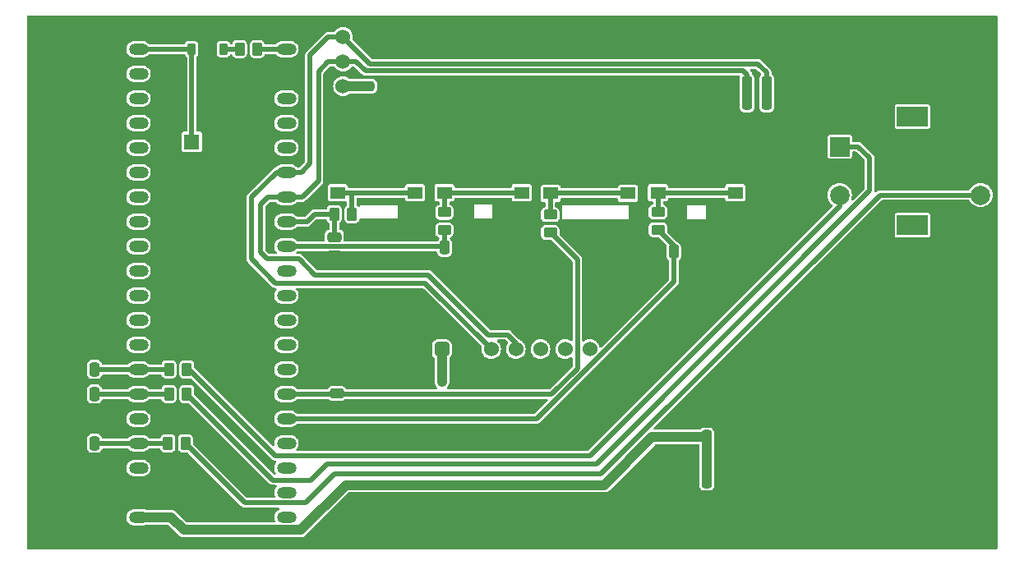
<source format=gbr>
%TF.GenerationSoftware,KiCad,Pcbnew,7.0.7*%
%TF.CreationDate,2023-10-08T08:59:33-04:00*%
%TF.ProjectId,ControlBoard,436f6e74-726f-46c4-926f-6172642e6b69,rev?*%
%TF.SameCoordinates,PX5f5e100PY459e440*%
%TF.FileFunction,Copper,L1,Top*%
%TF.FilePolarity,Positive*%
%FSLAX46Y46*%
G04 Gerber Fmt 4.6, Leading zero omitted, Abs format (unit mm)*
G04 Created by KiCad (PCBNEW 7.0.7) date 2023-10-08 08:59:33*
%MOMM*%
%LPD*%
G01*
G04 APERTURE LIST*
G04 Aperture macros list*
%AMRoundRect*
0 Rectangle with rounded corners*
0 $1 Rounding radius*
0 $2 $3 $4 $5 $6 $7 $8 $9 X,Y pos of 4 corners*
0 Add a 4 corners polygon primitive as box body*
4,1,4,$2,$3,$4,$5,$6,$7,$8,$9,$2,$3,0*
0 Add four circle primitives for the rounded corners*
1,1,$1+$1,$2,$3*
1,1,$1+$1,$4,$5*
1,1,$1+$1,$6,$7*
1,1,$1+$1,$8,$9*
0 Add four rect primitives between the rounded corners*
20,1,$1+$1,$2,$3,$4,$5,0*
20,1,$1+$1,$4,$5,$6,$7,0*
20,1,$1+$1,$6,$7,$8,$9,0*
20,1,$1+$1,$8,$9,$2,$3,0*%
G04 Aperture macros list end*
%TA.AperFunction,ComponentPad*%
%ADD10R,2.000000X2.000000*%
%TD*%
%TA.AperFunction,ComponentPad*%
%ADD11C,2.000000*%
%TD*%
%TA.AperFunction,ComponentPad*%
%ADD12R,3.200000X2.000000*%
%TD*%
%TA.AperFunction,SMDPad,CuDef*%
%ADD13RoundRect,0.250000X0.475000X-0.250000X0.475000X0.250000X-0.475000X0.250000X-0.475000X-0.250000X0*%
%TD*%
%TA.AperFunction,SMDPad,CuDef*%
%ADD14RoundRect,0.250000X0.250000X1.500000X-0.250000X1.500000X-0.250000X-1.500000X0.250000X-1.500000X0*%
%TD*%
%TA.AperFunction,SMDPad,CuDef*%
%ADD15RoundRect,0.250001X0.499999X1.449999X-0.499999X1.449999X-0.499999X-1.449999X0.499999X-1.449999X0*%
%TD*%
%TA.AperFunction,SMDPad,CuDef*%
%ADD16RoundRect,0.250000X-0.250000X-0.475000X0.250000X-0.475000X0.250000X0.475000X-0.250000X0.475000X0*%
%TD*%
%TA.AperFunction,SMDPad,CuDef*%
%ADD17RoundRect,0.250000X-0.262500X-0.450000X0.262500X-0.450000X0.262500X0.450000X-0.262500X0.450000X0*%
%TD*%
%TA.AperFunction,SMDPad,CuDef*%
%ADD18R,1.550000X1.300000*%
%TD*%
%TA.AperFunction,SMDPad,CuDef*%
%ADD19RoundRect,0.250000X0.262500X0.450000X-0.262500X0.450000X-0.262500X-0.450000X0.262500X-0.450000X0*%
%TD*%
%TA.AperFunction,ComponentPad*%
%ADD20C,6.400000*%
%TD*%
%TA.AperFunction,ComponentPad*%
%ADD21RoundRect,0.381000X-0.381000X-0.381000X0.381000X-0.381000X0.381000X0.381000X-0.381000X0.381000X0*%
%TD*%
%TA.AperFunction,ComponentPad*%
%ADD22C,1.524000*%
%TD*%
%TA.AperFunction,SMDPad,CuDef*%
%ADD23RoundRect,0.250000X0.450000X-0.262500X0.450000X0.262500X-0.450000X0.262500X-0.450000X-0.262500X0*%
%TD*%
%TA.AperFunction,SMDPad,CuDef*%
%ADD24RoundRect,0.225000X-0.225000X-0.375000X0.225000X-0.375000X0.225000X0.375000X-0.225000X0.375000X0*%
%TD*%
%TA.AperFunction,SMDPad,CuDef*%
%ADD25RoundRect,0.250000X0.250000X0.475000X-0.250000X0.475000X-0.250000X-0.475000X0.250000X-0.475000X0*%
%TD*%
%TA.AperFunction,SMDPad,CuDef*%
%ADD26RoundRect,0.250000X-0.475000X0.250000X-0.475000X-0.250000X0.475000X-0.250000X0.475000X0.250000X0*%
%TD*%
%TA.AperFunction,SMDPad,CuDef*%
%ADD27RoundRect,0.250000X-0.250000X-1.500000X0.250000X-1.500000X0.250000X1.500000X-0.250000X1.500000X0*%
%TD*%
%TA.AperFunction,SMDPad,CuDef*%
%ADD28RoundRect,0.250001X-0.499999X-1.449999X0.499999X-1.449999X0.499999X1.449999X-0.499999X1.449999X0*%
%TD*%
%TA.AperFunction,ComponentPad*%
%ADD29RoundRect,0.381000X-0.381000X0.381000X-0.381000X-0.381000X0.381000X-0.381000X0.381000X0.381000X0*%
%TD*%
%TA.AperFunction,ComponentPad*%
%ADD30C,2.540000*%
%TD*%
%TA.AperFunction,ComponentPad*%
%ADD31O,2.000000X1.200000*%
%TD*%
%TA.AperFunction,ComponentPad*%
%ADD32R,1.600000X1.600000*%
%TD*%
%TA.AperFunction,ComponentPad*%
%ADD33C,1.600000*%
%TD*%
%TA.AperFunction,ViaPad*%
%ADD34C,0.800000*%
%TD*%
%TA.AperFunction,Conductor*%
%ADD35C,1.000000*%
%TD*%
%TA.AperFunction,Conductor*%
%ADD36C,0.500000*%
%TD*%
G04 APERTURE END LIST*
D10*
%TO.P,SW1,A,A*%
%TO.N,Net-(R4-Pad2)*%
X83750000Y-13500000D03*
D11*
%TO.P,SW1,B,B*%
%TO.N,Net-(R5-Pad2)*%
X83750000Y-18500000D03*
%TO.P,SW1,C,C*%
%TO.N,Earth*%
X83750000Y-16000000D03*
D12*
%TO.P,SW1,MP*%
%TO.N,N/C*%
X91250000Y-10400000D03*
X91250000Y-21600000D03*
D11*
%TO.P,SW1,S1,S1*%
%TO.N,Net-(R6-Pad1)*%
X98250000Y-18500000D03*
%TO.P,SW1,S2,S2*%
%TO.N,Earth*%
X98250000Y-13500000D03*
%TD*%
D13*
%TO.P,C8,1*%
%TO.N,Earth*%
X31673600Y-24724000D03*
%TO.P,C8,2*%
%TO.N,B_BAND*%
X31673600Y-22824000D03*
%TD*%
D14*
%TO.P,J2,1,Pin_1*%
%TO.N,SDA*%
X76209200Y-7980400D03*
%TO.P,J2,2,Pin_2*%
%TO.N,SCL*%
X74209200Y-7980400D03*
D15*
%TO.P,J2,MP,MountPin*%
%TO.N,Earth*%
X78559200Y-2230400D03*
X71859200Y-2230400D03*
%TD*%
D16*
%TO.P,C3,1*%
%TO.N,Earth*%
X40858200Y-36524800D03*
%TO.P,C3,2*%
%TO.N,+5V*%
X42758200Y-36524800D03*
%TD*%
%TO.P,C4,1*%
%TO.N,Earth*%
X5095000Y-36474000D03*
%TO.P,C4,2*%
%TO.N,ENC_R*%
X6995000Y-36474000D03*
%TD*%
D17*
%TO.P,R2,1*%
%TO.N,B_BAND*%
X31675500Y-20472000D03*
%TO.P,R2,2*%
%TO.N,Net-(R2-Pad2)*%
X33500500Y-20472000D03*
%TD*%
D18*
%TO.P,SW4,1,1*%
%TO.N,Net-(R3-Pad2)*%
X61925000Y-18313000D03*
X53965000Y-18313000D03*
%TO.P,SW4,2,2*%
%TO.N,Earth*%
X61925000Y-13813000D03*
X53965000Y-13813000D03*
%TD*%
D19*
%TO.P,R7,1*%
%TO.N,+3.3V*%
X23745000Y-3454000D03*
%TO.P,R7,2*%
%TO.N,Net-(D1-A)*%
X21920000Y-3454000D03*
%TD*%
D20*
%TO.P,H4,1,1*%
%TO.N,Earth*%
X96000000Y-51000000D03*
%TD*%
D21*
%TO.P,U1,1,GND*%
%TO.N,Earth*%
X32570000Y-9810000D03*
D22*
%TO.P,U1,2,VCC*%
%TO.N,+5V*%
X32570000Y-7270000D03*
%TO.P,U1,3,SCL*%
%TO.N,SCL*%
X32570000Y-4730000D03*
%TO.P,U1,4,SDA*%
%TO.N,SDA*%
X32570000Y-2190000D03*
%TD*%
D23*
%TO.P,R1,1*%
%TO.N,B_TX*%
X65023800Y-22070300D03*
%TO.P,R1,2*%
%TO.N,Net-(R1-Pad2)*%
X65023800Y-20245300D03*
%TD*%
D19*
%TO.P,R6,1*%
%TO.N,Net-(R6-Pad1)*%
X16355500Y-44094000D03*
%TO.P,R6,2*%
%TO.N,ENC_STEP*%
X14530500Y-44094000D03*
%TD*%
D20*
%TO.P,H2,1,1*%
%TO.N,Earth*%
X96000000Y-4000000D03*
%TD*%
D18*
%TO.P,SW3,1,1*%
%TO.N,Net-(R2-Pad2)*%
X39980000Y-18250000D03*
X32020000Y-18250000D03*
%TO.P,SW3,2,2*%
%TO.N,Earth*%
X39980000Y-13750000D03*
X32020000Y-13750000D03*
%TD*%
%TO.P,SW5,1,1*%
%TO.N,Net-(R8-Pad2)*%
X50980000Y-18250000D03*
X43020000Y-18250000D03*
%TO.P,SW5,2,2*%
%TO.N,Earth*%
X50980000Y-13750000D03*
X43020000Y-13750000D03*
%TD*%
D20*
%TO.P,H3,1,1*%
%TO.N,Earth*%
X4000000Y-51000000D03*
%TD*%
D17*
%TO.P,R4,1*%
%TO.N,ENC_L*%
X14657500Y-39014000D03*
%TO.P,R4,2*%
%TO.N,Net-(R4-Pad2)*%
X16482500Y-39014000D03*
%TD*%
D24*
%TO.P,D1,1,K*%
%TO.N,Net-(D1-K)*%
X16968000Y-3454000D03*
%TO.P,D1,2,A*%
%TO.N,Net-(D1-A)*%
X20268000Y-3454000D03*
%TD*%
D25*
%TO.P,C2,1*%
%TO.N,Earth*%
X71942800Y-43459000D03*
%TO.P,C2,2*%
%TO.N,+5V*%
X70042800Y-43459000D03*
%TD*%
D26*
%TO.P,C1,1*%
%TO.N,+5V*%
X35102600Y-7253800D03*
%TO.P,C1,2*%
%TO.N,Earth*%
X35102600Y-9153800D03*
%TD*%
D23*
%TO.P,R3,1*%
%TO.N,B_SET*%
X53924000Y-22349700D03*
%TO.P,R3,2*%
%TO.N,Net-(R3-Pad2)*%
X53924000Y-20524700D03*
%TD*%
%TO.P,R8,1*%
%TO.N,B_F1*%
X43027400Y-22097600D03*
%TO.P,R8,2*%
%TO.N,Net-(R8-Pad2)*%
X43027400Y-20272600D03*
%TD*%
D16*
%TO.P,C6,1*%
%TO.N,Earth*%
X5095000Y-44094000D03*
%TO.P,C6,2*%
%TO.N,ENC_STEP*%
X6995000Y-44094000D03*
%TD*%
D27*
%TO.P,J1,1,Pin_1*%
%TO.N,+5V*%
X70069000Y-46959000D03*
%TO.P,J1,2,Pin_2*%
%TO.N,Earth*%
X72069000Y-46959000D03*
D28*
%TO.P,J1,MP,MountPin*%
X67719000Y-52709000D03*
X74419000Y-52709000D03*
%TD*%
D17*
%TO.P,R5,1*%
%TO.N,ENC_R*%
X14657500Y-36474000D03*
%TO.P,R5,2*%
%TO.N,Net-(R5-Pad2)*%
X16482500Y-36474000D03*
%TD*%
D29*
%TO.P,U3,1,VIN*%
%TO.N,+5V*%
X42760000Y-34380000D03*
D30*
%TO.P,U3,2,GND*%
%TO.N,Earth*%
X63715000Y-33745000D03*
X37045000Y-33745000D03*
D22*
X45300000Y-34380000D03*
%TO.P,U3,3,SDA*%
%TO.N,SDA*%
X47840000Y-34380000D03*
%TO.P,U3,4,SCL*%
%TO.N,SCL*%
X50380000Y-34380000D03*
%TO.P,U3,5,CLK2*%
%TO.N,unconnected-(U3-CLK2-Pad5)*%
X52920000Y-34380000D03*
%TO.P,U3,6,CLK1*%
%TO.N,unconnected-(U3-CLK1-Pad6)*%
X55460000Y-34380000D03*
%TO.P,U3,7,CLK0*%
%TO.N,unconnected-(U3-CLK0-Pad7)*%
X58000000Y-34380000D03*
%TD*%
D25*
%TO.P,C5,1*%
%TO.N,ENC_L*%
X6995000Y-39014000D03*
%TO.P,C5,2*%
%TO.N,Earth*%
X5095000Y-39014000D03*
%TD*%
D26*
%TO.P,C7,1*%
%TO.N,Earth*%
X31927600Y-37048000D03*
%TO.P,C7,2*%
%TO.N,B_SET*%
X31927600Y-38948000D03*
%TD*%
D18*
%TO.P,SW2,1,1*%
%TO.N,Net-(R1-Pad2)*%
X72980000Y-18250000D03*
X65020000Y-18250000D03*
%TO.P,SW2,2,2*%
%TO.N,Earth*%
X72980000Y-13750000D03*
X65020000Y-13750000D03*
%TD*%
D25*
%TO.P,C11,1*%
%TO.N,Earth*%
X44927400Y-23901000D03*
%TO.P,C11,2*%
%TO.N,B_F1*%
X43027400Y-23901000D03*
%TD*%
D16*
%TO.P,C9,1*%
%TO.N,Earth*%
X64759600Y-24332800D03*
%TO.P,C9,2*%
%TO.N,B_TX*%
X66659600Y-24332800D03*
%TD*%
D20*
%TO.P,H5,1,1*%
%TO.N,Earth*%
X50000000Y-27000000D03*
%TD*%
%TO.P,H1,1,1*%
%TO.N,Earth*%
X4000000Y-4000000D03*
%TD*%
D31*
%TO.P,U2,1,PB12*%
%TO.N,unconnected-(U2-PB12-Pad1)*%
X26746000Y-51714000D03*
%TO.P,U2,2,PB13*%
%TO.N,unconnected-(U2-PB13-Pad2)*%
X26746000Y-49174000D03*
%TO.P,U2,3,PB14*%
%TO.N,unconnected-(U2-PB14-Pad3)*%
X26746000Y-46634000D03*
%TO.P,U2,4,PB15*%
%TO.N,unconnected-(U2-PB15-Pad4)*%
X26746000Y-44094000D03*
%TO.P,U2,5,PA8*%
%TO.N,B_TX*%
X26746000Y-41554000D03*
%TO.P,U2,6,PA9*%
%TO.N,B_SET*%
X26746000Y-39014000D03*
%TO.P,U2,7,PA10*%
%TO.N,unconnected-(U2-PA10-Pad7)*%
X26746000Y-36474000D03*
%TO.P,U2,8,PA11*%
%TO.N,unconnected-(U2-PA11-Pad8)*%
X26746000Y-33934000D03*
%TO.P,U2,9,PA12*%
%TO.N,unconnected-(U2-PA12-Pad9)*%
X26746000Y-31394000D03*
%TO.P,U2,10,PA15*%
%TO.N,unconnected-(U2-PA15-Pad10)*%
X26746000Y-28854000D03*
%TO.P,U2,11,PB3*%
%TO.N,unconnected-(U2-PB3-Pad11)*%
X26746000Y-26314000D03*
%TO.P,U2,12,PB4*%
%TO.N,B_F1*%
X26746000Y-23774000D03*
%TO.P,U2,13,PB5*%
%TO.N,B_BAND*%
X26746000Y-21234000D03*
%TO.P,U2,14,PB6*%
%TO.N,SCL*%
X26746000Y-18694000D03*
%TO.P,U2,15,PB7*%
%TO.N,SDA*%
X26746000Y-16154000D03*
%TO.P,U2,16,PB8*%
%TO.N,unconnected-(U2-PB8-Pad16)*%
X26746000Y-13614000D03*
%TO.P,U2,17,PB9*%
%TO.N,unconnected-(U2-PB9-Pad17)*%
X26746000Y-11074000D03*
%TO.P,U2,18,+5V*%
%TO.N,+5V*%
X26746000Y-8534000D03*
%TO.P,U2,19,GND*%
%TO.N,Earth*%
X26746000Y-5994000D03*
%TO.P,U2,20,3.3V*%
%TO.N,+3.3V*%
X26746000Y-3454000D03*
%TO.P,U2,21,VB*%
%TO.N,Net-(D1-K)*%
X11506000Y-3454000D03*
%TO.P,U2,22,PC13*%
%TO.N,unconnected-(U2-PC13-Pad22)*%
X11506000Y-5994000D03*
%TO.P,U2,23,PC14*%
%TO.N,unconnected-(U2-PC14-Pad23)*%
X11506000Y-8534000D03*
%TO.P,U2,24,PC15*%
%TO.N,unconnected-(U2-PC15-Pad24)*%
X11506000Y-11074000D03*
%TO.P,U2,25,~{RST}*%
%TO.N,unconnected-(U2-~{RST}-Pad25)*%
X11506000Y-13614000D03*
%TO.P,U2,26,PA0*%
%TO.N,unconnected-(U2-PA0-Pad26)*%
X11506000Y-16154000D03*
%TO.P,U2,27,PA1*%
%TO.N,unconnected-(U2-PA1-Pad27)*%
X11506000Y-18694000D03*
%TO.P,U2,28,PA2*%
%TO.N,unconnected-(U2-PA2-Pad28)*%
X11506000Y-21234000D03*
%TO.P,U2,29,PA3*%
%TO.N,unconnected-(U2-PA3-Pad29)*%
X11506000Y-23774000D03*
%TO.P,U2,30,PA4*%
%TO.N,unconnected-(U2-PA4-Pad30)*%
X11506000Y-26314000D03*
%TO.P,U2,31,PA5*%
%TO.N,unconnected-(U2-PA5-Pad31)*%
X11506000Y-28854000D03*
%TO.P,U2,32,PA6*%
%TO.N,unconnected-(U2-PA6-Pad32)*%
X11506000Y-31394000D03*
%TO.P,U2,33,PA7*%
%TO.N,unconnected-(U2-PA7-Pad33)*%
X11506000Y-33934000D03*
%TO.P,U2,34,PB0*%
%TO.N,ENC_R*%
X11506000Y-36474000D03*
%TO.P,U2,35,PB1*%
%TO.N,ENC_L*%
X11506000Y-39014000D03*
%TO.P,U2,36,PB2*%
%TO.N,unconnected-(U2-PB2-Pad36)*%
X11506000Y-41554000D03*
%TO.P,U2,37,PB10*%
%TO.N,ENC_STEP*%
X11506000Y-44094000D03*
%TO.P,U2,38,3.3V*%
%TO.N,+3.3V*%
X11506000Y-46634000D03*
%TO.P,U2,39,GND*%
%TO.N,Earth*%
X11506000Y-49174000D03*
%TO.P,U2,40,5V*%
%TO.N,+5V*%
X11506000Y-51714000D03*
%TD*%
D32*
%TO.P,C10,1*%
%TO.N,Net-(D1-K)*%
X17000000Y-13000000D03*
D33*
%TO.P,C10,2*%
%TO.N,Earth*%
X22000000Y-13000000D03*
%TD*%
D34*
%TO.N,+5V*%
X42760000Y-37769400D03*
%TO.N,Earth*%
X48920200Y-53111000D03*
X48945600Y-43687600D03*
X63068000Y-53034800D03*
X60096200Y-37617000D03*
X39141200Y-36474000D03*
X46532600Y-37566200D03*
X48945600Y-40411000D03*
X54838400Y-28244400D03*
X39623800Y-22224600D03*
X38252200Y-25171000D03*
X69697400Y-15620600D03*
X57861000Y-15747600D03*
X47828000Y-15798400D03*
X36194800Y-15900000D03*
X23367800Y-31241600D03*
X16865400Y-18567000D03*
X78460400Y-53085600D03*
X86817000Y-1320400D03*
X71932600Y-26110800D03*
X72008800Y-39598200D03*
X32613400Y-52958600D03*
X31851400Y-43535200D03*
X32029200Y-31190800D03*
X60096200Y-26212400D03*
X66446200Y-9448400D03*
X66420800Y-1879200D03*
X39674600Y-9448400D03*
X39725400Y-1879200D03*
X2362000Y-12877400D03*
X2463600Y-37744000D03*
%TO.N,+5V*%
X42760000Y-48386600D03*
%TD*%
D35*
%TO.N,+5V*%
X42760000Y-37769400D02*
X42760000Y-36526600D01*
X42760000Y-36526600D02*
X42758200Y-36524800D01*
X42758200Y-36524800D02*
X42758200Y-34381800D01*
X42758200Y-34381800D02*
X42760000Y-34380000D01*
D36*
%TO.N,B_SET*%
X26746000Y-39014000D02*
X54090077Y-39014000D01*
X56718000Y-25143700D02*
X53924000Y-22349700D01*
X54090077Y-39014000D02*
X56718000Y-36386077D01*
X56718000Y-36386077D02*
X56718000Y-25143700D01*
D35*
%TO.N,+5V*%
X42760000Y-48386600D02*
X59486600Y-48386600D01*
X59486600Y-48386600D02*
X64414200Y-43459000D01*
X70069000Y-43536000D02*
X70069000Y-46959000D01*
X64414200Y-43459000D02*
X69992000Y-43459000D01*
X69992000Y-43459000D02*
X70069000Y-43536000D01*
X32842000Y-48386600D02*
X28214600Y-53014000D01*
X32570000Y-7270000D02*
X34781600Y-7270000D01*
X14874000Y-51714000D02*
X11506000Y-51714000D01*
X42760000Y-48386600D02*
X32842000Y-48386600D01*
X28214600Y-53014000D02*
X16174000Y-53014000D01*
X16174000Y-53014000D02*
X14874000Y-51714000D01*
D36*
%TO.N,ENC_R*%
X14657500Y-36474000D02*
X11887000Y-36474000D01*
X6995000Y-36474000D02*
X11887000Y-36474000D01*
%TO.N,ENC_L*%
X11887000Y-39014000D02*
X14657500Y-39014000D01*
X6995000Y-39014000D02*
X11887000Y-39014000D01*
%TO.N,ENC_STEP*%
X6995000Y-44094000D02*
X14530500Y-44094000D01*
%TO.N,B_BAND*%
X28879600Y-21234000D02*
X29641600Y-20472000D01*
X29641600Y-20472000D02*
X31675500Y-20472000D01*
X31673600Y-22834200D02*
X31673600Y-20473900D01*
X26746000Y-21234000D02*
X28879600Y-21234000D01*
X31673600Y-20473900D02*
X31675500Y-20472000D01*
%TO.N,B_TX*%
X66685000Y-23731500D02*
X65023800Y-22070300D01*
X52540027Y-41554000D02*
X66685000Y-27409027D01*
X26746000Y-41554000D02*
X52540027Y-41554000D01*
X66685000Y-27409027D02*
X66685000Y-23731500D01*
%TO.N,Net-(D1-K)*%
X11887000Y-3454000D02*
X16968000Y-3454000D01*
X17000000Y-3486000D02*
X16968000Y-3454000D01*
X17000000Y-13000000D02*
X17000000Y-3486000D01*
%TO.N,B_F1*%
X43027400Y-23901000D02*
X43027400Y-22097600D01*
X26746000Y-23774000D02*
X42900400Y-23774000D01*
X42900400Y-23774000D02*
X43027400Y-23901000D01*
%TO.N,Net-(D1-A)*%
X20268000Y-3454000D02*
X21920000Y-3454000D01*
%TO.N,SDA*%
X31058000Y-2190000D02*
X29159000Y-4089000D01*
X75322000Y-4963800D02*
X35343800Y-4963800D01*
X29159000Y-15265000D02*
X28270000Y-16154000D01*
X23139200Y-18744800D02*
X23139200Y-25094800D01*
X25612400Y-27568000D02*
X41028000Y-27568000D01*
X76209200Y-7980400D02*
X76209200Y-5851000D01*
X41028000Y-27568000D02*
X47840000Y-34380000D01*
X76209200Y-5851000D02*
X75322000Y-4963800D01*
X32570000Y-2190000D02*
X31058000Y-2190000D01*
X35343800Y-4963800D02*
X32570000Y-2190000D01*
X23139200Y-25094800D02*
X25612400Y-27568000D01*
X28270000Y-16154000D02*
X25730000Y-16154000D01*
X29159000Y-4089000D02*
X29159000Y-15265000D01*
X25730000Y-16154000D02*
X23139200Y-18744800D01*
%TO.N,SCL*%
X30048000Y-17017600D02*
X28371600Y-18694000D01*
X24764800Y-25069400D02*
X28041400Y-25069400D01*
X31058000Y-4730000D02*
X30048000Y-5740000D01*
X24841000Y-18694000D02*
X24079000Y-19456000D01*
X33940200Y-4730000D02*
X32570000Y-4730000D01*
X24079000Y-24383600D02*
X24764800Y-25069400D01*
X34874000Y-5663800D02*
X33940200Y-4730000D01*
X28041400Y-25069400D02*
X29692400Y-26720400D01*
X28371600Y-18694000D02*
X27127000Y-18694000D01*
X49529800Y-32892600D02*
X50380000Y-33742800D01*
X74209200Y-7980400D02*
X74209200Y-6060800D01*
X30048000Y-5740000D02*
X30048000Y-17017600D01*
X73812200Y-5663800D02*
X34874000Y-5663800D01*
X74209200Y-6060800D02*
X73812200Y-5663800D01*
X50380000Y-33742800D02*
X50380000Y-34380000D01*
X47548600Y-32892600D02*
X49529800Y-32892600D01*
X29692400Y-26720400D02*
X41376400Y-26720400D01*
X26746000Y-18694000D02*
X24841000Y-18694000D01*
X41376400Y-26720400D02*
X47548600Y-32892600D01*
X32570000Y-4730000D02*
X31058000Y-4730000D01*
X24079000Y-19456000D02*
X24079000Y-24383600D01*
%TO.N,Net-(R1-Pad2)*%
X73021000Y-18291000D02*
X72980000Y-18250000D01*
X65023800Y-20245300D02*
X65023800Y-18253800D01*
X65020000Y-18250000D02*
X72980000Y-18250000D01*
X65023800Y-18253800D02*
X65020000Y-18250000D01*
%TO.N,Net-(R2-Pad2)*%
X33500500Y-18273500D02*
X33477000Y-18250000D01*
X32020000Y-18250000D02*
X33477000Y-18250000D01*
X33477000Y-18250000D02*
X39980000Y-18250000D01*
X33500500Y-20472000D02*
X33500500Y-18273500D01*
%TO.N,Net-(R3-Pad2)*%
X53924000Y-20524700D02*
X53924000Y-18354000D01*
X53924000Y-18354000D02*
X53965000Y-18313000D01*
X53965000Y-18313000D02*
X61925000Y-18313000D01*
%TO.N,Net-(R4-Pad2)*%
X86817000Y-18059000D02*
X86817000Y-14680800D01*
X85636200Y-13500000D02*
X83750000Y-13500000D01*
X16482500Y-39014000D02*
X25347100Y-47878600D01*
X29260600Y-47878600D02*
X30937000Y-46202200D01*
X58673800Y-46202200D02*
X86817000Y-18059000D01*
X25347100Y-47878600D02*
X29260600Y-47878600D01*
X86817000Y-14680800D02*
X85636200Y-13500000D01*
X30937000Y-46202200D02*
X58673800Y-46202200D01*
%TO.N,Net-(R5-Pad2)*%
X25603000Y-45364000D02*
X57988000Y-45364000D01*
X57988000Y-45364000D02*
X83750000Y-19602000D01*
X16482500Y-36474000D02*
X16713000Y-36474000D01*
X16713000Y-36474000D02*
X25603000Y-45364000D01*
X83750000Y-19602000D02*
X83750000Y-18500000D01*
%TO.N,Net-(R6-Pad1)*%
X28693200Y-50224000D02*
X31673600Y-47243600D01*
X87900000Y-18500000D02*
X98250000Y-18500000D01*
X16355500Y-44094000D02*
X22485500Y-50224000D01*
X22485500Y-50224000D02*
X28693200Y-50224000D01*
X31673600Y-47243600D02*
X59156400Y-47243600D01*
X59156400Y-47243600D02*
X87900000Y-18500000D01*
%TO.N,+3.3V*%
X23745000Y-3454000D02*
X27127000Y-3454000D01*
%TO.N,Net-(R8-Pad2)*%
X43020000Y-18250000D02*
X50980000Y-18250000D01*
X43027400Y-20272600D02*
X43027400Y-18257400D01*
X43027400Y-18257400D02*
X43020000Y-18250000D01*
X51026500Y-18296500D02*
X50980000Y-18250000D01*
%TD*%
%TA.AperFunction,Conductor*%
%TO.N,Earth*%
G36*
X99942539Y-20185D02*
G01*
X99988294Y-72989D01*
X99999500Y-124500D01*
X99999500Y-54875500D01*
X99979815Y-54942539D01*
X99927011Y-54988294D01*
X99875500Y-54999500D01*
X124500Y-54999500D01*
X57461Y-54979815D01*
X11706Y-54927011D01*
X500Y-54875500D01*
X500Y-51667685D01*
X10251740Y-51667685D01*
X10261755Y-51852406D01*
X10261755Y-51852411D01*
X10311244Y-52030656D01*
X10311247Y-52030662D01*
X10397898Y-52194102D01*
X10397900Y-52194104D01*
X10517663Y-52335100D01*
X10664936Y-52447054D01*
X10832833Y-52524732D01*
X10832834Y-52524732D01*
X10832836Y-52524733D01*
X10887648Y-52536797D01*
X11013503Y-52564500D01*
X11013506Y-52564500D01*
X11952107Y-52564500D01*
X11952113Y-52564500D01*
X12089910Y-52549514D01*
X12265221Y-52490444D01*
X12278841Y-52482248D01*
X12342769Y-52464500D01*
X14511770Y-52464500D01*
X14578809Y-52484185D01*
X14599451Y-52500819D01*
X15598267Y-53499634D01*
X15610048Y-53513266D01*
X15624390Y-53532530D01*
X15664420Y-53566119D01*
X15668392Y-53569759D01*
X15674224Y-53575591D01*
X15674227Y-53575594D01*
X15699947Y-53595931D01*
X15758788Y-53645304D01*
X15764818Y-53649270D01*
X15764785Y-53649319D01*
X15771143Y-53653369D01*
X15771175Y-53653319D01*
X15777320Y-53657109D01*
X15777323Y-53657111D01*
X15846936Y-53689572D01*
X15915567Y-53724040D01*
X15915572Y-53724041D01*
X15922361Y-53726513D01*
X15922340Y-53726570D01*
X15929455Y-53729043D01*
X15929475Y-53728986D01*
X15936330Y-53731258D01*
X16011558Y-53746790D01*
X16086279Y-53764500D01*
X16086289Y-53764500D01*
X16093452Y-53765338D01*
X16093444Y-53765397D01*
X16100945Y-53766164D01*
X16100951Y-53766105D01*
X16108140Y-53766734D01*
X16108144Y-53766733D01*
X16108145Y-53766734D01*
X16184918Y-53764500D01*
X28150895Y-53764500D01*
X28168865Y-53765809D01*
X28192623Y-53769289D01*
X28244668Y-53764735D01*
X28250070Y-53764500D01*
X28258304Y-53764500D01*
X28258309Y-53764500D01*
X28269927Y-53763141D01*
X28290876Y-53760693D01*
X28303628Y-53759577D01*
X28367397Y-53753999D01*
X28367405Y-53753996D01*
X28374466Y-53752539D01*
X28374478Y-53752598D01*
X28381843Y-53750965D01*
X28381829Y-53750906D01*
X28388846Y-53749241D01*
X28388855Y-53749241D01*
X28461023Y-53722974D01*
X28533934Y-53698814D01*
X28533943Y-53698807D01*
X28540482Y-53695760D01*
X28540508Y-53695816D01*
X28547290Y-53692532D01*
X28547263Y-53692478D01*
X28553706Y-53689240D01*
X28553717Y-53689237D01*
X28617883Y-53647034D01*
X28683256Y-53606712D01*
X28683262Y-53606705D01*
X28688925Y-53602229D01*
X28688963Y-53602277D01*
X28694800Y-53597522D01*
X28694761Y-53597475D01*
X28700296Y-53592830D01*
X28752985Y-53536982D01*
X33116549Y-49173419D01*
X33177872Y-49139934D01*
X33204230Y-49137100D01*
X42672279Y-49137100D01*
X59422895Y-49137100D01*
X59440865Y-49138409D01*
X59464623Y-49141889D01*
X59516668Y-49137335D01*
X59522070Y-49137100D01*
X59530304Y-49137100D01*
X59530309Y-49137100D01*
X59541927Y-49135741D01*
X59562876Y-49133293D01*
X59575628Y-49132177D01*
X59639397Y-49126599D01*
X59639405Y-49126596D01*
X59646466Y-49125139D01*
X59646478Y-49125198D01*
X59653843Y-49123565D01*
X59653829Y-49123506D01*
X59660846Y-49121841D01*
X59660855Y-49121841D01*
X59733023Y-49095574D01*
X59805934Y-49071414D01*
X59805943Y-49071407D01*
X59812482Y-49068360D01*
X59812508Y-49068416D01*
X59819290Y-49065132D01*
X59819263Y-49065078D01*
X59825706Y-49061840D01*
X59825717Y-49061837D01*
X59889883Y-49019634D01*
X59955256Y-48979312D01*
X59955262Y-48979305D01*
X59960925Y-48974829D01*
X59960963Y-48974877D01*
X59966800Y-48970122D01*
X59966761Y-48970075D01*
X59972296Y-48965430D01*
X60024985Y-48909582D01*
X64688749Y-44245819D01*
X64750072Y-44212334D01*
X64776430Y-44209500D01*
X69194500Y-44209500D01*
X69261539Y-44229185D01*
X69307294Y-44281989D01*
X69318500Y-44333500D01*
X69318500Y-48506870D01*
X69318501Y-48506876D01*
X69324908Y-48566483D01*
X69375202Y-48701328D01*
X69375206Y-48701335D01*
X69461452Y-48816544D01*
X69461455Y-48816547D01*
X69576664Y-48902793D01*
X69576671Y-48902797D01*
X69594863Y-48909582D01*
X69711517Y-48953091D01*
X69771127Y-48959500D01*
X70366872Y-48959499D01*
X70426483Y-48953091D01*
X70561331Y-48902796D01*
X70676546Y-48816546D01*
X70762796Y-48701331D01*
X70813091Y-48566483D01*
X70819500Y-48506873D01*
X70819500Y-46985326D01*
X70819500Y-43599705D01*
X70820809Y-43581735D01*
X70821969Y-43573815D01*
X70824289Y-43557977D01*
X70823571Y-43549776D01*
X70819736Y-43505939D01*
X70819500Y-43500532D01*
X70819500Y-43492297D01*
X70819500Y-43492296D01*
X70819500Y-43492291D01*
X70815691Y-43459707D01*
X70808998Y-43383202D01*
X70808996Y-43383197D01*
X70807538Y-43376133D01*
X70807597Y-43376120D01*
X70805967Y-43368764D01*
X70805908Y-43368779D01*
X70804242Y-43361753D01*
X70804241Y-43361745D01*
X70800777Y-43352227D01*
X70793299Y-43309818D01*
X70793299Y-43124908D01*
X70793299Y-42936128D01*
X70786891Y-42876517D01*
X70736596Y-42741669D01*
X70736595Y-42741668D01*
X70736593Y-42741664D01*
X70650347Y-42626455D01*
X70650344Y-42626452D01*
X70535135Y-42540206D01*
X70535128Y-42540202D01*
X70400286Y-42489910D01*
X70400285Y-42489909D01*
X70400283Y-42489909D01*
X70340673Y-42483500D01*
X70340663Y-42483500D01*
X69744929Y-42483500D01*
X69744923Y-42483501D01*
X69685316Y-42489908D01*
X69550471Y-42540202D01*
X69550464Y-42540206D01*
X69435257Y-42626451D01*
X69435249Y-42626458D01*
X69411032Y-42658810D01*
X69355099Y-42700682D01*
X69311765Y-42708500D01*
X64698675Y-42708500D01*
X64631636Y-42688815D01*
X64585881Y-42636011D01*
X64575937Y-42566853D01*
X64604962Y-42503297D01*
X64610994Y-42496819D01*
X76267663Y-30840151D01*
X84483135Y-22624678D01*
X89399500Y-22624678D01*
X89414032Y-22697735D01*
X89414033Y-22697739D01*
X89427335Y-22717647D01*
X89469399Y-22780601D01*
X89548270Y-22833300D01*
X89552260Y-22835966D01*
X89552264Y-22835967D01*
X89625321Y-22850499D01*
X89625324Y-22850500D01*
X89625326Y-22850500D01*
X92874676Y-22850500D01*
X92874677Y-22850499D01*
X92947740Y-22835966D01*
X93030601Y-22780601D01*
X93085966Y-22697740D01*
X93100500Y-22624674D01*
X93100500Y-20575326D01*
X93100500Y-20575323D01*
X93100499Y-20575321D01*
X93085967Y-20502264D01*
X93085966Y-20502260D01*
X93085088Y-20500946D01*
X93030601Y-20419399D01*
X92947740Y-20364034D01*
X92947739Y-20364033D01*
X92947735Y-20364032D01*
X92874677Y-20349500D01*
X92874674Y-20349500D01*
X89625326Y-20349500D01*
X89625323Y-20349500D01*
X89552264Y-20364032D01*
X89552260Y-20364033D01*
X89469399Y-20419399D01*
X89414033Y-20502260D01*
X89414032Y-20502264D01*
X89399500Y-20575321D01*
X89399500Y-22624678D01*
X84483135Y-22624678D01*
X88070994Y-19036819D01*
X88132318Y-19003334D01*
X88158676Y-19000500D01*
X97024616Y-19000500D01*
X97091655Y-19020185D01*
X97136997Y-19072095D01*
X97162898Y-19127639D01*
X97288402Y-19306877D01*
X97443123Y-19461598D01*
X97622361Y-19587102D01*
X97820670Y-19679575D01*
X98032023Y-19736207D01*
X98214926Y-19752208D01*
X98249998Y-19755277D01*
X98250000Y-19755277D01*
X98250002Y-19755277D01*
X98278254Y-19752805D01*
X98467977Y-19736207D01*
X98679330Y-19679575D01*
X98877639Y-19587102D01*
X99056877Y-19461598D01*
X99211598Y-19306877D01*
X99337102Y-19127639D01*
X99429575Y-18929330D01*
X99486207Y-18717977D01*
X99502805Y-18528254D01*
X99505277Y-18500002D01*
X99505277Y-18499997D01*
X99499202Y-18430557D01*
X99486207Y-18282023D01*
X99429575Y-18070670D01*
X99337102Y-17872362D01*
X99337100Y-17872359D01*
X99337099Y-17872357D01*
X99211599Y-17693124D01*
X99143975Y-17625500D01*
X99056877Y-17538402D01*
X98897826Y-17427033D01*
X98877638Y-17412897D01*
X98772848Y-17364033D01*
X98679330Y-17320425D01*
X98679326Y-17320424D01*
X98679322Y-17320422D01*
X98467977Y-17263793D01*
X98250002Y-17244723D01*
X98249998Y-17244723D01*
X98104681Y-17257436D01*
X98032023Y-17263793D01*
X98032020Y-17263793D01*
X97820677Y-17320422D01*
X97820668Y-17320426D01*
X97622361Y-17412898D01*
X97622357Y-17412900D01*
X97443121Y-17538402D01*
X97288402Y-17693121D01*
X97162898Y-17872360D01*
X97162895Y-17872366D01*
X97136998Y-17927904D01*
X97090826Y-17980344D01*
X97024616Y-17999500D01*
X87967143Y-17999500D01*
X87940785Y-17996666D01*
X87936074Y-17995641D01*
X87936070Y-17995641D01*
X87897710Y-17998385D01*
X87884328Y-17999342D01*
X87879906Y-17999500D01*
X87864199Y-17999500D01*
X87848656Y-18001734D01*
X87844260Y-18002207D01*
X87792517Y-18005909D01*
X87792513Y-18005910D01*
X87787986Y-18007598D01*
X87762327Y-18014146D01*
X87757550Y-18014833D01*
X87757543Y-18014835D01*
X87710353Y-18036385D01*
X87706264Y-18038078D01*
X87657675Y-18056200D01*
X87657664Y-18056206D01*
X87653799Y-18059100D01*
X87631020Y-18072615D01*
X87626636Y-18074617D01*
X87626626Y-18074623D01*
X87613409Y-18086076D01*
X87587428Y-18108587D01*
X87583996Y-18111354D01*
X87571402Y-18120781D01*
X87560291Y-18131892D01*
X87557054Y-18134906D01*
X87523492Y-18163988D01*
X87459937Y-18193013D01*
X87390778Y-18183070D01*
X87337974Y-18137315D01*
X87318289Y-18070276D01*
X87318605Y-18061427D01*
X87321359Y-18022927D01*
X87320332Y-18018206D01*
X87317500Y-17991858D01*
X87317500Y-14747937D01*
X87320334Y-14721578D01*
X87321358Y-14716873D01*
X87317657Y-14665137D01*
X87317500Y-14660715D01*
X87317500Y-14645000D01*
X87315264Y-14629452D01*
X87314790Y-14625045D01*
X87311092Y-14573322D01*
X87311090Y-14573314D01*
X87309407Y-14568802D01*
X87302850Y-14543112D01*
X87302165Y-14538343D01*
X87295923Y-14524676D01*
X87280616Y-14491159D01*
X87278932Y-14487095D01*
X87260796Y-14438469D01*
X87257905Y-14434607D01*
X87244379Y-14411810D01*
X87242377Y-14407427D01*
X87242375Y-14407425D01*
X87242375Y-14407424D01*
X87242374Y-14407423D01*
X87208403Y-14368218D01*
X87205625Y-14364770D01*
X87196224Y-14352212D01*
X87196222Y-14352210D01*
X87196220Y-14352207D01*
X87185117Y-14341104D01*
X87182100Y-14337863D01*
X87148128Y-14298657D01*
X87144071Y-14296050D01*
X87123427Y-14279414D01*
X86037585Y-13193571D01*
X86020950Y-13172928D01*
X86018345Y-13168874D01*
X86018342Y-13168871D01*
X86011347Y-13162810D01*
X85979132Y-13134896D01*
X85975900Y-13131886D01*
X85964796Y-13120782D01*
X85964788Y-13120775D01*
X85952213Y-13111362D01*
X85948783Y-13108598D01*
X85909573Y-13074623D01*
X85909571Y-13074622D01*
X85909567Y-13074619D01*
X85905183Y-13072617D01*
X85882394Y-13059096D01*
X85878531Y-13056204D01*
X85878529Y-13056203D01*
X85829916Y-13038071D01*
X85825842Y-13036383D01*
X85778657Y-13014835D01*
X85778655Y-13014834D01*
X85773882Y-13014148D01*
X85748200Y-13007593D01*
X85743685Y-13005909D01*
X85691940Y-13002207D01*
X85687543Y-13001734D01*
X85671999Y-12999500D01*
X85656294Y-12999500D01*
X85651871Y-12999342D01*
X85634283Y-12998084D01*
X85600129Y-12995641D01*
X85600125Y-12995641D01*
X85595415Y-12996666D01*
X85569057Y-12999500D01*
X85124500Y-12999500D01*
X85057461Y-12979815D01*
X85011706Y-12927011D01*
X85000500Y-12875500D01*
X85000500Y-12475323D01*
X85000499Y-12475321D01*
X84985967Y-12402264D01*
X84985966Y-12402260D01*
X84985965Y-12402259D01*
X84930601Y-12319399D01*
X84847740Y-12264034D01*
X84847739Y-12264033D01*
X84847735Y-12264032D01*
X84774677Y-12249500D01*
X84774674Y-12249500D01*
X82725326Y-12249500D01*
X82725323Y-12249500D01*
X82652264Y-12264032D01*
X82652260Y-12264033D01*
X82569399Y-12319399D01*
X82514033Y-12402260D01*
X82514032Y-12402264D01*
X82499500Y-12475321D01*
X82499500Y-14524678D01*
X82514032Y-14597735D01*
X82514033Y-14597739D01*
X82514034Y-14597740D01*
X82569399Y-14680601D01*
X82650228Y-14734608D01*
X82652260Y-14735966D01*
X82652264Y-14735967D01*
X82725321Y-14750499D01*
X82725324Y-14750500D01*
X82725326Y-14750500D01*
X84774676Y-14750500D01*
X84774677Y-14750499D01*
X84847740Y-14735966D01*
X84930601Y-14680601D01*
X84985966Y-14597740D01*
X85000500Y-14524674D01*
X85000500Y-14124499D01*
X85020185Y-14057461D01*
X85072989Y-14011706D01*
X85124500Y-14000500D01*
X85377524Y-14000500D01*
X85444563Y-14020185D01*
X85465205Y-14036819D01*
X86280181Y-14851794D01*
X86313666Y-14913117D01*
X86316500Y-14939475D01*
X86316500Y-17800324D01*
X86296815Y-17867363D01*
X86280181Y-17888005D01*
X85143601Y-19024584D01*
X85082278Y-19058069D01*
X85012586Y-19053085D01*
X84956653Y-19011213D01*
X84932236Y-18945749D01*
X84936145Y-18904809D01*
X84941188Y-18885989D01*
X84986207Y-18717977D01*
X85002805Y-18528254D01*
X85005277Y-18500002D01*
X85005277Y-18499997D01*
X84999202Y-18430557D01*
X84986207Y-18282023D01*
X84929575Y-18070670D01*
X84837102Y-17872362D01*
X84837100Y-17872359D01*
X84837099Y-17872357D01*
X84711599Y-17693124D01*
X84643975Y-17625500D01*
X84556877Y-17538402D01*
X84397826Y-17427033D01*
X84377638Y-17412897D01*
X84272848Y-17364033D01*
X84179330Y-17320425D01*
X84179326Y-17320424D01*
X84179322Y-17320422D01*
X83967977Y-17263793D01*
X83750002Y-17244723D01*
X83749998Y-17244723D01*
X83604681Y-17257436D01*
X83532023Y-17263793D01*
X83532020Y-17263793D01*
X83320677Y-17320422D01*
X83320668Y-17320426D01*
X83122361Y-17412898D01*
X83122357Y-17412900D01*
X82943121Y-17538402D01*
X82788402Y-17693121D01*
X82662900Y-17872357D01*
X82662898Y-17872361D01*
X82570426Y-18070668D01*
X82570422Y-18070677D01*
X82513793Y-18282020D01*
X82513793Y-18282023D01*
X82509388Y-18332373D01*
X82494723Y-18499997D01*
X82494723Y-18500002D01*
X82513793Y-18717975D01*
X82513793Y-18717979D01*
X82570422Y-18929322D01*
X82570424Y-18929326D01*
X82570425Y-18929330D01*
X82614843Y-19024584D01*
X82662897Y-19127638D01*
X82674074Y-19143600D01*
X82788402Y-19306877D01*
X82788406Y-19306880D01*
X82788406Y-19306881D01*
X82943121Y-19461596D01*
X82943127Y-19461601D01*
X82962914Y-19475456D01*
X83006539Y-19530032D01*
X83013733Y-19599531D01*
X82982211Y-19661886D01*
X82979472Y-19664712D01*
X57817005Y-44827181D01*
X57755682Y-44860666D01*
X57729324Y-44863500D01*
X27881598Y-44863500D01*
X27814559Y-44843815D01*
X27768804Y-44791011D01*
X27758860Y-44721853D01*
X27787885Y-44658297D01*
X27796323Y-44649477D01*
X27798040Y-44647850D01*
X27798041Y-44647849D01*
X27901858Y-44494730D01*
X27970331Y-44322875D01*
X28000260Y-44140317D01*
X27990245Y-43955593D01*
X27940754Y-43777341D01*
X27854100Y-43613896D01*
X27839003Y-43596123D01*
X27734337Y-43472900D01*
X27716982Y-43459707D01*
X27587064Y-43360946D01*
X27419167Y-43283268D01*
X27419163Y-43283266D01*
X27238497Y-43243500D01*
X26299887Y-43243500D01*
X26299883Y-43243500D01*
X26162088Y-43258486D01*
X25986776Y-43317557D01*
X25986774Y-43317558D01*
X25828262Y-43412931D01*
X25828261Y-43412932D01*
X25693959Y-43540149D01*
X25590138Y-43693276D01*
X25521669Y-43865122D01*
X25491740Y-44047685D01*
X25501755Y-44232409D01*
X25502686Y-44238090D01*
X25494101Y-44307431D01*
X25449391Y-44361122D01*
X25382751Y-44382118D01*
X25315338Y-44363753D01*
X25292637Y-44345823D01*
X22454499Y-41507685D01*
X25491740Y-41507685D01*
X25501755Y-41692406D01*
X25501755Y-41692411D01*
X25551244Y-41870656D01*
X25551247Y-41870662D01*
X25637898Y-42034102D01*
X25700540Y-42107850D01*
X25757663Y-42175100D01*
X25904936Y-42287054D01*
X26072833Y-42364732D01*
X26072834Y-42364732D01*
X26072836Y-42364733D01*
X26127648Y-42376797D01*
X26253503Y-42404500D01*
X26253506Y-42404500D01*
X27192107Y-42404500D01*
X27192113Y-42404500D01*
X27329910Y-42389514D01*
X27505221Y-42330444D01*
X27663736Y-42235070D01*
X27798041Y-42107849D01*
X27798047Y-42107839D01*
X27802391Y-42102727D01*
X27803589Y-42103745D01*
X27851233Y-42064472D01*
X27899953Y-42054500D01*
X52472884Y-42054500D01*
X52499242Y-42057334D01*
X52503954Y-42058359D01*
X52555698Y-42054657D01*
X52560121Y-42054500D01*
X52575826Y-42054500D01*
X52591369Y-42052264D01*
X52595767Y-42051791D01*
X52647510Y-42048091D01*
X52652019Y-42046408D01*
X52677712Y-42039850D01*
X52682484Y-42039165D01*
X52729673Y-42017613D01*
X52733755Y-42015922D01*
X52762665Y-42005140D01*
X52782356Y-41997797D01*
X52782356Y-41997796D01*
X52782358Y-41997796D01*
X52786216Y-41994907D01*
X52809022Y-41981375D01*
X52813400Y-41979377D01*
X52852591Y-41945416D01*
X52856041Y-41942637D01*
X52858957Y-41940453D01*
X52868620Y-41933221D01*
X52879747Y-41922092D01*
X52882952Y-41919109D01*
X52922170Y-41885128D01*
X52924778Y-41881068D01*
X52941408Y-41860431D01*
X66991431Y-27810408D01*
X67012068Y-27793778D01*
X67016128Y-27791170D01*
X67050109Y-27751952D01*
X67053092Y-27748747D01*
X67064221Y-27737620D01*
X67073637Y-27725041D01*
X67076417Y-27721591D01*
X67110377Y-27682400D01*
X67112375Y-27678022D01*
X67125907Y-27655216D01*
X67128796Y-27651358D01*
X67146922Y-27602755D01*
X67148614Y-27598672D01*
X67170165Y-27551484D01*
X67170850Y-27546712D01*
X67177409Y-27521019D01*
X67179091Y-27516510D01*
X67182791Y-27464767D01*
X67183265Y-27460367D01*
X67185500Y-27444826D01*
X67185500Y-27429121D01*
X67185658Y-27424696D01*
X67189359Y-27372954D01*
X67188332Y-27368233D01*
X67185500Y-27341885D01*
X67185500Y-25288535D01*
X67205185Y-25221496D01*
X67235186Y-25189271D01*
X67267146Y-25165346D01*
X67353396Y-25050131D01*
X67403691Y-24915283D01*
X67410100Y-24855673D01*
X67410099Y-23809928D01*
X67403691Y-23750317D01*
X67381824Y-23691689D01*
X67353397Y-23615471D01*
X67353393Y-23615464D01*
X67267147Y-23500255D01*
X67267144Y-23500252D01*
X67151934Y-23414005D01*
X67151933Y-23414004D01*
X67063698Y-23381094D01*
X67024155Y-23353639D01*
X67022833Y-23355166D01*
X67016129Y-23349357D01*
X67012066Y-23346746D01*
X66991428Y-23330114D01*
X66010618Y-22349303D01*
X65977133Y-22287980D01*
X65974299Y-22261622D01*
X65974299Y-21759929D01*
X65974298Y-21759923D01*
X65972637Y-21744472D01*
X65967891Y-21700317D01*
X65959491Y-21677796D01*
X65917597Y-21565471D01*
X65917593Y-21565464D01*
X65831347Y-21450255D01*
X65831344Y-21450252D01*
X65716135Y-21364006D01*
X65716128Y-21364002D01*
X65581282Y-21313708D01*
X65581283Y-21313708D01*
X65521683Y-21307301D01*
X65521681Y-21307300D01*
X65521673Y-21307300D01*
X65521664Y-21307300D01*
X64525929Y-21307300D01*
X64525923Y-21307301D01*
X64466316Y-21313708D01*
X64331471Y-21364002D01*
X64331464Y-21364006D01*
X64216255Y-21450252D01*
X64216252Y-21450255D01*
X64130006Y-21565464D01*
X64130002Y-21565471D01*
X64088108Y-21677797D01*
X64079709Y-21700317D01*
X64073300Y-21759927D01*
X64073300Y-21759934D01*
X64073300Y-21759935D01*
X64073300Y-22380670D01*
X64073301Y-22380676D01*
X64079708Y-22440283D01*
X64130002Y-22575128D01*
X64130006Y-22575135D01*
X64216252Y-22690344D01*
X64216255Y-22690347D01*
X64331464Y-22776593D01*
X64331471Y-22776597D01*
X64376418Y-22793361D01*
X64466317Y-22826891D01*
X64525927Y-22833300D01*
X65027623Y-22833299D01*
X65094662Y-22852983D01*
X65115304Y-22869618D01*
X65881996Y-23636310D01*
X65915481Y-23697633D01*
X65915082Y-23742469D01*
X65916338Y-23742605D01*
X65915509Y-23750316D01*
X65915509Y-23750317D01*
X65909101Y-23809923D01*
X65909100Y-23809935D01*
X65909100Y-24855670D01*
X65909101Y-24855676D01*
X65915508Y-24915283D01*
X65965802Y-25050128D01*
X65965806Y-25050135D01*
X66020806Y-25123604D01*
X66052054Y-25165346D01*
X66134812Y-25227299D01*
X66176682Y-25283231D01*
X66184500Y-25326564D01*
X66184500Y-27150350D01*
X66164815Y-27217389D01*
X66148181Y-27238031D01*
X59192279Y-34193932D01*
X59130956Y-34227417D01*
X59061264Y-34222433D01*
X59005331Y-34180561D01*
X58985939Y-34142250D01*
X58939954Y-33990658D01*
X58939952Y-33990655D01*
X58939952Y-33990653D01*
X58845939Y-33814768D01*
X58845937Y-33814766D01*
X58845936Y-33814763D01*
X58781500Y-33736247D01*
X58719410Y-33660589D01*
X58588651Y-33553279D01*
X58565237Y-33534064D01*
X58565235Y-33534063D01*
X58565231Y-33534060D01*
X58389348Y-33440048D01*
X58389342Y-33440046D01*
X58198485Y-33382150D01*
X58198483Y-33382149D01*
X58198481Y-33382149D01*
X58000000Y-33362601D01*
X57801518Y-33382149D01*
X57610651Y-33440048D01*
X57434768Y-33534060D01*
X57434762Y-33534064D01*
X57421164Y-33545224D01*
X57356854Y-33572536D01*
X57287987Y-33560745D01*
X57236427Y-33513592D01*
X57218500Y-33449370D01*
X57218500Y-25210843D01*
X57221334Y-25184485D01*
X57222359Y-25179773D01*
X57218658Y-25128029D01*
X57218500Y-25123604D01*
X57218500Y-25107901D01*
X57216264Y-25092357D01*
X57215791Y-25087954D01*
X57212091Y-25036217D01*
X57210407Y-25031702D01*
X57203850Y-25006012D01*
X57203165Y-25001243D01*
X57181612Y-24954051D01*
X57179932Y-24949995D01*
X57161796Y-24901369D01*
X57158905Y-24897507D01*
X57145379Y-24874710D01*
X57143377Y-24870327D01*
X57130679Y-24855673D01*
X57109411Y-24831127D01*
X57106633Y-24827679D01*
X57097229Y-24815117D01*
X57097224Y-24815112D01*
X57097221Y-24815107D01*
X57086097Y-24803983D01*
X57083103Y-24800767D01*
X57049128Y-24761557D01*
X57049125Y-24761554D01*
X57045066Y-24758946D01*
X57024428Y-24742314D01*
X54910818Y-22628704D01*
X54877333Y-22567381D01*
X54874499Y-22541023D01*
X54874499Y-22039329D01*
X54874498Y-22039323D01*
X54873525Y-22030275D01*
X54868091Y-21979717D01*
X54843979Y-21915070D01*
X54817797Y-21844871D01*
X54817793Y-21844864D01*
X54731547Y-21729655D01*
X54731544Y-21729652D01*
X54616335Y-21643406D01*
X54616328Y-21643402D01*
X54481482Y-21593108D01*
X54481483Y-21593108D01*
X54421883Y-21586701D01*
X54421881Y-21586700D01*
X54421873Y-21586700D01*
X54421864Y-21586700D01*
X53426129Y-21586700D01*
X53426123Y-21586701D01*
X53366516Y-21593108D01*
X53231671Y-21643402D01*
X53231664Y-21643406D01*
X53116455Y-21729652D01*
X53116452Y-21729655D01*
X53030206Y-21844864D01*
X53030202Y-21844871D01*
X52982757Y-21972081D01*
X52979909Y-21979717D01*
X52973500Y-22039327D01*
X52973500Y-22039334D01*
X52973500Y-22039335D01*
X52973500Y-22660070D01*
X52973501Y-22660076D01*
X52979908Y-22719683D01*
X53030202Y-22854528D01*
X53030206Y-22854535D01*
X53116452Y-22969744D01*
X53116455Y-22969747D01*
X53231664Y-23055993D01*
X53231671Y-23055997D01*
X53265079Y-23068457D01*
X53366517Y-23106291D01*
X53426127Y-23112700D01*
X53927823Y-23112699D01*
X53994862Y-23132383D01*
X54015504Y-23149018D01*
X56181181Y-25314694D01*
X56214666Y-25376017D01*
X56217500Y-25402375D01*
X56217500Y-33430541D01*
X56197815Y-33497580D01*
X56145011Y-33543335D01*
X56075853Y-33553279D01*
X56031048Y-33536113D01*
X56030610Y-33536935D01*
X55849348Y-33440048D01*
X55849342Y-33440046D01*
X55658485Y-33382150D01*
X55658483Y-33382149D01*
X55658481Y-33382149D01*
X55460000Y-33362601D01*
X55261518Y-33382149D01*
X55070651Y-33440048D01*
X54894768Y-33534060D01*
X54894761Y-33534065D01*
X54740589Y-33660589D01*
X54614065Y-33814761D01*
X54614060Y-33814768D01*
X54520048Y-33990651D01*
X54462149Y-34181518D01*
X54442601Y-34379999D01*
X54462149Y-34578481D01*
X54462149Y-34578483D01*
X54462150Y-34578485D01*
X54512580Y-34744731D01*
X54520048Y-34769348D01*
X54614060Y-34945231D01*
X54614065Y-34945238D01*
X54740589Y-35099410D01*
X54847875Y-35187456D01*
X54894763Y-35225936D01*
X54894766Y-35225937D01*
X54894768Y-35225939D01*
X55070651Y-35319951D01*
X55070654Y-35319951D01*
X55070658Y-35319954D01*
X55261515Y-35377850D01*
X55460000Y-35397399D01*
X55658485Y-35377850D01*
X55849342Y-35319954D01*
X55866788Y-35310629D01*
X56030610Y-35223065D01*
X56031257Y-35224275D01*
X56091281Y-35205478D01*
X56158662Y-35223960D01*
X56205355Y-35275936D01*
X56217500Y-35329458D01*
X56217500Y-36127400D01*
X56197815Y-36194439D01*
X56181181Y-36215081D01*
X53919082Y-38477181D01*
X53857759Y-38510666D01*
X53831401Y-38513500D01*
X43381252Y-38513500D01*
X43314213Y-38493815D01*
X43268458Y-38441011D01*
X43258514Y-38371853D01*
X43286263Y-38309794D01*
X43391302Y-38184614D01*
X43470040Y-38027833D01*
X43510500Y-37857121D01*
X43510500Y-36590304D01*
X43511809Y-36572335D01*
X43513576Y-36560270D01*
X43515289Y-36548577D01*
X43512816Y-36520314D01*
X43510736Y-36496534D01*
X43510500Y-36491128D01*
X43510500Y-36482898D01*
X43510499Y-36482884D01*
X43509119Y-36471074D01*
X43508700Y-36463873D01*
X43508700Y-35337738D01*
X43528385Y-35270699D01*
X43545014Y-35250061D01*
X43643949Y-35151127D01*
X43725168Y-35013792D01*
X43769682Y-34860574D01*
X43772500Y-34824770D01*
X43772500Y-33935230D01*
X43769682Y-33899426D01*
X43725168Y-33746208D01*
X43643949Y-33608873D01*
X43643947Y-33608871D01*
X43643944Y-33608867D01*
X43531132Y-33496055D01*
X43531124Y-33496049D01*
X43393793Y-33414832D01*
X43393787Y-33414830D01*
X43240580Y-33370319D01*
X43240569Y-33370317D01*
X43204773Y-33367500D01*
X43204770Y-33367500D01*
X42315230Y-33367500D01*
X42315227Y-33367500D01*
X42279430Y-33370317D01*
X42279419Y-33370319D01*
X42126212Y-33414830D01*
X42126206Y-33414832D01*
X41988875Y-33496049D01*
X41988867Y-33496055D01*
X41876055Y-33608867D01*
X41876049Y-33608875D01*
X41794832Y-33746206D01*
X41794830Y-33746212D01*
X41750319Y-33899419D01*
X41750317Y-33899430D01*
X41747500Y-33935227D01*
X41747500Y-34824773D01*
X41750317Y-34860569D01*
X41750319Y-34860580D01*
X41794830Y-35013787D01*
X41794832Y-35013793D01*
X41876049Y-35151124D01*
X41876055Y-35151132D01*
X41971381Y-35246458D01*
X42004866Y-35307781D01*
X42007700Y-35334139D01*
X42007700Y-36461094D01*
X42006391Y-36479063D01*
X42002910Y-36502825D01*
X42007464Y-36554864D01*
X42007700Y-36560270D01*
X42007700Y-37047670D01*
X42007701Y-37047673D01*
X42009145Y-37061103D01*
X42009500Y-37067734D01*
X42009500Y-37813109D01*
X42023063Y-37929149D01*
X42024759Y-37943656D01*
X42024760Y-37943659D01*
X42084762Y-38108515D01*
X42084764Y-38108519D01*
X42181166Y-38255092D01*
X42181169Y-38255095D01*
X42181170Y-38255096D01*
X42225229Y-38296664D01*
X42228030Y-38299306D01*
X42263284Y-38359630D01*
X42260328Y-38429437D01*
X42220100Y-38486564D01*
X42155374Y-38512875D01*
X42142935Y-38513500D01*
X32951547Y-38513500D01*
X32884508Y-38493815D01*
X32854004Y-38461052D01*
X32851712Y-38462769D01*
X32760147Y-38340455D01*
X32760144Y-38340452D01*
X32644935Y-38254206D01*
X32644928Y-38254202D01*
X32510082Y-38203908D01*
X32510083Y-38203908D01*
X32450483Y-38197501D01*
X32450481Y-38197500D01*
X32450473Y-38197500D01*
X32450464Y-38197500D01*
X31404729Y-38197500D01*
X31404723Y-38197501D01*
X31345116Y-38203908D01*
X31210271Y-38254202D01*
X31210264Y-38254206D01*
X31095055Y-38340452D01*
X31095052Y-38340455D01*
X31003488Y-38462769D01*
X31000717Y-38460695D01*
X30963078Y-38498333D01*
X30903653Y-38513500D01*
X27894144Y-38513500D01*
X27827105Y-38493815D01*
X27799636Y-38469776D01*
X27734337Y-38392900D01*
X27690571Y-38359630D01*
X27587064Y-38280946D01*
X27419167Y-38203268D01*
X27419163Y-38203266D01*
X27238497Y-38163500D01*
X26299887Y-38163500D01*
X26299883Y-38163500D01*
X26162088Y-38178486D01*
X25986776Y-38237557D01*
X25986774Y-38237558D01*
X25828262Y-38332931D01*
X25828261Y-38332932D01*
X25693959Y-38460149D01*
X25590138Y-38613276D01*
X25521669Y-38785122D01*
X25491740Y-38967685D01*
X25501755Y-39152406D01*
X25501755Y-39152411D01*
X25551244Y-39330656D01*
X25551247Y-39330662D01*
X25637898Y-39494102D01*
X25724861Y-39596483D01*
X25757663Y-39635100D01*
X25904936Y-39747054D01*
X26072833Y-39824732D01*
X26072834Y-39824732D01*
X26072836Y-39824733D01*
X26127648Y-39836797D01*
X26253503Y-39864500D01*
X26253506Y-39864500D01*
X27192107Y-39864500D01*
X27192113Y-39864500D01*
X27329910Y-39849514D01*
X27505221Y-39790444D01*
X27663736Y-39695070D01*
X27798041Y-39567849D01*
X27798047Y-39567839D01*
X27802391Y-39562727D01*
X27803589Y-39563745D01*
X27851233Y-39524472D01*
X27899953Y-39514500D01*
X31002646Y-39514500D01*
X31069685Y-39534185D01*
X31090327Y-39550819D01*
X31095055Y-39555547D01*
X31210264Y-39641793D01*
X31210271Y-39641797D01*
X31345117Y-39692091D01*
X31345116Y-39692091D01*
X31352044Y-39692835D01*
X31404727Y-39698500D01*
X32450472Y-39698499D01*
X32510083Y-39692091D01*
X32644931Y-39641796D01*
X32760146Y-39555546D01*
X32760148Y-39555542D01*
X32764873Y-39550819D01*
X32826196Y-39517334D01*
X32852554Y-39514500D01*
X53572351Y-39514500D01*
X53639390Y-39534185D01*
X53685145Y-39586989D01*
X53695089Y-39656147D01*
X53666064Y-39719703D01*
X53660032Y-39726181D01*
X52369032Y-41017181D01*
X52307709Y-41050666D01*
X52281351Y-41053500D01*
X27894144Y-41053500D01*
X27827105Y-41033815D01*
X27799636Y-41009776D01*
X27734337Y-40932900D01*
X27655449Y-40872931D01*
X27587064Y-40820946D01*
X27419167Y-40743268D01*
X27419163Y-40743266D01*
X27238497Y-40703500D01*
X26299887Y-40703500D01*
X26299883Y-40703500D01*
X26162088Y-40718486D01*
X25986776Y-40777557D01*
X25986774Y-40777558D01*
X25828262Y-40872931D01*
X25828261Y-40872932D01*
X25693959Y-41000149D01*
X25590138Y-41153276D01*
X25521669Y-41325122D01*
X25491740Y-41507685D01*
X22454499Y-41507685D01*
X17374499Y-36427685D01*
X25491740Y-36427685D01*
X25501755Y-36612406D01*
X25501755Y-36612411D01*
X25551244Y-36790656D01*
X25551247Y-36790662D01*
X25637898Y-36954102D01*
X25724861Y-37056483D01*
X25757663Y-37095100D01*
X25904936Y-37207054D01*
X26072833Y-37284732D01*
X26072834Y-37284732D01*
X26072836Y-37284733D01*
X26127648Y-37296797D01*
X26253503Y-37324500D01*
X26253506Y-37324500D01*
X27192107Y-37324500D01*
X27192113Y-37324500D01*
X27329910Y-37309514D01*
X27505221Y-37250444D01*
X27663736Y-37155070D01*
X27798041Y-37027849D01*
X27901858Y-36874730D01*
X27970331Y-36702875D01*
X28000260Y-36520317D01*
X27990245Y-36335593D01*
X27990244Y-36335588D01*
X27940755Y-36157343D01*
X27940752Y-36157337D01*
X27854101Y-35993897D01*
X27734337Y-35852900D01*
X27655449Y-35792931D01*
X27587064Y-35740946D01*
X27419167Y-35663268D01*
X27419163Y-35663266D01*
X27238497Y-35623500D01*
X26299887Y-35623500D01*
X26299883Y-35623500D01*
X26162088Y-35638486D01*
X25986776Y-35697557D01*
X25986774Y-35697558D01*
X25828262Y-35792931D01*
X25828261Y-35792932D01*
X25693959Y-35920149D01*
X25590138Y-36073276D01*
X25521669Y-36245122D01*
X25491740Y-36427685D01*
X17374499Y-36427685D01*
X17281818Y-36335004D01*
X17248333Y-36273681D01*
X17245499Y-36247323D01*
X17245499Y-35976129D01*
X17245498Y-35976123D01*
X17245497Y-35976116D01*
X17239482Y-35920151D01*
X17239091Y-35916516D01*
X17188797Y-35781671D01*
X17188793Y-35781664D01*
X17102547Y-35666455D01*
X17102544Y-35666452D01*
X16987335Y-35580206D01*
X16987328Y-35580202D01*
X16852486Y-35529910D01*
X16852485Y-35529909D01*
X16852483Y-35529909D01*
X16792873Y-35523500D01*
X16792863Y-35523500D01*
X16172129Y-35523500D01*
X16172123Y-35523501D01*
X16112516Y-35529908D01*
X15977671Y-35580202D01*
X15977664Y-35580206D01*
X15862455Y-35666452D01*
X15862452Y-35666455D01*
X15776206Y-35781664D01*
X15776202Y-35781671D01*
X15725908Y-35916517D01*
X15719816Y-35973184D01*
X15719501Y-35976123D01*
X15719500Y-35976135D01*
X15719500Y-36971870D01*
X15719501Y-36971876D01*
X15725908Y-37031483D01*
X15776202Y-37166328D01*
X15776206Y-37166335D01*
X15862452Y-37281544D01*
X15862455Y-37281547D01*
X15977664Y-37367793D01*
X15977671Y-37367797D01*
X16022618Y-37384560D01*
X16112517Y-37418091D01*
X16172127Y-37424500D01*
X16792872Y-37424499D01*
X16852483Y-37418091D01*
X16860034Y-37416307D01*
X16860616Y-37418773D01*
X16917961Y-37414649D01*
X16979294Y-37448108D01*
X16979331Y-37448145D01*
X25201614Y-45670428D01*
X25218246Y-45691066D01*
X25220854Y-45695125D01*
X25220857Y-45695128D01*
X25260067Y-45729103D01*
X25263283Y-45732097D01*
X25274407Y-45743221D01*
X25274412Y-45743224D01*
X25274417Y-45743229D01*
X25286979Y-45752633D01*
X25290427Y-45755411D01*
X25320947Y-45781856D01*
X25329627Y-45789377D01*
X25334010Y-45791379D01*
X25356807Y-45804905D01*
X25360669Y-45807796D01*
X25409295Y-45825932D01*
X25413351Y-45827612D01*
X25435457Y-45837708D01*
X25460540Y-45849164D01*
X25460541Y-45849164D01*
X25460543Y-45849165D01*
X25465312Y-45849850D01*
X25491002Y-45856407D01*
X25495517Y-45858091D01*
X25547258Y-45861791D01*
X25551657Y-45862264D01*
X25567201Y-45864500D01*
X25582905Y-45864500D01*
X25587328Y-45864658D01*
X25593263Y-45865082D01*
X25617160Y-45866791D01*
X25682624Y-45891206D01*
X25724497Y-45947138D01*
X25729483Y-46016830D01*
X25697897Y-46074677D01*
X25698310Y-46075028D01*
X25696618Y-46077019D01*
X25695999Y-46078154D01*
X25694007Y-46080093D01*
X25693961Y-46080147D01*
X25590138Y-46233276D01*
X25521669Y-46405122D01*
X25521669Y-46405125D01*
X25491740Y-46587683D01*
X25500997Y-46758435D01*
X25501755Y-46772406D01*
X25501755Y-46772411D01*
X25551244Y-46950656D01*
X25551247Y-46950662D01*
X25641049Y-47120044D01*
X25639889Y-47120658D01*
X25659017Y-47180325D01*
X25640990Y-47247829D01*
X25589328Y-47294871D01*
X25520436Y-47306514D01*
X25456185Y-47279063D01*
X25447374Y-47271060D01*
X17281818Y-39105504D01*
X17248333Y-39044181D01*
X17245499Y-39017823D01*
X17245499Y-38516129D01*
X17245498Y-38516123D01*
X17245497Y-38516116D01*
X17239763Y-38462769D01*
X17239091Y-38456516D01*
X17188797Y-38321671D01*
X17188793Y-38321664D01*
X17102547Y-38206455D01*
X17102544Y-38206452D01*
X16987335Y-38120206D01*
X16987328Y-38120202D01*
X16852486Y-38069910D01*
X16852485Y-38069909D01*
X16852483Y-38069909D01*
X16792873Y-38063500D01*
X16792863Y-38063500D01*
X16172129Y-38063500D01*
X16172123Y-38063501D01*
X16112516Y-38069908D01*
X15977671Y-38120202D01*
X15977664Y-38120206D01*
X15862455Y-38206452D01*
X15862452Y-38206455D01*
X15776206Y-38321664D01*
X15776202Y-38321671D01*
X15725908Y-38456517D01*
X15719816Y-38513184D01*
X15719501Y-38516123D01*
X15719500Y-38516135D01*
X15719500Y-39511870D01*
X15719501Y-39511876D01*
X15725908Y-39571483D01*
X15776202Y-39706328D01*
X15776206Y-39706335D01*
X15862452Y-39821544D01*
X15862455Y-39821547D01*
X15977664Y-39907793D01*
X15977671Y-39907797D01*
X16022618Y-39924560D01*
X16112517Y-39958091D01*
X16172127Y-39964500D01*
X16673823Y-39964499D01*
X16740862Y-39984183D01*
X16761504Y-40000818D01*
X24945714Y-48185028D01*
X24962346Y-48205666D01*
X24964954Y-48209725D01*
X24964957Y-48209728D01*
X25004167Y-48243703D01*
X25007383Y-48246697D01*
X25018507Y-48257821D01*
X25018512Y-48257824D01*
X25018517Y-48257829D01*
X25031079Y-48267233D01*
X25034527Y-48270011D01*
X25065047Y-48296456D01*
X25073727Y-48303977D01*
X25078110Y-48305979D01*
X25100907Y-48319505D01*
X25104769Y-48322396D01*
X25153395Y-48340532D01*
X25157451Y-48342212D01*
X25179557Y-48352308D01*
X25204640Y-48363764D01*
X25204641Y-48363764D01*
X25204643Y-48363765D01*
X25209412Y-48364450D01*
X25235102Y-48371007D01*
X25239617Y-48372691D01*
X25291358Y-48376391D01*
X25295757Y-48376864D01*
X25311301Y-48379100D01*
X25327006Y-48379100D01*
X25331428Y-48379257D01*
X25383173Y-48382959D01*
X25387884Y-48381934D01*
X25414243Y-48379100D01*
X25637216Y-48379100D01*
X25704255Y-48398785D01*
X25750010Y-48451589D01*
X25759954Y-48520747D01*
X25730929Y-48584303D01*
X25722491Y-48593123D01*
X25693959Y-48620149D01*
X25590138Y-48773276D01*
X25521669Y-48945122D01*
X25517571Y-48970122D01*
X25492148Y-49125198D01*
X25491740Y-49127685D01*
X25501755Y-49312406D01*
X25501755Y-49312411D01*
X25551244Y-49490656D01*
X25551245Y-49490658D01*
X25578156Y-49541416D01*
X25592167Y-49609867D01*
X25566946Y-49675026D01*
X25510502Y-49716206D01*
X25468601Y-49723500D01*
X22744176Y-49723500D01*
X22677137Y-49703815D01*
X22656495Y-49687181D01*
X17154818Y-44185504D01*
X17121333Y-44124181D01*
X17118499Y-44097823D01*
X17118499Y-43596129D01*
X17118498Y-43596123D01*
X17118497Y-43596116D01*
X17112482Y-43540151D01*
X17112091Y-43536516D01*
X17061797Y-43401671D01*
X17061793Y-43401664D01*
X16975547Y-43286455D01*
X16975544Y-43286452D01*
X16860335Y-43200206D01*
X16860328Y-43200202D01*
X16725486Y-43149910D01*
X16725485Y-43149909D01*
X16725483Y-43149909D01*
X16665873Y-43143500D01*
X16665863Y-43143500D01*
X16045129Y-43143500D01*
X16045123Y-43143501D01*
X15985516Y-43149908D01*
X15850671Y-43200202D01*
X15850664Y-43200206D01*
X15735455Y-43286452D01*
X15735452Y-43286455D01*
X15649206Y-43401664D01*
X15649202Y-43401671D01*
X15598908Y-43536517D01*
X15592816Y-43593184D01*
X15592501Y-43596123D01*
X15592500Y-43596135D01*
X15592500Y-44591870D01*
X15592501Y-44591876D01*
X15598908Y-44651483D01*
X15649202Y-44786328D01*
X15649206Y-44786335D01*
X15735452Y-44901544D01*
X15735455Y-44901547D01*
X15850664Y-44987793D01*
X15850671Y-44987797D01*
X15895618Y-45004560D01*
X15985517Y-45038091D01*
X16045127Y-45044500D01*
X16546823Y-45044499D01*
X16613862Y-45064183D01*
X16634504Y-45080818D01*
X22084114Y-50530428D01*
X22100746Y-50551066D01*
X22103354Y-50555125D01*
X22103357Y-50555128D01*
X22142567Y-50589103D01*
X22145783Y-50592097D01*
X22156907Y-50603221D01*
X22156912Y-50603224D01*
X22156917Y-50603229D01*
X22169479Y-50612633D01*
X22172927Y-50615411D01*
X22203447Y-50641856D01*
X22212127Y-50649377D01*
X22216510Y-50651379D01*
X22239307Y-50664905D01*
X22243169Y-50667796D01*
X22291795Y-50685932D01*
X22295851Y-50687612D01*
X22317957Y-50697708D01*
X22343040Y-50709164D01*
X22343041Y-50709164D01*
X22343043Y-50709165D01*
X22347812Y-50709850D01*
X22373502Y-50716407D01*
X22378017Y-50718091D01*
X22429758Y-50721791D01*
X22434157Y-50722264D01*
X22449701Y-50724500D01*
X22465406Y-50724500D01*
X22469828Y-50724657D01*
X22521573Y-50728359D01*
X22526284Y-50727334D01*
X22552643Y-50724500D01*
X25894272Y-50724500D01*
X25961311Y-50744185D01*
X26007066Y-50796989D01*
X26017010Y-50866147D01*
X25987985Y-50929703D01*
X25958201Y-50954750D01*
X25828262Y-51032931D01*
X25828261Y-51032932D01*
X25693959Y-51160149D01*
X25590138Y-51313276D01*
X25521669Y-51485122D01*
X25491740Y-51667685D01*
X25501755Y-51852406D01*
X25501755Y-51852411D01*
X25551244Y-52030656D01*
X25551245Y-52030658D01*
X25578156Y-52081416D01*
X25592167Y-52149867D01*
X25566946Y-52215026D01*
X25510502Y-52256206D01*
X25468601Y-52263500D01*
X16536229Y-52263500D01*
X16469190Y-52243815D01*
X16448548Y-52227181D01*
X15449729Y-51228361D01*
X15437949Y-51214730D01*
X15423610Y-51195470D01*
X15423609Y-51195468D01*
X15396036Y-51172332D01*
X15383585Y-51161884D01*
X15379610Y-51158242D01*
X15376689Y-51155321D01*
X15373780Y-51152411D01*
X15348040Y-51132059D01*
X15289209Y-51082694D01*
X15283180Y-51078729D01*
X15283212Y-51078680D01*
X15276853Y-51074628D01*
X15276822Y-51074679D01*
X15270680Y-51070891D01*
X15270678Y-51070890D01*
X15270677Y-51070889D01*
X15231474Y-51052608D01*
X15201058Y-51038424D01*
X15166894Y-51021267D01*
X15132433Y-51003960D01*
X15132431Y-51003959D01*
X15132430Y-51003959D01*
X15125645Y-51001489D01*
X15125665Y-51001433D01*
X15118549Y-50998959D01*
X15118531Y-50999015D01*
X15111671Y-50996742D01*
X15083841Y-50990996D01*
X15036434Y-50981207D01*
X14987472Y-50969603D01*
X14961719Y-50963499D01*
X14954547Y-50962661D01*
X14954553Y-50962601D01*
X14947055Y-50961835D01*
X14947050Y-50961895D01*
X14939860Y-50961265D01*
X14863083Y-50963500D01*
X12336650Y-50963500D01*
X12284584Y-50952039D01*
X12179171Y-50903269D01*
X12179163Y-50903266D01*
X11998497Y-50863500D01*
X11059887Y-50863500D01*
X11059883Y-50863500D01*
X10922088Y-50878486D01*
X10746776Y-50937557D01*
X10746774Y-50937558D01*
X10588262Y-51032931D01*
X10588261Y-51032932D01*
X10453959Y-51160149D01*
X10350138Y-51313276D01*
X10281669Y-51485122D01*
X10251740Y-51667685D01*
X500Y-51667685D01*
X500Y-46587683D01*
X10251740Y-46587683D01*
X10260997Y-46758435D01*
X10261755Y-46772406D01*
X10261755Y-46772411D01*
X10311244Y-46950656D01*
X10311247Y-46950662D01*
X10397898Y-47114102D01*
X10460540Y-47187850D01*
X10517663Y-47255100D01*
X10664936Y-47367054D01*
X10832833Y-47444732D01*
X10832834Y-47444732D01*
X10832836Y-47444733D01*
X10887648Y-47456797D01*
X11013503Y-47484500D01*
X11013506Y-47484500D01*
X11952107Y-47484500D01*
X11952113Y-47484500D01*
X12089910Y-47469514D01*
X12265221Y-47410444D01*
X12423736Y-47315070D01*
X12558041Y-47187849D01*
X12661858Y-47034730D01*
X12730331Y-46862875D01*
X12760260Y-46680317D01*
X12750245Y-46495593D01*
X12700754Y-46317341D01*
X12656182Y-46233270D01*
X12614101Y-46153897D01*
X12494337Y-46012900D01*
X12415449Y-45952931D01*
X12347064Y-45900946D01*
X12179167Y-45823268D01*
X12179163Y-45823266D01*
X11998497Y-45783500D01*
X11059887Y-45783500D01*
X11059883Y-45783500D01*
X10922088Y-45798486D01*
X10746776Y-45857557D01*
X10746774Y-45857558D01*
X10588262Y-45952931D01*
X10588261Y-45952932D01*
X10453959Y-46080149D01*
X10350138Y-46233276D01*
X10281669Y-46405122D01*
X10281669Y-46405125D01*
X10251740Y-46587683D01*
X500Y-46587683D01*
X500Y-44616870D01*
X6244500Y-44616870D01*
X6244501Y-44616876D01*
X6250908Y-44676483D01*
X6301202Y-44811328D01*
X6301206Y-44811335D01*
X6387452Y-44926544D01*
X6387455Y-44926547D01*
X6502664Y-45012793D01*
X6502671Y-45012797D01*
X6547618Y-45029560D01*
X6637517Y-45063091D01*
X6697127Y-45069500D01*
X7292872Y-45069499D01*
X7352483Y-45063091D01*
X7487331Y-45012796D01*
X7602546Y-44926546D01*
X7688796Y-44811331D01*
X7739091Y-44676483D01*
X7739090Y-44676483D01*
X7739582Y-44675167D01*
X7781453Y-44619233D01*
X7846917Y-44594816D01*
X7855764Y-44594500D01*
X10357856Y-44594500D01*
X10424895Y-44614185D01*
X10452364Y-44638224D01*
X10517662Y-44715099D01*
X10517663Y-44715100D01*
X10664936Y-44827054D01*
X10832833Y-44904732D01*
X10832834Y-44904732D01*
X10832836Y-44904733D01*
X10887648Y-44916797D01*
X11013503Y-44944500D01*
X11013506Y-44944500D01*
X11952107Y-44944500D01*
X11952113Y-44944500D01*
X12089910Y-44929514D01*
X12265221Y-44870444D01*
X12423736Y-44775070D01*
X12558041Y-44647849D01*
X12558047Y-44647839D01*
X12562391Y-44642727D01*
X12563589Y-44643745D01*
X12611233Y-44604472D01*
X12659953Y-44594500D01*
X13666560Y-44594500D01*
X13733599Y-44614185D01*
X13779354Y-44666989D01*
X13782742Y-44675167D01*
X13824202Y-44786328D01*
X13824206Y-44786335D01*
X13910452Y-44901544D01*
X13910455Y-44901547D01*
X14025664Y-44987793D01*
X14025671Y-44987797D01*
X14070618Y-45004560D01*
X14160517Y-45038091D01*
X14220127Y-45044500D01*
X14840872Y-45044499D01*
X14900483Y-45038091D01*
X15035331Y-44987796D01*
X15150546Y-44901546D01*
X15236796Y-44786331D01*
X15287091Y-44651483D01*
X15293500Y-44591873D01*
X15293499Y-43596128D01*
X15287482Y-43540151D01*
X15287091Y-43536516D01*
X15236797Y-43401671D01*
X15236793Y-43401664D01*
X15150547Y-43286455D01*
X15150544Y-43286452D01*
X15035335Y-43200206D01*
X15035328Y-43200202D01*
X14900486Y-43149910D01*
X14900485Y-43149909D01*
X14900483Y-43149909D01*
X14840873Y-43143500D01*
X14840863Y-43143500D01*
X14220129Y-43143500D01*
X14220123Y-43143501D01*
X14160516Y-43149908D01*
X14025671Y-43200202D01*
X14025664Y-43200206D01*
X13910455Y-43286452D01*
X13910452Y-43286455D01*
X13824206Y-43401664D01*
X13824202Y-43401671D01*
X13782742Y-43512833D01*
X13740871Y-43568767D01*
X13675407Y-43593184D01*
X13666560Y-43593500D01*
X12654144Y-43593500D01*
X12587105Y-43573815D01*
X12559636Y-43549776D01*
X12494337Y-43472900D01*
X12476982Y-43459707D01*
X12347064Y-43360946D01*
X12179167Y-43283268D01*
X12179163Y-43283266D01*
X11998497Y-43243500D01*
X11059887Y-43243500D01*
X11059883Y-43243500D01*
X10922088Y-43258486D01*
X10746776Y-43317557D01*
X10746774Y-43317558D01*
X10588262Y-43412931D01*
X10588261Y-43412932D01*
X10453963Y-43540146D01*
X10449609Y-43545273D01*
X10448410Y-43544254D01*
X10400767Y-43583528D01*
X10352047Y-43593500D01*
X7855764Y-43593500D01*
X7788725Y-43573815D01*
X7742970Y-43521011D01*
X7739582Y-43512833D01*
X7688797Y-43376671D01*
X7688793Y-43376664D01*
X7602547Y-43261455D01*
X7602544Y-43261452D01*
X7487335Y-43175206D01*
X7487328Y-43175202D01*
X7352486Y-43124910D01*
X7352485Y-43124909D01*
X7352483Y-43124909D01*
X7292873Y-43118500D01*
X7292863Y-43118500D01*
X6697129Y-43118500D01*
X6697123Y-43118501D01*
X6637516Y-43124908D01*
X6502671Y-43175202D01*
X6502664Y-43175206D01*
X6387455Y-43261452D01*
X6387452Y-43261455D01*
X6301206Y-43376664D01*
X6301202Y-43376671D01*
X6250908Y-43511517D01*
X6244501Y-43571116D01*
X6244500Y-43571135D01*
X6244500Y-44616870D01*
X500Y-44616870D01*
X500Y-41507685D01*
X10251740Y-41507685D01*
X10261755Y-41692406D01*
X10261755Y-41692411D01*
X10311244Y-41870656D01*
X10311247Y-41870662D01*
X10397898Y-42034102D01*
X10460540Y-42107850D01*
X10517663Y-42175100D01*
X10664936Y-42287054D01*
X10832833Y-42364732D01*
X10832834Y-42364732D01*
X10832836Y-42364733D01*
X10887648Y-42376797D01*
X11013503Y-42404500D01*
X11013506Y-42404500D01*
X11952107Y-42404500D01*
X11952113Y-42404500D01*
X12089910Y-42389514D01*
X12265221Y-42330444D01*
X12423736Y-42235070D01*
X12558041Y-42107849D01*
X12661858Y-41954730D01*
X12730331Y-41782875D01*
X12760260Y-41600317D01*
X12750245Y-41415593D01*
X12700754Y-41237341D01*
X12614100Y-41073896D01*
X12596775Y-41053500D01*
X12494337Y-40932900D01*
X12415449Y-40872931D01*
X12347064Y-40820946D01*
X12179167Y-40743268D01*
X12179163Y-40743266D01*
X11998497Y-40703500D01*
X11059887Y-40703500D01*
X11059883Y-40703500D01*
X10922088Y-40718486D01*
X10746776Y-40777557D01*
X10746774Y-40777558D01*
X10588262Y-40872931D01*
X10588261Y-40872932D01*
X10453959Y-41000149D01*
X10350138Y-41153276D01*
X10281669Y-41325122D01*
X10251740Y-41507685D01*
X500Y-41507685D01*
X500Y-39536870D01*
X6244500Y-39536870D01*
X6244501Y-39536876D01*
X6250908Y-39596483D01*
X6301202Y-39731328D01*
X6301206Y-39731335D01*
X6387452Y-39846544D01*
X6387455Y-39846547D01*
X6502664Y-39932793D01*
X6502671Y-39932797D01*
X6547618Y-39949560D01*
X6637517Y-39983091D01*
X6697127Y-39989500D01*
X7292872Y-39989499D01*
X7352483Y-39983091D01*
X7487331Y-39932796D01*
X7602546Y-39846546D01*
X7688796Y-39731331D01*
X7722190Y-39641796D01*
X7739582Y-39595167D01*
X7781453Y-39539233D01*
X7846917Y-39514816D01*
X7855764Y-39514500D01*
X10357856Y-39514500D01*
X10424895Y-39534185D01*
X10452364Y-39558224D01*
X10517662Y-39635099D01*
X10517663Y-39635100D01*
X10664936Y-39747054D01*
X10832833Y-39824732D01*
X10832834Y-39824732D01*
X10832836Y-39824733D01*
X10887648Y-39836797D01*
X11013503Y-39864500D01*
X11013506Y-39864500D01*
X11952107Y-39864500D01*
X11952113Y-39864500D01*
X12089910Y-39849514D01*
X12265221Y-39790444D01*
X12423736Y-39695070D01*
X12558041Y-39567849D01*
X12558047Y-39567839D01*
X12562391Y-39562727D01*
X12563589Y-39563745D01*
X12611233Y-39524472D01*
X12659953Y-39514500D01*
X13793560Y-39514500D01*
X13860599Y-39534185D01*
X13906354Y-39586989D01*
X13909742Y-39595167D01*
X13951202Y-39706328D01*
X13951206Y-39706335D01*
X14037452Y-39821544D01*
X14037455Y-39821547D01*
X14152664Y-39907793D01*
X14152671Y-39907797D01*
X14197618Y-39924560D01*
X14287517Y-39958091D01*
X14347127Y-39964500D01*
X14967872Y-39964499D01*
X15027483Y-39958091D01*
X15162331Y-39907796D01*
X15277546Y-39821546D01*
X15363796Y-39706331D01*
X15414091Y-39571483D01*
X15420500Y-39511873D01*
X15420499Y-38516128D01*
X15414763Y-38462769D01*
X15414091Y-38456516D01*
X15363797Y-38321671D01*
X15363793Y-38321664D01*
X15277547Y-38206455D01*
X15277544Y-38206452D01*
X15162335Y-38120206D01*
X15162328Y-38120202D01*
X15027486Y-38069910D01*
X15027485Y-38069909D01*
X15027483Y-38069909D01*
X14967873Y-38063500D01*
X14967863Y-38063500D01*
X14347129Y-38063500D01*
X14347123Y-38063501D01*
X14287516Y-38069908D01*
X14152671Y-38120202D01*
X14152664Y-38120206D01*
X14037455Y-38206452D01*
X14037452Y-38206455D01*
X13951206Y-38321664D01*
X13951202Y-38321671D01*
X13909742Y-38432833D01*
X13867871Y-38488767D01*
X13802407Y-38513184D01*
X13793560Y-38513500D01*
X12654144Y-38513500D01*
X12587105Y-38493815D01*
X12559636Y-38469776D01*
X12494337Y-38392900D01*
X12450571Y-38359630D01*
X12347064Y-38280946D01*
X12179167Y-38203268D01*
X12179163Y-38203266D01*
X11998497Y-38163500D01*
X11059887Y-38163500D01*
X11059883Y-38163500D01*
X10922088Y-38178486D01*
X10746776Y-38237557D01*
X10746774Y-38237558D01*
X10588262Y-38332931D01*
X10588261Y-38332932D01*
X10453963Y-38460146D01*
X10449609Y-38465273D01*
X10448410Y-38464254D01*
X10400767Y-38503528D01*
X10352047Y-38513500D01*
X7855764Y-38513500D01*
X7788725Y-38493815D01*
X7742970Y-38441011D01*
X7739582Y-38432833D01*
X7688797Y-38296671D01*
X7688793Y-38296664D01*
X7602547Y-38181455D01*
X7602544Y-38181452D01*
X7487335Y-38095206D01*
X7487328Y-38095202D01*
X7352486Y-38044910D01*
X7352485Y-38044909D01*
X7352483Y-38044909D01*
X7292873Y-38038500D01*
X7292863Y-38038500D01*
X6697129Y-38038500D01*
X6697123Y-38038501D01*
X6637516Y-38044908D01*
X6502671Y-38095202D01*
X6502664Y-38095206D01*
X6387455Y-38181452D01*
X6387452Y-38181455D01*
X6301206Y-38296664D01*
X6301202Y-38296671D01*
X6250908Y-38431517D01*
X6244501Y-38491116D01*
X6244500Y-38491135D01*
X6244500Y-39536870D01*
X500Y-39536870D01*
X500Y-36996870D01*
X6244500Y-36996870D01*
X6244501Y-36996876D01*
X6250908Y-37056483D01*
X6301202Y-37191328D01*
X6301206Y-37191335D01*
X6387452Y-37306544D01*
X6387455Y-37306547D01*
X6502664Y-37392793D01*
X6502671Y-37392797D01*
X6547618Y-37409560D01*
X6637517Y-37443091D01*
X6697127Y-37449500D01*
X7292872Y-37449499D01*
X7352483Y-37443091D01*
X7487331Y-37392796D01*
X7602546Y-37306546D01*
X7688796Y-37191331D01*
X7739091Y-37056483D01*
X7739090Y-37056483D01*
X7739582Y-37055167D01*
X7781453Y-36999233D01*
X7846917Y-36974816D01*
X7855764Y-36974500D01*
X10357856Y-36974500D01*
X10424895Y-36994185D01*
X10452364Y-37018224D01*
X10488786Y-37061103D01*
X10517663Y-37095100D01*
X10664936Y-37207054D01*
X10832833Y-37284732D01*
X10832834Y-37284732D01*
X10832836Y-37284733D01*
X10887648Y-37296797D01*
X11013503Y-37324500D01*
X11013506Y-37324500D01*
X11952107Y-37324500D01*
X11952113Y-37324500D01*
X12089910Y-37309514D01*
X12265221Y-37250444D01*
X12423736Y-37155070D01*
X12558041Y-37027849D01*
X12558047Y-37027839D01*
X12562391Y-37022727D01*
X12563589Y-37023745D01*
X12611233Y-36984472D01*
X12659953Y-36974500D01*
X13793560Y-36974500D01*
X13860599Y-36994185D01*
X13906354Y-37046989D01*
X13909742Y-37055167D01*
X13951202Y-37166328D01*
X13951206Y-37166335D01*
X14037452Y-37281544D01*
X14037455Y-37281547D01*
X14152664Y-37367793D01*
X14152671Y-37367797D01*
X14197618Y-37384560D01*
X14287517Y-37418091D01*
X14347127Y-37424500D01*
X14967872Y-37424499D01*
X15027483Y-37418091D01*
X15162331Y-37367796D01*
X15277546Y-37281546D01*
X15363796Y-37166331D01*
X15414091Y-37031483D01*
X15420500Y-36971873D01*
X15420499Y-35976128D01*
X15414482Y-35920151D01*
X15414091Y-35916516D01*
X15363797Y-35781671D01*
X15363793Y-35781664D01*
X15277547Y-35666455D01*
X15277544Y-35666452D01*
X15162335Y-35580206D01*
X15162328Y-35580202D01*
X15027486Y-35529910D01*
X15027485Y-35529909D01*
X15027483Y-35529909D01*
X14967873Y-35523500D01*
X14967863Y-35523500D01*
X14347129Y-35523500D01*
X14347123Y-35523501D01*
X14287516Y-35529908D01*
X14152671Y-35580202D01*
X14152664Y-35580206D01*
X14037455Y-35666452D01*
X14037452Y-35666455D01*
X13951206Y-35781664D01*
X13951202Y-35781671D01*
X13909742Y-35892833D01*
X13867871Y-35948767D01*
X13802407Y-35973184D01*
X13793560Y-35973500D01*
X12654144Y-35973500D01*
X12587105Y-35953815D01*
X12559636Y-35929776D01*
X12494337Y-35852900D01*
X12415449Y-35792931D01*
X12347064Y-35740946D01*
X12179167Y-35663268D01*
X12179163Y-35663266D01*
X11998497Y-35623500D01*
X11059887Y-35623500D01*
X11059883Y-35623500D01*
X10922088Y-35638486D01*
X10746776Y-35697557D01*
X10746774Y-35697558D01*
X10588262Y-35792931D01*
X10588261Y-35792932D01*
X10453963Y-35920146D01*
X10449609Y-35925273D01*
X10448410Y-35924254D01*
X10400767Y-35963528D01*
X10352047Y-35973500D01*
X7855764Y-35973500D01*
X7788725Y-35953815D01*
X7742970Y-35901011D01*
X7739582Y-35892833D01*
X7688797Y-35756671D01*
X7688793Y-35756664D01*
X7602547Y-35641455D01*
X7602544Y-35641452D01*
X7487335Y-35555206D01*
X7487328Y-35555202D01*
X7352486Y-35504910D01*
X7352485Y-35504909D01*
X7352483Y-35504909D01*
X7292873Y-35498500D01*
X7292863Y-35498500D01*
X6697129Y-35498500D01*
X6697123Y-35498501D01*
X6637516Y-35504908D01*
X6502671Y-35555202D01*
X6502664Y-35555206D01*
X6387455Y-35641452D01*
X6387452Y-35641455D01*
X6301206Y-35756664D01*
X6301202Y-35756671D01*
X6250908Y-35891517D01*
X6244501Y-35951116D01*
X6244500Y-35951135D01*
X6244500Y-36996870D01*
X500Y-36996870D01*
X500Y-33887685D01*
X10251740Y-33887685D01*
X10261755Y-34072406D01*
X10261755Y-34072411D01*
X10311244Y-34250656D01*
X10311247Y-34250662D01*
X10397898Y-34414102D01*
X10460540Y-34487850D01*
X10517663Y-34555100D01*
X10664936Y-34667054D01*
X10832833Y-34744732D01*
X10832834Y-34744732D01*
X10832836Y-34744733D01*
X10887648Y-34756797D01*
X11013503Y-34784500D01*
X11013506Y-34784500D01*
X11952107Y-34784500D01*
X11952113Y-34784500D01*
X12089910Y-34769514D01*
X12265221Y-34710444D01*
X12423736Y-34615070D01*
X12558041Y-34487849D01*
X12661858Y-34334730D01*
X12730331Y-34162875D01*
X12760260Y-33980317D01*
X12755238Y-33887685D01*
X25491740Y-33887685D01*
X25501755Y-34072406D01*
X25501755Y-34072411D01*
X25551244Y-34250656D01*
X25551247Y-34250662D01*
X25637898Y-34414102D01*
X25700540Y-34487850D01*
X25757663Y-34555100D01*
X25904936Y-34667054D01*
X26072833Y-34744732D01*
X26072834Y-34744732D01*
X26072836Y-34744733D01*
X26127648Y-34756797D01*
X26253503Y-34784500D01*
X26253506Y-34784500D01*
X27192107Y-34784500D01*
X27192113Y-34784500D01*
X27329910Y-34769514D01*
X27505221Y-34710444D01*
X27663736Y-34615070D01*
X27798041Y-34487849D01*
X27901858Y-34334730D01*
X27970331Y-34162875D01*
X28000260Y-33980317D01*
X27990245Y-33795593D01*
X27976535Y-33746212D01*
X27940755Y-33617343D01*
X27940752Y-33617337D01*
X27854101Y-33453897D01*
X27734337Y-33312900D01*
X27655449Y-33252931D01*
X27587064Y-33200946D01*
X27419167Y-33123268D01*
X27419163Y-33123266D01*
X27238497Y-33083500D01*
X26299887Y-33083500D01*
X26299883Y-33083500D01*
X26162088Y-33098486D01*
X25986776Y-33157557D01*
X25986774Y-33157558D01*
X25828262Y-33252931D01*
X25828261Y-33252932D01*
X25693959Y-33380149D01*
X25590138Y-33533276D01*
X25521669Y-33705122D01*
X25491740Y-33887685D01*
X12755238Y-33887685D01*
X12750245Y-33795593D01*
X12736535Y-33746212D01*
X12700755Y-33617343D01*
X12700752Y-33617337D01*
X12614101Y-33453897D01*
X12494337Y-33312900D01*
X12415449Y-33252931D01*
X12347064Y-33200946D01*
X12179167Y-33123268D01*
X12179163Y-33123266D01*
X11998497Y-33083500D01*
X11059887Y-33083500D01*
X11059883Y-33083500D01*
X10922088Y-33098486D01*
X10746776Y-33157557D01*
X10746774Y-33157558D01*
X10588262Y-33252931D01*
X10588261Y-33252932D01*
X10453959Y-33380149D01*
X10350138Y-33533276D01*
X10281669Y-33705122D01*
X10251740Y-33887685D01*
X500Y-33887685D01*
X500Y-31347685D01*
X10251740Y-31347685D01*
X10261755Y-31532406D01*
X10261755Y-31532411D01*
X10311244Y-31710656D01*
X10311247Y-31710662D01*
X10397898Y-31874102D01*
X10460540Y-31947850D01*
X10517663Y-32015100D01*
X10664936Y-32127054D01*
X10832833Y-32204732D01*
X10832834Y-32204732D01*
X10832836Y-32204733D01*
X10887648Y-32216797D01*
X11013503Y-32244500D01*
X11013506Y-32244500D01*
X11952107Y-32244500D01*
X11952113Y-32244500D01*
X12089910Y-32229514D01*
X12265221Y-32170444D01*
X12423736Y-32075070D01*
X12558041Y-31947849D01*
X12661858Y-31794730D01*
X12730331Y-31622875D01*
X12760260Y-31440317D01*
X12755238Y-31347685D01*
X25491740Y-31347685D01*
X25501755Y-31532406D01*
X25501755Y-31532411D01*
X25551244Y-31710656D01*
X25551247Y-31710662D01*
X25637898Y-31874102D01*
X25700540Y-31947850D01*
X25757663Y-32015100D01*
X25904936Y-32127054D01*
X26072833Y-32204732D01*
X26072834Y-32204732D01*
X26072836Y-32204733D01*
X26127648Y-32216797D01*
X26253503Y-32244500D01*
X26253506Y-32244500D01*
X27192107Y-32244500D01*
X27192113Y-32244500D01*
X27329910Y-32229514D01*
X27505221Y-32170444D01*
X27663736Y-32075070D01*
X27798041Y-31947849D01*
X27901858Y-31794730D01*
X27970331Y-31622875D01*
X28000260Y-31440317D01*
X27990245Y-31255593D01*
X27940754Y-31077341D01*
X27854100Y-30913896D01*
X27791460Y-30840151D01*
X27734337Y-30772900D01*
X27655449Y-30712931D01*
X27587064Y-30660946D01*
X27419167Y-30583268D01*
X27419163Y-30583266D01*
X27238497Y-30543500D01*
X26299887Y-30543500D01*
X26299883Y-30543500D01*
X26162088Y-30558486D01*
X25986776Y-30617557D01*
X25986774Y-30617558D01*
X25828262Y-30712931D01*
X25828261Y-30712932D01*
X25693959Y-30840149D01*
X25590138Y-30993276D01*
X25521669Y-31165122D01*
X25491740Y-31347685D01*
X12755238Y-31347685D01*
X12750245Y-31255593D01*
X12700754Y-31077341D01*
X12614100Y-30913896D01*
X12551460Y-30840151D01*
X12494337Y-30772900D01*
X12415449Y-30712931D01*
X12347064Y-30660946D01*
X12179167Y-30583268D01*
X12179163Y-30583266D01*
X11998497Y-30543500D01*
X11059887Y-30543500D01*
X11059883Y-30543500D01*
X10922088Y-30558486D01*
X10746776Y-30617557D01*
X10746774Y-30617558D01*
X10588262Y-30712931D01*
X10588261Y-30712932D01*
X10453959Y-30840149D01*
X10350138Y-30993276D01*
X10281669Y-31165122D01*
X10251740Y-31347685D01*
X500Y-31347685D01*
X500Y-28807685D01*
X10251740Y-28807685D01*
X10261755Y-28992406D01*
X10261755Y-28992411D01*
X10311244Y-29170656D01*
X10311247Y-29170662D01*
X10397898Y-29334102D01*
X10460540Y-29407850D01*
X10517663Y-29475100D01*
X10664936Y-29587054D01*
X10832833Y-29664732D01*
X10832834Y-29664732D01*
X10832836Y-29664733D01*
X10887648Y-29676797D01*
X11013503Y-29704500D01*
X11013506Y-29704500D01*
X11952107Y-29704500D01*
X11952113Y-29704500D01*
X12089910Y-29689514D01*
X12265221Y-29630444D01*
X12423736Y-29535070D01*
X12558041Y-29407849D01*
X12661858Y-29254730D01*
X12730331Y-29082875D01*
X12760260Y-28900317D01*
X12750245Y-28715593D01*
X12700754Y-28537341D01*
X12614100Y-28373896D01*
X12551460Y-28300151D01*
X12494337Y-28232900D01*
X12415449Y-28172931D01*
X12347064Y-28120946D01*
X12179167Y-28043268D01*
X12179163Y-28043266D01*
X11998497Y-28003500D01*
X11059887Y-28003500D01*
X11059883Y-28003500D01*
X10922088Y-28018486D01*
X10746776Y-28077557D01*
X10746774Y-28077558D01*
X10588262Y-28172931D01*
X10588261Y-28172932D01*
X10453959Y-28300149D01*
X10350138Y-28453276D01*
X10281669Y-28625122D01*
X10251740Y-28807685D01*
X500Y-28807685D01*
X500Y-26267685D01*
X10251740Y-26267685D01*
X10261755Y-26452406D01*
X10261755Y-26452411D01*
X10311244Y-26630656D01*
X10311247Y-26630662D01*
X10397898Y-26794102D01*
X10517662Y-26935099D01*
X10517663Y-26935100D01*
X10664936Y-27047054D01*
X10832833Y-27124732D01*
X10832834Y-27124732D01*
X10832836Y-27124733D01*
X10887648Y-27136797D01*
X11013503Y-27164500D01*
X11013506Y-27164500D01*
X11952107Y-27164500D01*
X11952113Y-27164500D01*
X12089910Y-27149514D01*
X12265221Y-27090444D01*
X12423736Y-26995070D01*
X12558041Y-26867849D01*
X12661858Y-26714730D01*
X12730331Y-26542875D01*
X12760260Y-26360317D01*
X12750245Y-26175593D01*
X12700754Y-25997341D01*
X12614100Y-25833896D01*
X12551460Y-25760151D01*
X12494337Y-25692900D01*
X12494336Y-25692899D01*
X12347064Y-25580946D01*
X12179167Y-25503268D01*
X12179163Y-25503266D01*
X11998497Y-25463500D01*
X11059887Y-25463500D01*
X11059883Y-25463500D01*
X10922088Y-25478486D01*
X10746776Y-25537557D01*
X10746774Y-25537558D01*
X10588262Y-25632931D01*
X10588261Y-25632932D01*
X10453959Y-25760149D01*
X10350138Y-25913276D01*
X10281669Y-26085122D01*
X10281669Y-26085125D01*
X10253251Y-26258471D01*
X10251740Y-26267685D01*
X500Y-26267685D01*
X500Y-25058730D01*
X22634841Y-25058730D01*
X22638542Y-25110469D01*
X22638700Y-25114894D01*
X22638700Y-25130599D01*
X22640934Y-25146143D01*
X22641407Y-25150540D01*
X22645109Y-25202285D01*
X22646793Y-25206800D01*
X22653348Y-25232482D01*
X22654034Y-25237255D01*
X22654035Y-25237257D01*
X22675583Y-25284442D01*
X22677271Y-25288516D01*
X22695403Y-25337129D01*
X22698296Y-25340994D01*
X22711817Y-25363783D01*
X22713819Y-25368167D01*
X22713822Y-25368171D01*
X22713823Y-25368173D01*
X22747798Y-25407383D01*
X22750562Y-25410813D01*
X22759975Y-25423388D01*
X22759982Y-25423396D01*
X22771086Y-25434500D01*
X22774096Y-25437732D01*
X22783531Y-25448621D01*
X22808071Y-25476942D01*
X22808074Y-25476945D01*
X22812128Y-25479550D01*
X22832771Y-25496185D01*
X25211014Y-27874428D01*
X25227646Y-27895066D01*
X25230254Y-27899125D01*
X25230257Y-27899128D01*
X25269467Y-27933103D01*
X25272683Y-27936097D01*
X25283807Y-27947221D01*
X25283812Y-27947224D01*
X25283817Y-27947229D01*
X25296379Y-27956633D01*
X25299827Y-27959411D01*
X25330347Y-27985856D01*
X25339027Y-27993377D01*
X25343410Y-27995379D01*
X25366207Y-28008905D01*
X25370069Y-28011796D01*
X25418695Y-28029932D01*
X25422751Y-28031612D01*
X25444857Y-28041708D01*
X25469940Y-28053164D01*
X25469941Y-28053164D01*
X25469943Y-28053165D01*
X25474712Y-28053850D01*
X25500402Y-28060407D01*
X25504917Y-28062091D01*
X25556658Y-28065791D01*
X25561057Y-28066264D01*
X25576601Y-28068500D01*
X25592306Y-28068500D01*
X25596729Y-28068657D01*
X25633528Y-28071290D01*
X25698992Y-28095707D01*
X25740863Y-28151641D01*
X25745847Y-28221333D01*
X25712362Y-28282656D01*
X25709956Y-28284997D01*
X25693959Y-28300149D01*
X25590138Y-28453276D01*
X25521669Y-28625122D01*
X25491740Y-28807685D01*
X25501755Y-28992406D01*
X25501755Y-28992411D01*
X25551244Y-29170656D01*
X25551247Y-29170662D01*
X25637898Y-29334102D01*
X25700540Y-29407850D01*
X25757663Y-29475100D01*
X25904936Y-29587054D01*
X26072833Y-29664732D01*
X26072834Y-29664732D01*
X26072836Y-29664733D01*
X26127648Y-29676797D01*
X26253503Y-29704500D01*
X26253506Y-29704500D01*
X27192107Y-29704500D01*
X27192113Y-29704500D01*
X27329910Y-29689514D01*
X27505221Y-29630444D01*
X27663736Y-29535070D01*
X27798041Y-29407849D01*
X27901858Y-29254730D01*
X27970331Y-29082875D01*
X28000260Y-28900317D01*
X27990245Y-28715593D01*
X27940754Y-28537341D01*
X27854100Y-28373896D01*
X27791460Y-28300151D01*
X27768208Y-28272776D01*
X27739810Y-28208937D01*
X27750435Y-28139880D01*
X27796707Y-28087529D01*
X27862716Y-28068500D01*
X40769324Y-28068500D01*
X40836363Y-28088185D01*
X40857005Y-28104819D01*
X46810903Y-34058717D01*
X46844388Y-34120040D01*
X46842171Y-34175307D01*
X46843338Y-34175540D01*
X46842150Y-34181510D01*
X46822601Y-34380000D01*
X46842149Y-34578481D01*
X46842149Y-34578483D01*
X46842150Y-34578485D01*
X46892580Y-34744731D01*
X46900048Y-34769348D01*
X46994060Y-34945231D01*
X46994065Y-34945238D01*
X47120589Y-35099410D01*
X47227875Y-35187456D01*
X47274763Y-35225936D01*
X47274766Y-35225937D01*
X47274768Y-35225939D01*
X47450651Y-35319951D01*
X47450654Y-35319951D01*
X47450658Y-35319954D01*
X47641515Y-35377850D01*
X47840000Y-35397399D01*
X48038485Y-35377850D01*
X48229342Y-35319954D01*
X48405237Y-35225936D01*
X48559410Y-35099410D01*
X48685936Y-34945237D01*
X48732944Y-34857289D01*
X48779951Y-34769348D01*
X48779951Y-34769347D01*
X48779954Y-34769342D01*
X48837850Y-34578485D01*
X48857399Y-34380000D01*
X48837850Y-34181515D01*
X48779954Y-33990658D01*
X48779951Y-33990654D01*
X48779951Y-33990651D01*
X48685939Y-33814768D01*
X48685937Y-33814766D01*
X48685936Y-33814763D01*
X48621500Y-33736247D01*
X48559410Y-33660589D01*
X48501365Y-33612953D01*
X48462031Y-33555207D01*
X48460160Y-33485363D01*
X48496348Y-33425594D01*
X48559104Y-33394879D01*
X48580030Y-33393100D01*
X49271124Y-33393100D01*
X49338163Y-33412785D01*
X49358805Y-33429419D01*
X49549291Y-33619905D01*
X49582776Y-33681228D01*
X49577792Y-33750920D01*
X49557464Y-33786250D01*
X49534064Y-33814762D01*
X49534059Y-33814769D01*
X49440048Y-33990652D01*
X49440046Y-33990657D01*
X49440046Y-33990658D01*
X49415248Y-34072406D01*
X49382149Y-34181518D01*
X49362601Y-34380000D01*
X49382149Y-34578481D01*
X49382149Y-34578483D01*
X49382150Y-34578485D01*
X49432580Y-34744731D01*
X49440048Y-34769348D01*
X49534060Y-34945231D01*
X49534065Y-34945238D01*
X49660589Y-35099410D01*
X49767875Y-35187456D01*
X49814763Y-35225936D01*
X49814766Y-35225937D01*
X49814768Y-35225939D01*
X49990651Y-35319951D01*
X49990654Y-35319951D01*
X49990658Y-35319954D01*
X50181515Y-35377850D01*
X50380000Y-35397399D01*
X50578485Y-35377850D01*
X50769342Y-35319954D01*
X50945237Y-35225936D01*
X51099410Y-35099410D01*
X51225936Y-34945237D01*
X51272945Y-34857289D01*
X51319951Y-34769348D01*
X51319951Y-34769347D01*
X51319954Y-34769342D01*
X51377850Y-34578485D01*
X51397399Y-34380000D01*
X51902601Y-34380000D01*
X51922149Y-34578481D01*
X51922149Y-34578483D01*
X51922150Y-34578485D01*
X51972580Y-34744731D01*
X51980048Y-34769348D01*
X52074060Y-34945231D01*
X52074065Y-34945238D01*
X52200589Y-35099410D01*
X52307875Y-35187456D01*
X52354763Y-35225936D01*
X52354766Y-35225937D01*
X52354768Y-35225939D01*
X52530651Y-35319951D01*
X52530654Y-35319951D01*
X52530658Y-35319954D01*
X52721515Y-35377850D01*
X52920000Y-35397399D01*
X53118485Y-35377850D01*
X53309342Y-35319954D01*
X53485237Y-35225936D01*
X53639410Y-35099410D01*
X53765936Y-34945237D01*
X53812945Y-34857289D01*
X53859951Y-34769348D01*
X53859951Y-34769347D01*
X53859954Y-34769342D01*
X53917850Y-34578485D01*
X53937399Y-34380000D01*
X53917850Y-34181515D01*
X53859954Y-33990658D01*
X53859951Y-33990654D01*
X53859951Y-33990651D01*
X53765939Y-33814768D01*
X53765937Y-33814766D01*
X53765936Y-33814763D01*
X53701500Y-33736247D01*
X53639410Y-33660589D01*
X53508651Y-33553279D01*
X53485237Y-33534064D01*
X53485235Y-33534063D01*
X53485231Y-33534060D01*
X53309348Y-33440048D01*
X53309342Y-33440046D01*
X53118485Y-33382150D01*
X53118483Y-33382149D01*
X53118481Y-33382149D01*
X52920000Y-33362601D01*
X52721518Y-33382149D01*
X52530651Y-33440048D01*
X52354768Y-33534060D01*
X52354761Y-33534065D01*
X52200589Y-33660589D01*
X52074065Y-33814761D01*
X52074060Y-33814768D01*
X51980048Y-33990651D01*
X51922149Y-34181518D01*
X51902601Y-34380000D01*
X51397399Y-34380000D01*
X51377850Y-34181515D01*
X51319954Y-33990658D01*
X51319951Y-33990654D01*
X51319951Y-33990651D01*
X51225939Y-33814768D01*
X51225937Y-33814766D01*
X51225936Y-33814763D01*
X51161500Y-33736247D01*
X51099410Y-33660589D01*
X50968651Y-33553279D01*
X50945237Y-33534064D01*
X50945235Y-33534062D01*
X50809276Y-33461390D01*
X50774027Y-33433246D01*
X50771410Y-33430227D01*
X50768634Y-33426782D01*
X50759220Y-33414207D01*
X50748117Y-33403104D01*
X50745100Y-33399863D01*
X50711128Y-33360657D01*
X50707071Y-33358050D01*
X50686427Y-33341414D01*
X49931185Y-32586171D01*
X49914550Y-32565528D01*
X49911945Y-32561474D01*
X49911942Y-32561471D01*
X49904947Y-32555410D01*
X49872732Y-32527496D01*
X49869500Y-32524486D01*
X49858396Y-32513382D01*
X49858388Y-32513375D01*
X49845813Y-32503962D01*
X49842383Y-32501198D01*
X49803173Y-32467223D01*
X49803171Y-32467222D01*
X49803167Y-32467219D01*
X49798783Y-32465217D01*
X49775994Y-32451696D01*
X49772131Y-32448804D01*
X49772129Y-32448803D01*
X49723516Y-32430671D01*
X49719442Y-32428983D01*
X49672257Y-32407435D01*
X49672255Y-32407434D01*
X49667482Y-32406748D01*
X49641800Y-32400193D01*
X49637285Y-32398509D01*
X49585540Y-32394807D01*
X49581143Y-32394334D01*
X49565599Y-32392100D01*
X49549894Y-32392100D01*
X49545471Y-32391942D01*
X49527883Y-32390684D01*
X49493729Y-32388241D01*
X49493725Y-32388241D01*
X49489015Y-32389266D01*
X49462657Y-32392100D01*
X47807276Y-32392100D01*
X47740237Y-32372415D01*
X47719595Y-32355781D01*
X41777785Y-26413971D01*
X41761150Y-26393328D01*
X41758545Y-26389274D01*
X41758542Y-26389271D01*
X41751547Y-26383210D01*
X41719332Y-26355296D01*
X41716100Y-26352286D01*
X41704996Y-26341182D01*
X41704988Y-26341175D01*
X41692413Y-26331762D01*
X41688983Y-26328998D01*
X41649773Y-26295023D01*
X41649771Y-26295022D01*
X41649767Y-26295019D01*
X41645383Y-26293017D01*
X41622594Y-26279496D01*
X41618731Y-26276604D01*
X41618729Y-26276603D01*
X41570116Y-26258471D01*
X41566042Y-26256783D01*
X41518857Y-26235235D01*
X41518855Y-26235234D01*
X41514082Y-26234548D01*
X41488400Y-26227993D01*
X41483885Y-26226309D01*
X41432140Y-26222607D01*
X41427743Y-26222134D01*
X41412199Y-26219900D01*
X41396494Y-26219900D01*
X41392071Y-26219742D01*
X41374483Y-26218484D01*
X41340329Y-26216041D01*
X41340325Y-26216041D01*
X41335615Y-26217066D01*
X41309257Y-26219900D01*
X29951076Y-26219900D01*
X29884037Y-26200215D01*
X29863395Y-26183581D01*
X28442785Y-24762971D01*
X28426150Y-24742328D01*
X28423545Y-24738274D01*
X28423542Y-24738271D01*
X28393446Y-24712193D01*
X28384332Y-24704296D01*
X28381100Y-24701286D01*
X28369996Y-24690182D01*
X28369988Y-24690175D01*
X28357413Y-24680762D01*
X28353983Y-24677998D01*
X28314773Y-24644023D01*
X28314771Y-24644022D01*
X28314767Y-24644019D01*
X28310383Y-24642017D01*
X28287594Y-24628496D01*
X28283731Y-24625604D01*
X28283729Y-24625603D01*
X28235116Y-24607471D01*
X28231042Y-24605783D01*
X28189067Y-24586614D01*
X28183855Y-24584234D01*
X28179082Y-24583548D01*
X28153400Y-24576993D01*
X28148885Y-24575309D01*
X28097140Y-24571607D01*
X28092743Y-24571134D01*
X28077199Y-24568900D01*
X28061494Y-24568900D01*
X28057071Y-24568742D01*
X28039483Y-24567484D01*
X28005329Y-24565041D01*
X28005325Y-24565041D01*
X28000615Y-24566066D01*
X27974257Y-24568900D01*
X27854784Y-24568900D01*
X27787745Y-24549215D01*
X27741990Y-24496411D01*
X27732046Y-24427253D01*
X27761071Y-24363697D01*
X27769509Y-24354877D01*
X27785490Y-24339737D01*
X27798041Y-24327849D01*
X27798047Y-24327839D01*
X27802391Y-24322727D01*
X27803589Y-24323745D01*
X27851233Y-24284472D01*
X27899953Y-24274500D01*
X42152901Y-24274500D01*
X42219940Y-24294185D01*
X42265695Y-24346989D01*
X42276901Y-24398500D01*
X42276901Y-24423876D01*
X42283308Y-24483483D01*
X42333602Y-24618328D01*
X42333606Y-24618335D01*
X42419852Y-24733544D01*
X42419855Y-24733547D01*
X42535064Y-24819793D01*
X42535071Y-24819797D01*
X42565449Y-24831127D01*
X42669917Y-24870091D01*
X42729527Y-24876500D01*
X43325272Y-24876499D01*
X43384883Y-24870091D01*
X43519731Y-24819796D01*
X43634946Y-24733546D01*
X43721196Y-24618331D01*
X43771491Y-24483483D01*
X43777900Y-24423873D01*
X43777899Y-23378128D01*
X43771491Y-23318517D01*
X43762308Y-23293897D01*
X43721197Y-23183671D01*
X43721193Y-23183664D01*
X43634948Y-23068457D01*
X43634946Y-23068454D01*
X43634944Y-23068452D01*
X43634941Y-23068449D01*
X43609054Y-23049071D01*
X43567182Y-22993138D01*
X43562198Y-22923446D01*
X43595682Y-22862123D01*
X43640032Y-22833622D01*
X43719726Y-22803898D01*
X43719726Y-22803897D01*
X43719731Y-22803896D01*
X43834946Y-22717646D01*
X43921196Y-22602431D01*
X43971491Y-22467583D01*
X43977900Y-22407973D01*
X43977899Y-21787228D01*
X43971491Y-21727617D01*
X43971040Y-21726409D01*
X43921197Y-21592771D01*
X43921193Y-21592764D01*
X43834947Y-21477555D01*
X43834944Y-21477552D01*
X43719735Y-21391306D01*
X43719728Y-21391302D01*
X43584882Y-21341008D01*
X43584883Y-21341008D01*
X43525283Y-21334601D01*
X43525281Y-21334600D01*
X43525273Y-21334600D01*
X43525264Y-21334600D01*
X42529529Y-21334600D01*
X42529523Y-21334601D01*
X42469916Y-21341008D01*
X42335071Y-21391302D01*
X42335064Y-21391306D01*
X42219855Y-21477552D01*
X42219852Y-21477555D01*
X42133606Y-21592764D01*
X42133602Y-21592771D01*
X42083310Y-21727613D01*
X42083309Y-21727617D01*
X42076900Y-21787227D01*
X42076900Y-21787234D01*
X42076900Y-21787235D01*
X42076900Y-22407970D01*
X42076901Y-22407976D01*
X42083308Y-22467583D01*
X42133602Y-22602428D01*
X42133606Y-22602435D01*
X42219852Y-22717644D01*
X42219855Y-22717647D01*
X42335064Y-22803893D01*
X42335071Y-22803897D01*
X42414768Y-22833622D01*
X42470702Y-22875493D01*
X42495119Y-22940957D01*
X42480268Y-23009230D01*
X42445746Y-23049070D01*
X42419860Y-23068448D01*
X42419851Y-23068457D01*
X42333606Y-23183664D01*
X42333603Y-23183669D01*
X42330187Y-23192831D01*
X42288317Y-23248765D01*
X42222853Y-23273184D01*
X42214004Y-23273500D01*
X32770844Y-23273500D01*
X32703805Y-23253815D01*
X32658050Y-23201011D01*
X32647554Y-23136248D01*
X32649100Y-23121873D01*
X32649099Y-22526128D01*
X32642691Y-22466517D01*
X32632906Y-22440283D01*
X32592397Y-22331671D01*
X32592393Y-22331664D01*
X32506147Y-22216455D01*
X32506144Y-22216452D01*
X32390935Y-22130206D01*
X32390928Y-22130202D01*
X32254766Y-22079417D01*
X32198832Y-22037546D01*
X32174415Y-21972081D01*
X32174099Y-21963235D01*
X32174099Y-21721748D01*
X32174099Y-21432526D01*
X32193784Y-21365491D01*
X32223784Y-21333266D01*
X32295546Y-21279546D01*
X32381796Y-21164331D01*
X32432091Y-21029483D01*
X32438500Y-20969873D01*
X32438499Y-19974128D01*
X32433299Y-19925757D01*
X32432091Y-19914516D01*
X32381797Y-19779671D01*
X32381793Y-19779664D01*
X32295547Y-19664455D01*
X32295544Y-19664452D01*
X32180335Y-19578206D01*
X32180328Y-19578202D01*
X32045486Y-19527910D01*
X32045485Y-19527909D01*
X32045483Y-19527909D01*
X31985873Y-19521500D01*
X31985863Y-19521500D01*
X31365129Y-19521500D01*
X31365123Y-19521501D01*
X31305516Y-19527908D01*
X31170671Y-19578202D01*
X31170664Y-19578206D01*
X31055455Y-19664452D01*
X31055452Y-19664455D01*
X30969206Y-19779664D01*
X30969202Y-19779671D01*
X30927742Y-19890833D01*
X30885871Y-19946767D01*
X30820407Y-19971184D01*
X30811560Y-19971500D01*
X29708743Y-19971500D01*
X29682385Y-19968666D01*
X29677674Y-19967641D01*
X29677670Y-19967641D01*
X29639152Y-19970396D01*
X29625928Y-19971342D01*
X29621506Y-19971500D01*
X29605799Y-19971500D01*
X29590256Y-19973734D01*
X29585860Y-19974207D01*
X29534117Y-19977909D01*
X29534113Y-19977910D01*
X29529586Y-19979598D01*
X29503927Y-19986146D01*
X29499150Y-19986833D01*
X29499143Y-19986835D01*
X29451953Y-20008385D01*
X29447864Y-20010078D01*
X29399275Y-20028200D01*
X29399264Y-20028206D01*
X29395399Y-20031100D01*
X29372620Y-20044615D01*
X29368236Y-20046617D01*
X29368226Y-20046623D01*
X29344276Y-20067375D01*
X29329028Y-20080587D01*
X29325596Y-20083354D01*
X29313002Y-20092781D01*
X29301891Y-20103892D01*
X29298655Y-20106905D01*
X29259461Y-20140867D01*
X29259457Y-20140872D01*
X29256846Y-20144935D01*
X29240216Y-20165569D01*
X28708605Y-20697181D01*
X28647282Y-20730666D01*
X28620924Y-20733500D01*
X27894144Y-20733500D01*
X27827105Y-20713815D01*
X27799636Y-20689776D01*
X27734337Y-20612900D01*
X27734336Y-20612900D01*
X27587064Y-20500946D01*
X27419167Y-20423268D01*
X27419163Y-20423266D01*
X27238497Y-20383500D01*
X26299887Y-20383500D01*
X26299883Y-20383500D01*
X26162088Y-20398486D01*
X25986776Y-20457557D01*
X25986774Y-20457558D01*
X25828262Y-20552931D01*
X25828261Y-20552932D01*
X25693959Y-20680149D01*
X25590138Y-20833276D01*
X25521669Y-21005122D01*
X25513793Y-21053167D01*
X25495569Y-21164331D01*
X25491740Y-21187685D01*
X25501755Y-21372406D01*
X25501755Y-21372411D01*
X25551244Y-21550656D01*
X25551247Y-21550662D01*
X25637898Y-21714102D01*
X25700540Y-21787850D01*
X25757663Y-21855100D01*
X25904936Y-21967054D01*
X26072833Y-22044732D01*
X26072834Y-22044732D01*
X26072836Y-22044733D01*
X26127648Y-22056797D01*
X26253503Y-22084500D01*
X26253506Y-22084500D01*
X27192107Y-22084500D01*
X27192113Y-22084500D01*
X27329910Y-22069514D01*
X27505221Y-22010444D01*
X27663736Y-21915070D01*
X27798041Y-21787849D01*
X27798047Y-21787839D01*
X27802391Y-21782727D01*
X27803589Y-21783745D01*
X27851233Y-21744472D01*
X27899953Y-21734500D01*
X28812457Y-21734500D01*
X28838815Y-21737334D01*
X28843527Y-21738359D01*
X28895271Y-21734657D01*
X28899694Y-21734500D01*
X28915399Y-21734500D01*
X28930942Y-21732264D01*
X28935340Y-21731791D01*
X28987083Y-21728091D01*
X28991592Y-21726408D01*
X29017285Y-21719850D01*
X29022057Y-21719165D01*
X29069246Y-21697613D01*
X29073328Y-21695922D01*
X29102238Y-21685140D01*
X29121929Y-21677797D01*
X29121929Y-21677796D01*
X29121931Y-21677796D01*
X29125789Y-21674907D01*
X29148595Y-21661375D01*
X29152973Y-21659377D01*
X29192164Y-21625416D01*
X29195614Y-21622637D01*
X29198530Y-21620453D01*
X29208193Y-21613221D01*
X29219320Y-21602092D01*
X29222525Y-21599109D01*
X29261347Y-21565471D01*
X29261741Y-21565130D01*
X29261741Y-21565129D01*
X29261743Y-21565128D01*
X29264351Y-21561068D01*
X29280981Y-21540431D01*
X29812594Y-21008819D01*
X29873918Y-20975334D01*
X29900276Y-20972500D01*
X30811560Y-20972500D01*
X30878599Y-20992185D01*
X30924354Y-21044989D01*
X30927742Y-21053167D01*
X30969202Y-21164328D01*
X30969206Y-21164335D01*
X31019107Y-21230993D01*
X31055454Y-21279546D01*
X31123411Y-21330419D01*
X31165281Y-21386351D01*
X31173099Y-21429684D01*
X31173099Y-21963236D01*
X31153414Y-22030275D01*
X31100610Y-22076030D01*
X31092432Y-22079418D01*
X30956271Y-22130202D01*
X30956264Y-22130206D01*
X30841055Y-22216452D01*
X30841052Y-22216455D01*
X30754806Y-22331664D01*
X30754802Y-22331671D01*
X30704510Y-22466513D01*
X30704509Y-22466517D01*
X30698100Y-22526127D01*
X30698100Y-22526134D01*
X30698100Y-22526135D01*
X30698100Y-23121870D01*
X30698101Y-23121879D01*
X30699646Y-23136248D01*
X30687239Y-23205007D01*
X30639627Y-23256143D01*
X30576356Y-23273500D01*
X27894144Y-23273500D01*
X27827105Y-23253815D01*
X27799636Y-23229776D01*
X27734337Y-23152900D01*
X27707347Y-23132383D01*
X27587064Y-23040946D01*
X27419167Y-22963268D01*
X27419163Y-22963266D01*
X27238497Y-22923500D01*
X26299887Y-22923500D01*
X26299883Y-22923500D01*
X26162088Y-22938486D01*
X25986776Y-22997557D01*
X25986774Y-22997558D01*
X25828262Y-23092931D01*
X25828261Y-23092932D01*
X25693959Y-23220149D01*
X25590138Y-23373276D01*
X25521669Y-23545122D01*
X25510136Y-23615471D01*
X25496667Y-23697633D01*
X25491740Y-23727685D01*
X25501755Y-23912406D01*
X25501755Y-23912411D01*
X25551244Y-24090656D01*
X25551247Y-24090662D01*
X25637898Y-24254102D01*
X25637902Y-24254107D01*
X25731776Y-24364625D01*
X25760174Y-24428463D01*
X25749549Y-24497520D01*
X25703276Y-24549871D01*
X25637268Y-24568900D01*
X25023476Y-24568900D01*
X24956437Y-24549215D01*
X24935795Y-24532581D01*
X24615819Y-24212604D01*
X24582334Y-24151281D01*
X24579500Y-24124923D01*
X24579500Y-19714675D01*
X24599185Y-19647636D01*
X24615819Y-19626994D01*
X25011995Y-19230819D01*
X25073318Y-19197334D01*
X25099676Y-19194500D01*
X25597856Y-19194500D01*
X25664895Y-19214185D01*
X25692364Y-19238224D01*
X25723177Y-19274500D01*
X25757663Y-19315100D01*
X25904936Y-19427054D01*
X26072833Y-19504732D01*
X26072834Y-19504732D01*
X26072836Y-19504733D01*
X26127648Y-19516797D01*
X26253503Y-19544500D01*
X26253506Y-19544500D01*
X27192107Y-19544500D01*
X27192113Y-19544500D01*
X27329910Y-19529514D01*
X27505221Y-19470444D01*
X27663736Y-19375070D01*
X27798041Y-19247849D01*
X27798047Y-19247839D01*
X27802391Y-19242727D01*
X27803589Y-19243745D01*
X27851233Y-19204472D01*
X27899953Y-19194500D01*
X28304457Y-19194500D01*
X28330815Y-19197334D01*
X28335527Y-19198359D01*
X28387271Y-19194657D01*
X28391694Y-19194500D01*
X28407399Y-19194500D01*
X28422942Y-19192264D01*
X28427340Y-19191791D01*
X28479083Y-19188091D01*
X28483592Y-19186408D01*
X28509285Y-19179850D01*
X28514057Y-19179165D01*
X28561246Y-19157613D01*
X28565328Y-19155922D01*
X28597007Y-19144108D01*
X28613929Y-19137797D01*
X28613929Y-19137796D01*
X28613931Y-19137796D01*
X28617789Y-19134907D01*
X28640595Y-19121375D01*
X28644973Y-19119377D01*
X28684164Y-19085416D01*
X28687614Y-19082637D01*
X28690530Y-19080453D01*
X28700193Y-19073221D01*
X28711320Y-19062092D01*
X28714525Y-19059109D01*
X28753743Y-19025128D01*
X28756351Y-19021068D01*
X28772981Y-19000431D01*
X28848734Y-18924678D01*
X30994500Y-18924678D01*
X31009032Y-18997735D01*
X31009033Y-18997739D01*
X31017664Y-19010656D01*
X31064399Y-19080601D01*
X31134792Y-19127635D01*
X31147260Y-19135966D01*
X31147264Y-19135967D01*
X31220321Y-19150499D01*
X31220324Y-19150500D01*
X31220326Y-19150500D01*
X32819675Y-19150500D01*
X32834555Y-19147539D01*
X32851807Y-19144108D01*
X32921398Y-19150334D01*
X32976576Y-19193197D01*
X32999822Y-19259086D01*
X33000000Y-19265725D01*
X33000000Y-19512892D01*
X32980315Y-19579931D01*
X32950312Y-19612158D01*
X32880452Y-19664455D01*
X32794206Y-19779664D01*
X32794202Y-19779671D01*
X32743908Y-19914517D01*
X32738197Y-19967641D01*
X32737501Y-19974123D01*
X32737500Y-19974135D01*
X32737500Y-20969870D01*
X32737501Y-20969876D01*
X32743908Y-21029483D01*
X32794202Y-21164328D01*
X32794206Y-21164335D01*
X32880452Y-21279544D01*
X32880455Y-21279547D01*
X32995664Y-21365793D01*
X32995671Y-21365797D01*
X33040618Y-21382560D01*
X33130517Y-21416091D01*
X33190127Y-21422500D01*
X33810872Y-21422499D01*
X33870483Y-21416091D01*
X34005331Y-21365796D01*
X34120546Y-21279546D01*
X34206796Y-21164331D01*
X34257091Y-21029483D01*
X34257091Y-21029478D01*
X34257687Y-21026960D01*
X34258687Y-21025202D01*
X34259802Y-21022215D01*
X34260286Y-21022395D01*
X34292261Y-20966244D01*
X34354172Y-20933859D01*
X34378364Y-20931476D01*
X38240761Y-20931476D01*
X38240761Y-19515762D01*
X34348857Y-19515762D01*
X34348857Y-19596881D01*
X34329172Y-19663920D01*
X34276368Y-19709675D01*
X34207210Y-19719619D01*
X34143654Y-19690594D01*
X34125592Y-19671195D01*
X34120546Y-19664455D01*
X34120546Y-19664454D01*
X34120545Y-19664453D01*
X34050688Y-19612158D01*
X34008818Y-19556224D01*
X34001000Y-19512892D01*
X34001000Y-18874500D01*
X34020685Y-18807461D01*
X34073489Y-18761706D01*
X34125000Y-18750500D01*
X38830500Y-18750500D01*
X38897539Y-18770185D01*
X38943294Y-18822989D01*
X38954500Y-18874500D01*
X38954500Y-18924678D01*
X38969032Y-18997735D01*
X38969033Y-18997739D01*
X38977664Y-19010656D01*
X39024399Y-19080601D01*
X39094792Y-19127635D01*
X39107260Y-19135966D01*
X39107264Y-19135967D01*
X39180321Y-19150499D01*
X39180324Y-19150500D01*
X39180326Y-19150500D01*
X40779676Y-19150500D01*
X40779677Y-19150499D01*
X40852740Y-19135966D01*
X40935601Y-19080601D01*
X40990966Y-18997740D01*
X41005499Y-18924678D01*
X41994500Y-18924678D01*
X42009032Y-18997735D01*
X42009033Y-18997739D01*
X42017664Y-19010656D01*
X42064399Y-19080601D01*
X42134792Y-19127635D01*
X42147260Y-19135966D01*
X42147264Y-19135967D01*
X42220321Y-19150499D01*
X42220324Y-19150500D01*
X42220326Y-19150500D01*
X42402900Y-19150500D01*
X42469939Y-19170185D01*
X42515694Y-19222989D01*
X42526900Y-19274500D01*
X42526900Y-19408660D01*
X42507215Y-19475699D01*
X42454411Y-19521454D01*
X42446233Y-19524842D01*
X42335071Y-19566302D01*
X42335064Y-19566306D01*
X42219855Y-19652552D01*
X42219852Y-19652555D01*
X42133606Y-19767764D01*
X42133602Y-19767771D01*
X42093491Y-19875317D01*
X42083309Y-19902617D01*
X42076900Y-19962227D01*
X42076900Y-19962234D01*
X42076900Y-19962235D01*
X42076900Y-20582970D01*
X42076901Y-20582976D01*
X42083308Y-20642583D01*
X42133602Y-20777428D01*
X42133606Y-20777435D01*
X42219852Y-20892644D01*
X42219855Y-20892647D01*
X42335064Y-20978893D01*
X42335071Y-20978897D01*
X42469917Y-21029191D01*
X42469916Y-21029191D01*
X42476844Y-21029935D01*
X42529527Y-21035600D01*
X43525272Y-21035599D01*
X43584883Y-21029191D01*
X43719731Y-20978896D01*
X43834946Y-20892646D01*
X43921196Y-20777431D01*
X43971491Y-20642583D01*
X43977900Y-20582973D01*
X43977899Y-19962228D01*
X43971491Y-19902617D01*
X43961308Y-19875316D01*
X43921197Y-19767771D01*
X43921193Y-19767764D01*
X43834947Y-19652555D01*
X43834944Y-19652552D01*
X43719735Y-19566306D01*
X43719729Y-19566303D01*
X43608566Y-19524841D01*
X43562509Y-19490362D01*
X46115276Y-19490362D01*
X46115276Y-20906076D01*
X47910803Y-20906076D01*
X47910803Y-19490362D01*
X46115276Y-19490362D01*
X43562509Y-19490362D01*
X43552633Y-19482969D01*
X43528216Y-19417505D01*
X43527900Y-19408659D01*
X43527900Y-19274500D01*
X43547585Y-19207461D01*
X43600389Y-19161706D01*
X43651900Y-19150500D01*
X43819676Y-19150500D01*
X43819677Y-19150499D01*
X43892740Y-19135966D01*
X43975601Y-19080601D01*
X44030966Y-18997740D01*
X44045500Y-18924674D01*
X44045500Y-18874500D01*
X44065185Y-18807461D01*
X44117989Y-18761706D01*
X44169500Y-18750500D01*
X49830500Y-18750500D01*
X49897539Y-18770185D01*
X49943294Y-18822989D01*
X49954500Y-18874500D01*
X49954500Y-18924678D01*
X49969032Y-18997735D01*
X49969033Y-18997739D01*
X49977664Y-19010656D01*
X50024399Y-19080601D01*
X50094792Y-19127635D01*
X50107260Y-19135966D01*
X50107264Y-19135967D01*
X50180321Y-19150499D01*
X50180324Y-19150500D01*
X50180326Y-19150500D01*
X51779676Y-19150500D01*
X51779677Y-19150499D01*
X51852740Y-19135966D01*
X51935601Y-19080601D01*
X51990966Y-18997740D01*
X51992967Y-18987678D01*
X52939500Y-18987678D01*
X52954032Y-19060735D01*
X52954033Y-19060739D01*
X52954034Y-19060740D01*
X53009399Y-19143601D01*
X53091350Y-19198358D01*
X53092260Y-19198966D01*
X53092264Y-19198967D01*
X53165321Y-19213499D01*
X53165324Y-19213500D01*
X53165326Y-19213500D01*
X53299500Y-19213500D01*
X53366539Y-19233185D01*
X53412294Y-19285989D01*
X53423500Y-19337500D01*
X53423500Y-19660760D01*
X53403815Y-19727799D01*
X53351011Y-19773554D01*
X53342833Y-19776942D01*
X53231671Y-19818402D01*
X53231664Y-19818406D01*
X53116455Y-19904652D01*
X53116452Y-19904655D01*
X53030206Y-20019864D01*
X53030202Y-20019871D01*
X52983557Y-20144935D01*
X52979909Y-20154717D01*
X52973500Y-20214327D01*
X52973500Y-20214334D01*
X52973500Y-20214335D01*
X52973500Y-20835070D01*
X52973501Y-20835076D01*
X52979908Y-20894683D01*
X53030202Y-21029528D01*
X53030206Y-21029535D01*
X53116452Y-21144744D01*
X53116455Y-21144747D01*
X53231664Y-21230993D01*
X53231671Y-21230997D01*
X53366517Y-21281291D01*
X53366516Y-21281291D01*
X53373444Y-21282035D01*
X53426127Y-21287700D01*
X54421872Y-21287699D01*
X54481483Y-21281291D01*
X54616331Y-21230996D01*
X54731546Y-21144746D01*
X54817796Y-21029531D01*
X54868091Y-20894683D01*
X54874500Y-20835073D01*
X54874499Y-20214328D01*
X54868091Y-20154717D01*
X54862927Y-20140872D01*
X54817797Y-20019871D01*
X54817793Y-20019864D01*
X54731547Y-19904655D01*
X54731544Y-19904652D01*
X54616335Y-19818406D01*
X54616329Y-19818403D01*
X54505166Y-19776941D01*
X54449233Y-19735069D01*
X54424816Y-19669605D01*
X54424500Y-19660759D01*
X54424500Y-19541162D01*
X55151648Y-19541162D01*
X55151648Y-20956876D01*
X62043552Y-20956876D01*
X62043552Y-19541162D01*
X55151648Y-19541162D01*
X54424500Y-19541162D01*
X54424500Y-19337500D01*
X54444185Y-19270461D01*
X54496989Y-19224706D01*
X54548500Y-19213500D01*
X54764676Y-19213500D01*
X54764677Y-19213499D01*
X54837740Y-19198966D01*
X54920601Y-19143601D01*
X54975966Y-19060740D01*
X54990500Y-18987674D01*
X54990500Y-18937500D01*
X55010185Y-18870461D01*
X55062989Y-18824706D01*
X55114500Y-18813500D01*
X60775500Y-18813500D01*
X60842539Y-18833185D01*
X60888294Y-18885989D01*
X60899500Y-18937500D01*
X60899500Y-18987678D01*
X60914032Y-19060735D01*
X60914033Y-19060739D01*
X60914034Y-19060740D01*
X60969399Y-19143601D01*
X61051350Y-19198358D01*
X61052260Y-19198966D01*
X61052264Y-19198967D01*
X61125321Y-19213499D01*
X61125324Y-19213500D01*
X61125326Y-19213500D01*
X62724676Y-19213500D01*
X62724677Y-19213499D01*
X62797740Y-19198966D01*
X62880601Y-19143601D01*
X62935966Y-19060740D01*
X62950500Y-18987674D01*
X62950500Y-18924678D01*
X63994500Y-18924678D01*
X64009032Y-18997735D01*
X64009033Y-18997739D01*
X64017664Y-19010656D01*
X64064399Y-19080601D01*
X64134792Y-19127635D01*
X64147260Y-19135966D01*
X64147264Y-19135967D01*
X64220321Y-19150499D01*
X64220324Y-19150500D01*
X64220326Y-19150500D01*
X64399300Y-19150500D01*
X64466339Y-19170185D01*
X64512094Y-19222989D01*
X64523300Y-19274500D01*
X64523300Y-19381360D01*
X64503615Y-19448399D01*
X64450811Y-19494154D01*
X64442633Y-19497542D01*
X64331471Y-19539002D01*
X64331464Y-19539006D01*
X64216255Y-19625252D01*
X64216252Y-19625255D01*
X64130006Y-19740464D01*
X64130002Y-19740471D01*
X64079710Y-19875313D01*
X64079709Y-19875317D01*
X64073300Y-19934927D01*
X64073300Y-19934934D01*
X64073300Y-19934935D01*
X64073300Y-20555670D01*
X64073301Y-20555676D01*
X64079708Y-20615283D01*
X64130002Y-20750128D01*
X64130006Y-20750135D01*
X64216252Y-20865344D01*
X64216255Y-20865347D01*
X64331464Y-20951593D01*
X64331471Y-20951597D01*
X64466317Y-21001891D01*
X64466316Y-21001891D01*
X64473244Y-21002635D01*
X64525927Y-21008300D01*
X65521672Y-21008299D01*
X65581283Y-21001891D01*
X65716131Y-20951596D01*
X65831346Y-20865346D01*
X65917596Y-20750131D01*
X65967891Y-20615283D01*
X65974300Y-20555673D01*
X65974299Y-19934928D01*
X65967891Y-19875317D01*
X65961754Y-19858864D01*
X65917597Y-19740471D01*
X65917593Y-19740464D01*
X65831347Y-19625255D01*
X65831344Y-19625252D01*
X65719015Y-19541162D01*
X68042977Y-19541162D01*
X68042977Y-20956721D01*
X69933287Y-20956721D01*
X69933287Y-19541162D01*
X68042977Y-19541162D01*
X65719015Y-19541162D01*
X65716135Y-19539006D01*
X65716129Y-19539003D01*
X65604966Y-19497541D01*
X65549033Y-19455669D01*
X65524616Y-19390205D01*
X65524300Y-19381359D01*
X65524300Y-19274500D01*
X65543985Y-19207461D01*
X65596789Y-19161706D01*
X65648300Y-19150500D01*
X65819676Y-19150500D01*
X65819677Y-19150499D01*
X65892740Y-19135966D01*
X65975601Y-19080601D01*
X66030966Y-18997740D01*
X66045500Y-18924674D01*
X66045500Y-18874500D01*
X66065185Y-18807461D01*
X66117989Y-18761706D01*
X66169500Y-18750500D01*
X71830500Y-18750500D01*
X71897539Y-18770185D01*
X71943294Y-18822989D01*
X71954500Y-18874500D01*
X71954500Y-18924678D01*
X71969032Y-18997735D01*
X71969033Y-18997739D01*
X71977664Y-19010656D01*
X72024399Y-19080601D01*
X72094792Y-19127635D01*
X72107260Y-19135966D01*
X72107264Y-19135967D01*
X72180321Y-19150499D01*
X72180324Y-19150500D01*
X72180326Y-19150500D01*
X73779676Y-19150500D01*
X73779677Y-19150499D01*
X73852740Y-19135966D01*
X73935601Y-19080601D01*
X73990966Y-18997740D01*
X74005500Y-18924674D01*
X74005500Y-17575326D01*
X74005500Y-17575323D01*
X74005499Y-17575321D01*
X73990967Y-17502264D01*
X73990966Y-17502260D01*
X73990966Y-17502259D01*
X73935601Y-17419399D01*
X73852740Y-17364034D01*
X73852739Y-17364033D01*
X73852735Y-17364032D01*
X73779677Y-17349500D01*
X73779674Y-17349500D01*
X72180326Y-17349500D01*
X72180323Y-17349500D01*
X72107264Y-17364032D01*
X72107260Y-17364033D01*
X72024399Y-17419399D01*
X71969033Y-17502260D01*
X71969032Y-17502264D01*
X71954500Y-17575321D01*
X71954500Y-17625500D01*
X71934815Y-17692539D01*
X71882011Y-17738294D01*
X71830500Y-17749500D01*
X66169500Y-17749500D01*
X66102461Y-17729815D01*
X66056706Y-17677011D01*
X66045500Y-17625500D01*
X66045500Y-17575323D01*
X66045499Y-17575321D01*
X66030967Y-17502264D01*
X66030966Y-17502260D01*
X65975601Y-17419399D01*
X65892740Y-17364034D01*
X65892739Y-17364033D01*
X65892735Y-17364032D01*
X65819677Y-17349500D01*
X65819674Y-17349500D01*
X64220326Y-17349500D01*
X64220323Y-17349500D01*
X64147264Y-17364032D01*
X64147260Y-17364033D01*
X64064399Y-17419399D01*
X64009033Y-17502260D01*
X64009032Y-17502264D01*
X63994500Y-17575321D01*
X63994500Y-18924678D01*
X62950500Y-18924678D01*
X62950500Y-17638326D01*
X62950500Y-17638323D01*
X62950499Y-17638321D01*
X62935967Y-17565264D01*
X62935966Y-17565260D01*
X62918020Y-17538402D01*
X62880601Y-17482399D01*
X62797740Y-17427034D01*
X62797739Y-17427033D01*
X62797735Y-17427032D01*
X62724677Y-17412500D01*
X62724674Y-17412500D01*
X61125326Y-17412500D01*
X61125323Y-17412500D01*
X61052264Y-17427032D01*
X61052260Y-17427033D01*
X60969399Y-17482399D01*
X60914033Y-17565260D01*
X60914032Y-17565264D01*
X60899500Y-17638321D01*
X60899500Y-17688500D01*
X60879815Y-17755539D01*
X60827011Y-17801294D01*
X60775500Y-17812500D01*
X55114500Y-17812500D01*
X55047461Y-17792815D01*
X55001706Y-17740011D01*
X54990500Y-17688500D01*
X54990500Y-17638323D01*
X54990499Y-17638321D01*
X54975967Y-17565264D01*
X54975966Y-17565260D01*
X54958020Y-17538402D01*
X54920601Y-17482399D01*
X54837740Y-17427034D01*
X54837739Y-17427033D01*
X54837735Y-17427032D01*
X54764677Y-17412500D01*
X54764674Y-17412500D01*
X53165326Y-17412500D01*
X53165323Y-17412500D01*
X53092264Y-17427032D01*
X53092260Y-17427033D01*
X53009399Y-17482399D01*
X52954033Y-17565260D01*
X52954032Y-17565264D01*
X52939500Y-17638321D01*
X52939500Y-18987678D01*
X51992967Y-18987678D01*
X52005500Y-18924674D01*
X52005500Y-17575326D01*
X52005500Y-17575323D01*
X52005499Y-17575321D01*
X51990967Y-17502264D01*
X51990966Y-17502260D01*
X51990966Y-17502259D01*
X51935601Y-17419399D01*
X51852740Y-17364034D01*
X51852739Y-17364033D01*
X51852735Y-17364032D01*
X51779677Y-17349500D01*
X51779674Y-17349500D01*
X50180326Y-17349500D01*
X50180323Y-17349500D01*
X50107264Y-17364032D01*
X50107260Y-17364033D01*
X50024399Y-17419399D01*
X49969033Y-17502260D01*
X49969032Y-17502264D01*
X49954500Y-17575321D01*
X49954500Y-17625500D01*
X49934815Y-17692539D01*
X49882011Y-17738294D01*
X49830500Y-17749500D01*
X44169500Y-17749500D01*
X44102461Y-17729815D01*
X44056706Y-17677011D01*
X44045500Y-17625500D01*
X44045500Y-17575323D01*
X44045499Y-17575321D01*
X44030967Y-17502264D01*
X44030966Y-17502260D01*
X43975601Y-17419399D01*
X43892740Y-17364034D01*
X43892739Y-17364033D01*
X43892735Y-17364032D01*
X43819677Y-17349500D01*
X43819674Y-17349500D01*
X42220326Y-17349500D01*
X42220323Y-17349500D01*
X42147264Y-17364032D01*
X42147260Y-17364033D01*
X42064399Y-17419399D01*
X42009033Y-17502260D01*
X42009032Y-17502264D01*
X41994500Y-17575321D01*
X41994500Y-18924678D01*
X41005499Y-18924678D01*
X41005500Y-18924674D01*
X41005500Y-17575326D01*
X41005500Y-17575325D01*
X41005500Y-17575323D01*
X41005499Y-17575321D01*
X40990967Y-17502264D01*
X40990966Y-17502260D01*
X40935601Y-17419399D01*
X40852740Y-17364034D01*
X40852739Y-17364033D01*
X40852735Y-17364032D01*
X40779677Y-17349500D01*
X40779674Y-17349500D01*
X39180326Y-17349500D01*
X39180323Y-17349500D01*
X39107264Y-17364032D01*
X39107260Y-17364033D01*
X39024399Y-17419399D01*
X38969033Y-17502260D01*
X38969032Y-17502264D01*
X38954500Y-17575321D01*
X38954500Y-17625500D01*
X38934815Y-17692539D01*
X38882011Y-17738294D01*
X38830500Y-17749500D01*
X33497094Y-17749500D01*
X33492671Y-17749342D01*
X33475083Y-17748084D01*
X33440929Y-17745641D01*
X33440925Y-17745641D01*
X33436215Y-17746666D01*
X33409857Y-17749500D01*
X33169500Y-17749500D01*
X33102461Y-17729815D01*
X33056706Y-17677011D01*
X33045500Y-17625500D01*
X33045500Y-17575323D01*
X33045499Y-17575321D01*
X33030967Y-17502264D01*
X33030966Y-17502260D01*
X32975601Y-17419399D01*
X32892740Y-17364034D01*
X32892739Y-17364033D01*
X32892735Y-17364032D01*
X32819677Y-17349500D01*
X32819674Y-17349500D01*
X31220326Y-17349500D01*
X31220323Y-17349500D01*
X31147264Y-17364032D01*
X31147260Y-17364033D01*
X31064399Y-17419399D01*
X31009033Y-17502260D01*
X31009032Y-17502264D01*
X30994500Y-17575321D01*
X30994500Y-18924678D01*
X28848734Y-18924678D01*
X30354431Y-17418981D01*
X30375068Y-17402351D01*
X30379128Y-17399743D01*
X30413109Y-17360525D01*
X30416092Y-17357320D01*
X30427221Y-17346193D01*
X30436637Y-17333614D01*
X30439417Y-17330164D01*
X30447856Y-17320425D01*
X30473377Y-17290973D01*
X30475375Y-17286595D01*
X30488907Y-17263789D01*
X30491796Y-17259931D01*
X30509922Y-17211328D01*
X30511614Y-17207245D01*
X30533165Y-17160057D01*
X30533850Y-17155285D01*
X30540409Y-17129592D01*
X30542091Y-17125083D01*
X30545791Y-17073340D01*
X30546265Y-17068940D01*
X30548500Y-17053399D01*
X30548500Y-17037694D01*
X30548658Y-17033269D01*
X30552359Y-16981527D01*
X30551332Y-16976806D01*
X30548500Y-16950458D01*
X30548500Y-11424678D01*
X89399500Y-11424678D01*
X89414032Y-11497735D01*
X89414033Y-11497739D01*
X89414034Y-11497740D01*
X89469399Y-11580601D01*
X89552260Y-11635965D01*
X89552260Y-11635966D01*
X89552264Y-11635967D01*
X89625321Y-11650499D01*
X89625324Y-11650500D01*
X89625326Y-11650500D01*
X92874676Y-11650500D01*
X92874677Y-11650499D01*
X92947740Y-11635966D01*
X93030601Y-11580601D01*
X93085966Y-11497740D01*
X93100500Y-11424674D01*
X93100500Y-9375326D01*
X93100500Y-9375323D01*
X93100499Y-9375321D01*
X93085967Y-9302264D01*
X93085966Y-9302260D01*
X93085966Y-9302259D01*
X93030601Y-9219399D01*
X92947740Y-9164034D01*
X92947739Y-9164033D01*
X92947735Y-9164032D01*
X92874677Y-9149500D01*
X92874674Y-9149500D01*
X89625326Y-9149500D01*
X89625323Y-9149500D01*
X89552264Y-9164032D01*
X89552260Y-9164033D01*
X89469399Y-9219399D01*
X89414033Y-9302260D01*
X89414032Y-9302264D01*
X89399500Y-9375321D01*
X89399500Y-11424678D01*
X30548500Y-11424678D01*
X30548500Y-7269999D01*
X31552601Y-7269999D01*
X31572149Y-7468481D01*
X31572149Y-7468483D01*
X31572150Y-7468485D01*
X31630046Y-7659342D01*
X31630048Y-7659348D01*
X31724060Y-7835231D01*
X31724065Y-7835238D01*
X31850589Y-7989410D01*
X31929168Y-8053897D01*
X32004763Y-8115936D01*
X32004766Y-8115937D01*
X32004768Y-8115939D01*
X32180651Y-8209951D01*
X32180654Y-8209951D01*
X32180658Y-8209954D01*
X32371515Y-8267850D01*
X32570000Y-8287399D01*
X32768485Y-8267850D01*
X32959342Y-8209954D01*
X33135237Y-8115936D01*
X33217230Y-8048646D01*
X33281541Y-8021334D01*
X33295895Y-8020500D01*
X34825301Y-8020500D01*
X34825309Y-8020500D01*
X34932140Y-8008012D01*
X34960323Y-8004719D01*
X34967527Y-8004299D01*
X35625471Y-8004299D01*
X35625472Y-8004299D01*
X35685083Y-7997891D01*
X35819931Y-7947596D01*
X35935146Y-7861346D01*
X36021396Y-7746131D01*
X36071691Y-7611283D01*
X36078100Y-7551673D01*
X36078099Y-6955928D01*
X36071691Y-6896317D01*
X36037532Y-6804733D01*
X36021397Y-6761471D01*
X36021393Y-6761464D01*
X35935147Y-6646255D01*
X35935144Y-6646252D01*
X35819935Y-6560006D01*
X35819928Y-6560002D01*
X35685082Y-6509708D01*
X35685083Y-6509708D01*
X35625483Y-6503301D01*
X35625481Y-6503300D01*
X35625473Y-6503300D01*
X35625464Y-6503300D01*
X34579729Y-6503300D01*
X34579723Y-6503301D01*
X34520114Y-6509709D01*
X34514828Y-6511681D01*
X34471494Y-6519500D01*
X33295895Y-6519500D01*
X33228856Y-6499815D01*
X33217231Y-6491354D01*
X33135237Y-6424064D01*
X33135231Y-6424060D01*
X32959348Y-6330048D01*
X32959342Y-6330046D01*
X32768485Y-6272150D01*
X32768483Y-6272149D01*
X32768481Y-6272149D01*
X32570000Y-6252601D01*
X32371518Y-6272149D01*
X32180651Y-6330048D01*
X32004768Y-6424060D01*
X32004761Y-6424065D01*
X31850589Y-6550589D01*
X31724065Y-6704761D01*
X31724060Y-6704768D01*
X31630048Y-6880651D01*
X31572149Y-7071518D01*
X31552601Y-7269999D01*
X30548500Y-7269999D01*
X30548500Y-5998676D01*
X30568185Y-5931637D01*
X30584819Y-5910995D01*
X31228995Y-5266819D01*
X31290318Y-5233334D01*
X31316676Y-5230500D01*
X31615139Y-5230500D01*
X31682178Y-5250185D01*
X31719692Y-5290838D01*
X31720683Y-5290177D01*
X31724064Y-5295237D01*
X31850589Y-5449410D01*
X31954846Y-5534970D01*
X32004763Y-5575936D01*
X32004766Y-5575937D01*
X32004768Y-5575939D01*
X32180651Y-5669951D01*
X32180654Y-5669951D01*
X32180658Y-5669954D01*
X32371515Y-5727850D01*
X32570000Y-5747399D01*
X32768485Y-5727850D01*
X32959342Y-5669954D01*
X32961423Y-5668842D01*
X33102807Y-5593270D01*
X33135237Y-5575936D01*
X33289410Y-5449410D01*
X33415936Y-5295237D01*
X33415939Y-5295229D01*
X33419317Y-5290177D01*
X33420495Y-5290964D01*
X33464466Y-5246202D01*
X33524861Y-5230500D01*
X33681524Y-5230500D01*
X33748563Y-5250185D01*
X33769205Y-5266819D01*
X34472614Y-5970228D01*
X34489246Y-5990866D01*
X34491854Y-5994925D01*
X34491857Y-5994928D01*
X34531067Y-6028903D01*
X34534283Y-6031897D01*
X34545407Y-6043021D01*
X34545412Y-6043024D01*
X34545417Y-6043029D01*
X34557979Y-6052433D01*
X34561427Y-6055211D01*
X34586161Y-6076642D01*
X34600627Y-6089177D01*
X34605010Y-6091179D01*
X34627807Y-6104705D01*
X34631669Y-6107596D01*
X34680295Y-6125732D01*
X34684351Y-6127412D01*
X34695285Y-6132406D01*
X34731540Y-6148964D01*
X34731541Y-6148964D01*
X34731543Y-6148965D01*
X34736312Y-6149650D01*
X34762002Y-6156207D01*
X34766517Y-6157891D01*
X34818258Y-6161591D01*
X34822657Y-6162064D01*
X34838201Y-6164300D01*
X34853906Y-6164300D01*
X34858328Y-6164457D01*
X34910073Y-6168159D01*
X34914784Y-6167134D01*
X34941143Y-6164300D01*
X73364325Y-6164300D01*
X73431364Y-6183985D01*
X73477119Y-6236789D01*
X73487063Y-6305947D01*
X73480507Y-6331634D01*
X73465108Y-6372918D01*
X73459610Y-6424060D01*
X73458701Y-6432523D01*
X73458700Y-6432535D01*
X73458700Y-9528270D01*
X73458701Y-9528276D01*
X73465108Y-9587883D01*
X73515402Y-9722728D01*
X73515406Y-9722735D01*
X73601652Y-9837944D01*
X73601655Y-9837947D01*
X73716864Y-9924193D01*
X73716871Y-9924197D01*
X73761818Y-9940961D01*
X73851717Y-9974491D01*
X73911327Y-9980900D01*
X74507072Y-9980899D01*
X74566683Y-9974491D01*
X74701531Y-9924196D01*
X74816746Y-9837946D01*
X74902996Y-9722731D01*
X74953291Y-9587883D01*
X74959700Y-9528273D01*
X74959699Y-6432528D01*
X74953291Y-6372917D01*
X74937893Y-6331634D01*
X74902997Y-6238071D01*
X74902993Y-6238064D01*
X74823897Y-6132407D01*
X74816746Y-6122854D01*
X74806301Y-6115035D01*
X74755016Y-6076642D01*
X74713146Y-6020708D01*
X74705644Y-5986222D01*
X74703291Y-5953317D01*
X74701607Y-5948802D01*
X74695050Y-5923112D01*
X74694365Y-5918343D01*
X74688185Y-5904812D01*
X74672816Y-5871159D01*
X74671132Y-5867095D01*
X74652996Y-5818469D01*
X74650105Y-5814607D01*
X74636579Y-5791810D01*
X74634577Y-5787427D01*
X74627056Y-5778747D01*
X74600611Y-5748227D01*
X74597833Y-5744779D01*
X74588429Y-5732217D01*
X74588424Y-5732212D01*
X74588421Y-5732207D01*
X74577297Y-5721083D01*
X74574303Y-5717867D01*
X74540328Y-5678657D01*
X74540327Y-5678656D01*
X74534519Y-5671953D01*
X74536586Y-5670161D01*
X74506428Y-5623240D01*
X74506425Y-5553370D01*
X74544197Y-5494590D01*
X74607752Y-5465563D01*
X74625404Y-5464300D01*
X75063324Y-5464300D01*
X75130363Y-5483985D01*
X75151005Y-5500619D01*
X75398613Y-5748227D01*
X75599766Y-5949379D01*
X75633251Y-6010702D01*
X75628267Y-6080393D01*
X75606006Y-6115035D01*
X75606968Y-6115755D01*
X75515406Y-6238064D01*
X75515402Y-6238071D01*
X75465108Y-6372917D01*
X75458701Y-6432516D01*
X75458701Y-6432523D01*
X75458700Y-6432535D01*
X75458700Y-9528270D01*
X75458701Y-9528276D01*
X75465108Y-9587883D01*
X75515402Y-9722728D01*
X75515406Y-9722735D01*
X75601652Y-9837944D01*
X75601655Y-9837947D01*
X75716864Y-9924193D01*
X75716871Y-9924197D01*
X75761818Y-9940961D01*
X75851717Y-9974491D01*
X75911327Y-9980900D01*
X76507072Y-9980899D01*
X76566683Y-9974491D01*
X76701531Y-9924196D01*
X76816746Y-9837946D01*
X76902996Y-9722731D01*
X76953291Y-9587883D01*
X76959700Y-9528273D01*
X76959699Y-6432528D01*
X76953291Y-6372917D01*
X76937893Y-6331634D01*
X76902997Y-6238071D01*
X76902993Y-6238064D01*
X76823897Y-6132407D01*
X76816746Y-6122854D01*
X76806301Y-6115035D01*
X76759388Y-6079915D01*
X76717518Y-6023981D01*
X76709700Y-5980649D01*
X76709700Y-5918143D01*
X76712534Y-5891785D01*
X76713559Y-5887073D01*
X76709858Y-5835329D01*
X76709700Y-5830904D01*
X76709700Y-5815201D01*
X76707464Y-5799657D01*
X76706991Y-5795254D01*
X76704836Y-5765125D01*
X76703291Y-5743517D01*
X76701607Y-5739002D01*
X76695050Y-5713312D01*
X76694365Y-5708543D01*
X76672812Y-5661351D01*
X76671132Y-5657295D01*
X76652996Y-5608669D01*
X76650105Y-5604807D01*
X76636579Y-5582010D01*
X76634577Y-5577627D01*
X76634575Y-5577625D01*
X76634575Y-5577624D01*
X76634574Y-5577623D01*
X76600603Y-5538418D01*
X76597825Y-5534970D01*
X76588424Y-5522412D01*
X76588422Y-5522410D01*
X76588420Y-5522407D01*
X76577317Y-5511304D01*
X76574300Y-5508063D01*
X76540328Y-5468857D01*
X76536271Y-5466250D01*
X76515627Y-5449614D01*
X75723385Y-4657371D01*
X75706750Y-4636728D01*
X75704145Y-4632674D01*
X75704142Y-4632671D01*
X75697147Y-4626610D01*
X75664932Y-4598696D01*
X75661700Y-4595686D01*
X75650596Y-4584582D01*
X75650588Y-4584575D01*
X75638013Y-4575162D01*
X75634583Y-4572398D01*
X75595373Y-4538423D01*
X75595371Y-4538422D01*
X75595367Y-4538419D01*
X75590983Y-4536417D01*
X75568194Y-4522896D01*
X75564331Y-4520004D01*
X75564329Y-4520003D01*
X75515716Y-4501871D01*
X75511642Y-4500183D01*
X75464457Y-4478635D01*
X75464455Y-4478634D01*
X75459682Y-4477948D01*
X75434000Y-4471393D01*
X75429485Y-4469709D01*
X75377740Y-4466007D01*
X75373343Y-4465534D01*
X75357799Y-4463300D01*
X75342094Y-4463300D01*
X75337671Y-4463142D01*
X75320083Y-4461884D01*
X75285929Y-4459441D01*
X75285925Y-4459441D01*
X75281215Y-4460466D01*
X75254857Y-4463300D01*
X35602476Y-4463300D01*
X35535437Y-4443615D01*
X35514795Y-4426981D01*
X33599096Y-2511282D01*
X33565611Y-2449959D01*
X33567835Y-2394694D01*
X33566662Y-2394461D01*
X33567849Y-2388490D01*
X33567849Y-2388487D01*
X33567850Y-2388485D01*
X33587399Y-2190000D01*
X33567850Y-1991515D01*
X33509954Y-1800658D01*
X33509951Y-1800654D01*
X33509951Y-1800651D01*
X33415939Y-1624768D01*
X33415937Y-1624766D01*
X33415936Y-1624763D01*
X33377456Y-1577875D01*
X33289410Y-1470589D01*
X33135238Y-1344065D01*
X33135231Y-1344060D01*
X32959348Y-1250048D01*
X32959342Y-1250046D01*
X32768485Y-1192150D01*
X32768483Y-1192149D01*
X32768481Y-1192149D01*
X32570000Y-1172601D01*
X32371518Y-1192149D01*
X32180651Y-1250048D01*
X32004768Y-1344060D01*
X32004761Y-1344065D01*
X31850589Y-1470589D01*
X31724064Y-1624762D01*
X31720683Y-1629823D01*
X31719504Y-1629035D01*
X31675534Y-1673798D01*
X31615139Y-1689500D01*
X31125143Y-1689500D01*
X31098785Y-1686666D01*
X31094074Y-1685641D01*
X31094070Y-1685641D01*
X31055552Y-1688396D01*
X31042328Y-1689342D01*
X31037906Y-1689500D01*
X31022199Y-1689500D01*
X31006656Y-1691734D01*
X31002260Y-1692207D01*
X30950517Y-1695909D01*
X30950513Y-1695910D01*
X30945986Y-1697598D01*
X30920327Y-1704146D01*
X30915550Y-1704833D01*
X30915543Y-1704835D01*
X30868353Y-1726385D01*
X30864264Y-1728078D01*
X30815675Y-1746200D01*
X30815664Y-1746206D01*
X30811799Y-1749100D01*
X30789020Y-1762615D01*
X30784636Y-1764617D01*
X30784626Y-1764623D01*
X30760676Y-1785375D01*
X30745428Y-1798587D01*
X30741996Y-1801354D01*
X30729402Y-1810781D01*
X30718291Y-1821892D01*
X30715055Y-1824905D01*
X30675861Y-1858867D01*
X30675854Y-1858876D01*
X30673243Y-1862938D01*
X30656616Y-1883568D01*
X28852568Y-3687616D01*
X28831938Y-3704243D01*
X28827876Y-3706854D01*
X28827867Y-3706861D01*
X28793905Y-3746055D01*
X28790892Y-3749291D01*
X28779781Y-3760402D01*
X28770354Y-3772996D01*
X28767587Y-3776428D01*
X28755788Y-3790046D01*
X28733623Y-3815626D01*
X28733617Y-3815636D01*
X28731615Y-3820020D01*
X28718100Y-3842799D01*
X28715206Y-3846664D01*
X28715200Y-3846675D01*
X28697078Y-3895264D01*
X28695385Y-3899353D01*
X28673835Y-3946543D01*
X28673833Y-3946550D01*
X28673146Y-3951327D01*
X28666598Y-3976986D01*
X28664910Y-3981513D01*
X28664909Y-3981517D01*
X28661207Y-4033260D01*
X28660734Y-4037656D01*
X28658500Y-4053199D01*
X28658500Y-4068904D01*
X28658342Y-4073329D01*
X28654641Y-4125069D01*
X28654641Y-4125073D01*
X28655666Y-4129785D01*
X28658500Y-4156143D01*
X28658500Y-15006323D01*
X28638815Y-15073362D01*
X28622181Y-15094004D01*
X28099005Y-15617181D01*
X28037682Y-15650666D01*
X28011324Y-15653500D01*
X27894144Y-15653500D01*
X27827105Y-15633815D01*
X27799636Y-15609776D01*
X27734337Y-15532900D01*
X27655449Y-15472931D01*
X27587064Y-15420946D01*
X27419167Y-15343268D01*
X27419163Y-15343266D01*
X27238497Y-15303500D01*
X26299887Y-15303500D01*
X26299883Y-15303500D01*
X26162088Y-15318486D01*
X25986776Y-15377557D01*
X25986774Y-15377558D01*
X25828262Y-15472931D01*
X25828261Y-15472932D01*
X25693960Y-15600149D01*
X25686118Y-15611714D01*
X25632200Y-15656152D01*
X25626829Y-15658299D01*
X25618007Y-15661590D01*
X25592320Y-15668148D01*
X25587541Y-15668835D01*
X25540352Y-15690385D01*
X25536270Y-15692076D01*
X25525628Y-15696045D01*
X25487668Y-15710204D01*
X25487665Y-15710206D01*
X25483801Y-15713099D01*
X25461020Y-15726616D01*
X25456626Y-15728622D01*
X25456625Y-15728623D01*
X25417431Y-15762584D01*
X25413989Y-15765358D01*
X25401407Y-15774778D01*
X25390290Y-15785893D01*
X25387056Y-15788904D01*
X25347862Y-15822866D01*
X25347854Y-15822876D01*
X25345243Y-15826938D01*
X25328616Y-15847568D01*
X22832768Y-18343416D01*
X22812138Y-18360043D01*
X22808076Y-18362654D01*
X22808067Y-18362661D01*
X22774105Y-18401855D01*
X22771092Y-18405091D01*
X22759981Y-18416202D01*
X22750554Y-18428796D01*
X22747787Y-18432228D01*
X22734575Y-18447476D01*
X22713823Y-18471426D01*
X22713817Y-18471436D01*
X22711815Y-18475820D01*
X22698300Y-18498599D01*
X22695406Y-18502464D01*
X22695400Y-18502475D01*
X22677278Y-18551064D01*
X22675585Y-18555153D01*
X22654035Y-18602343D01*
X22654033Y-18602350D01*
X22653346Y-18607127D01*
X22646798Y-18632786D01*
X22645110Y-18637313D01*
X22645109Y-18637317D01*
X22641407Y-18689060D01*
X22640934Y-18693456D01*
X22638700Y-18708999D01*
X22638700Y-18724704D01*
X22638542Y-18729129D01*
X22634841Y-18780869D01*
X22634841Y-18780873D01*
X22635866Y-18785585D01*
X22638700Y-18811943D01*
X22638700Y-25027658D01*
X22635867Y-25054006D01*
X22634841Y-25058727D01*
X22634841Y-25058729D01*
X22634841Y-25058730D01*
X500Y-25058730D01*
X500Y-23727685D01*
X10251740Y-23727685D01*
X10261755Y-23912406D01*
X10261755Y-23912411D01*
X10311244Y-24090656D01*
X10311247Y-24090662D01*
X10397898Y-24254102D01*
X10460540Y-24327850D01*
X10517663Y-24395100D01*
X10664936Y-24507054D01*
X10832833Y-24584732D01*
X10832834Y-24584732D01*
X10832836Y-24584733D01*
X10887648Y-24596797D01*
X11013503Y-24624500D01*
X11013506Y-24624500D01*
X11952107Y-24624500D01*
X11952113Y-24624500D01*
X12089910Y-24609514D01*
X12265221Y-24550444D01*
X12423736Y-24455070D01*
X12558041Y-24327849D01*
X12661858Y-24174730D01*
X12730331Y-24002875D01*
X12760260Y-23820317D01*
X12750245Y-23635593D01*
X12750244Y-23635588D01*
X12700755Y-23457343D01*
X12700752Y-23457337D01*
X12614101Y-23293897D01*
X12494337Y-23152900D01*
X12467347Y-23132383D01*
X12347064Y-23040946D01*
X12179167Y-22963268D01*
X12179163Y-22963266D01*
X11998497Y-22923500D01*
X11059887Y-22923500D01*
X11059883Y-22923500D01*
X10922088Y-22938486D01*
X10746776Y-22997557D01*
X10746774Y-22997558D01*
X10588262Y-23092931D01*
X10588261Y-23092932D01*
X10453959Y-23220149D01*
X10350138Y-23373276D01*
X10281669Y-23545122D01*
X10270136Y-23615471D01*
X10256667Y-23697633D01*
X10251740Y-23727685D01*
X500Y-23727685D01*
X500Y-21187685D01*
X10251740Y-21187685D01*
X10261755Y-21372406D01*
X10261755Y-21372411D01*
X10311244Y-21550656D01*
X10311247Y-21550662D01*
X10397898Y-21714102D01*
X10460540Y-21787850D01*
X10517663Y-21855100D01*
X10664936Y-21967054D01*
X10832833Y-22044732D01*
X10832834Y-22044732D01*
X10832836Y-22044733D01*
X10887648Y-22056797D01*
X11013503Y-22084500D01*
X11013506Y-22084500D01*
X11952107Y-22084500D01*
X11952113Y-22084500D01*
X12089910Y-22069514D01*
X12265221Y-22010444D01*
X12423736Y-21915070D01*
X12558041Y-21787849D01*
X12661858Y-21634730D01*
X12680995Y-21586701D01*
X12730330Y-21462877D01*
X12730329Y-21462877D01*
X12730331Y-21462875D01*
X12760260Y-21280317D01*
X12750245Y-21095593D01*
X12736195Y-21044989D01*
X12700755Y-20917343D01*
X12700752Y-20917337D01*
X12614101Y-20753897D01*
X12494337Y-20612900D01*
X12494336Y-20612900D01*
X12347064Y-20500946D01*
X12179167Y-20423268D01*
X12179163Y-20423266D01*
X11998497Y-20383500D01*
X11059887Y-20383500D01*
X11059883Y-20383500D01*
X10922088Y-20398486D01*
X10746776Y-20457557D01*
X10746774Y-20457558D01*
X10588262Y-20552931D01*
X10588261Y-20552932D01*
X10453959Y-20680149D01*
X10350138Y-20833276D01*
X10281669Y-21005122D01*
X10273793Y-21053167D01*
X10255569Y-21164331D01*
X10251740Y-21187685D01*
X500Y-21187685D01*
X500Y-18647683D01*
X10251740Y-18647683D01*
X10261337Y-18824706D01*
X10261755Y-18832406D01*
X10261755Y-18832411D01*
X10311244Y-19010656D01*
X10311247Y-19010662D01*
X10397898Y-19174102D01*
X10479746Y-19270461D01*
X10517663Y-19315100D01*
X10664936Y-19427054D01*
X10832833Y-19504732D01*
X10832834Y-19504732D01*
X10832836Y-19504733D01*
X10887648Y-19516797D01*
X11013503Y-19544500D01*
X11013506Y-19544500D01*
X11952107Y-19544500D01*
X11952113Y-19544500D01*
X12089910Y-19529514D01*
X12265221Y-19470444D01*
X12423736Y-19375070D01*
X12558041Y-19247849D01*
X12661858Y-19094730D01*
X12667488Y-19080601D01*
X12698273Y-19003334D01*
X12730331Y-18922875D01*
X12760260Y-18740317D01*
X12750245Y-18555593D01*
X12735497Y-18502475D01*
X12700755Y-18377343D01*
X12700752Y-18377337D01*
X12614101Y-18213897D01*
X12494337Y-18072900D01*
X12486685Y-18067083D01*
X12347064Y-17960946D01*
X12179167Y-17883268D01*
X12179163Y-17883266D01*
X11998497Y-17843500D01*
X11059887Y-17843500D01*
X11059883Y-17843500D01*
X10922088Y-17858486D01*
X10746776Y-17917557D01*
X10746774Y-17917558D01*
X10588262Y-18012931D01*
X10588261Y-18012932D01*
X10453959Y-18140149D01*
X10350138Y-18293276D01*
X10281669Y-18465122D01*
X10267580Y-18551064D01*
X10251740Y-18647683D01*
X500Y-18647683D01*
X500Y-16107685D01*
X10251740Y-16107685D01*
X10261755Y-16292406D01*
X10261755Y-16292411D01*
X10311244Y-16470656D01*
X10311247Y-16470662D01*
X10397898Y-16634102D01*
X10460540Y-16707850D01*
X10517663Y-16775100D01*
X10664936Y-16887054D01*
X10832833Y-16964732D01*
X10832834Y-16964732D01*
X10832836Y-16964733D01*
X10887648Y-16976797D01*
X11013503Y-17004500D01*
X11013506Y-17004500D01*
X11952107Y-17004500D01*
X11952113Y-17004500D01*
X12089910Y-16989514D01*
X12265221Y-16930444D01*
X12423736Y-16835070D01*
X12558041Y-16707849D01*
X12661858Y-16554730D01*
X12730331Y-16382875D01*
X12760260Y-16200317D01*
X12750245Y-16015593D01*
X12725126Y-15925122D01*
X12700755Y-15837343D01*
X12700752Y-15837337D01*
X12614101Y-15673897D01*
X12494337Y-15532900D01*
X12415449Y-15472931D01*
X12347064Y-15420946D01*
X12179167Y-15343268D01*
X12179163Y-15343266D01*
X11998497Y-15303500D01*
X11059887Y-15303500D01*
X11059883Y-15303500D01*
X10922088Y-15318486D01*
X10746776Y-15377557D01*
X10746774Y-15377558D01*
X10588262Y-15472931D01*
X10588261Y-15472932D01*
X10453959Y-15600149D01*
X10350138Y-15753276D01*
X10281669Y-15925122D01*
X10251740Y-16107685D01*
X500Y-16107685D01*
X500Y-13567685D01*
X10251740Y-13567685D01*
X10261755Y-13752406D01*
X10261755Y-13752411D01*
X10311244Y-13930656D01*
X10311247Y-13930662D01*
X10397898Y-14094102D01*
X10460540Y-14167850D01*
X10517663Y-14235100D01*
X10664936Y-14347054D01*
X10832833Y-14424732D01*
X10832834Y-14424732D01*
X10832836Y-14424733D01*
X10877719Y-14434612D01*
X11013503Y-14464500D01*
X11013506Y-14464500D01*
X11952107Y-14464500D01*
X11952113Y-14464500D01*
X12089910Y-14449514D01*
X12265221Y-14390444D01*
X12423736Y-14295070D01*
X12558041Y-14167849D01*
X12661858Y-14014730D01*
X12730331Y-13842875D01*
X12760260Y-13660317D01*
X12750245Y-13475593D01*
X12700754Y-13297341D01*
X12634794Y-13172928D01*
X12614101Y-13133897D01*
X12494337Y-12992900D01*
X12415449Y-12932931D01*
X12347064Y-12880946D01*
X12179167Y-12803268D01*
X12179163Y-12803266D01*
X11998497Y-12763500D01*
X11059887Y-12763500D01*
X11059883Y-12763500D01*
X10922088Y-12778486D01*
X10746776Y-12837557D01*
X10746774Y-12837558D01*
X10588262Y-12932931D01*
X10588261Y-12932932D01*
X10453959Y-13060149D01*
X10350138Y-13213276D01*
X10281669Y-13385122D01*
X10251740Y-13567685D01*
X500Y-13567685D01*
X500Y-11027685D01*
X10251740Y-11027685D01*
X10261755Y-11212406D01*
X10261755Y-11212411D01*
X10311244Y-11390656D01*
X10311247Y-11390662D01*
X10397898Y-11554102D01*
X10479779Y-11650500D01*
X10517663Y-11695100D01*
X10664936Y-11807054D01*
X10832833Y-11884732D01*
X10832834Y-11884732D01*
X10832836Y-11884733D01*
X10887648Y-11896797D01*
X11013503Y-11924500D01*
X11013506Y-11924500D01*
X11952107Y-11924500D01*
X11952113Y-11924500D01*
X12089910Y-11909514D01*
X12265221Y-11850444D01*
X12423736Y-11755070D01*
X12558041Y-11627849D01*
X12661858Y-11474730D01*
X12681801Y-11424678D01*
X12730330Y-11302877D01*
X12730329Y-11302877D01*
X12730331Y-11302875D01*
X12760260Y-11120317D01*
X12750245Y-10935593D01*
X12700754Y-10757341D01*
X12614100Y-10593896D01*
X12551460Y-10520151D01*
X12494337Y-10452900D01*
X12415449Y-10392931D01*
X12347064Y-10340946D01*
X12179167Y-10263268D01*
X12179163Y-10263266D01*
X11998497Y-10223500D01*
X11059887Y-10223500D01*
X11059883Y-10223500D01*
X10922088Y-10238486D01*
X10746776Y-10297557D01*
X10746774Y-10297558D01*
X10588262Y-10392931D01*
X10588261Y-10392932D01*
X10453959Y-10520149D01*
X10350138Y-10673276D01*
X10281669Y-10845122D01*
X10251740Y-11027685D01*
X500Y-11027685D01*
X500Y-8487685D01*
X10251740Y-8487685D01*
X10261755Y-8672406D01*
X10261755Y-8672411D01*
X10311244Y-8850656D01*
X10311247Y-8850662D01*
X10397898Y-9014102D01*
X10460540Y-9087850D01*
X10517663Y-9155100D01*
X10664936Y-9267054D01*
X10832833Y-9344732D01*
X10832834Y-9344732D01*
X10832836Y-9344733D01*
X10887648Y-9356797D01*
X11013503Y-9384500D01*
X11013506Y-9384500D01*
X11952107Y-9384500D01*
X11952113Y-9384500D01*
X12089910Y-9369514D01*
X12265221Y-9310444D01*
X12423736Y-9215070D01*
X12558041Y-9087849D01*
X12661858Y-8934730D01*
X12730331Y-8762875D01*
X12760260Y-8580317D01*
X12750245Y-8395593D01*
X12725126Y-8305122D01*
X12700755Y-8217343D01*
X12700752Y-8217337D01*
X12614101Y-8053897D01*
X12494337Y-7912900D01*
X12426520Y-7861347D01*
X12347064Y-7800946D01*
X12179167Y-7723268D01*
X12179163Y-7723266D01*
X11998497Y-7683500D01*
X11059887Y-7683500D01*
X11059883Y-7683500D01*
X10922088Y-7698486D01*
X10746776Y-7757557D01*
X10746774Y-7757558D01*
X10588262Y-7852931D01*
X10588261Y-7852932D01*
X10453959Y-7980149D01*
X10350138Y-8133276D01*
X10281669Y-8305122D01*
X10251740Y-8487685D01*
X500Y-8487685D01*
X500Y-5947685D01*
X10251740Y-5947685D01*
X10256762Y-6040314D01*
X10261392Y-6125720D01*
X10261755Y-6132406D01*
X10261755Y-6132411D01*
X10311244Y-6310656D01*
X10311247Y-6310662D01*
X10397898Y-6474102D01*
X10460540Y-6547850D01*
X10517663Y-6615100D01*
X10664936Y-6727054D01*
X10832833Y-6804732D01*
X10832834Y-6804732D01*
X10832836Y-6804733D01*
X10887648Y-6816797D01*
X11013503Y-6844500D01*
X11013506Y-6844500D01*
X11952107Y-6844500D01*
X11952113Y-6844500D01*
X12089910Y-6829514D01*
X12265221Y-6770444D01*
X12423736Y-6675070D01*
X12558041Y-6547849D01*
X12661858Y-6394730D01*
X12670550Y-6372916D01*
X12710698Y-6272150D01*
X12730331Y-6222875D01*
X12760260Y-6040317D01*
X12750245Y-5855593D01*
X12744619Y-5835329D01*
X12700755Y-5677343D01*
X12700752Y-5677337D01*
X12614101Y-5513897D01*
X12494337Y-5372900D01*
X12415449Y-5312931D01*
X12347064Y-5260946D01*
X12179167Y-5183268D01*
X12179163Y-5183266D01*
X11998497Y-5143500D01*
X11059887Y-5143500D01*
X11059883Y-5143500D01*
X10922088Y-5158486D01*
X10746776Y-5217557D01*
X10746774Y-5217558D01*
X10588262Y-5312931D01*
X10588261Y-5312932D01*
X10453959Y-5440149D01*
X10350138Y-5593276D01*
X10281669Y-5765122D01*
X10266838Y-5855588D01*
X10251801Y-5947314D01*
X10251740Y-5947685D01*
X500Y-5947685D01*
X500Y-3407685D01*
X10251740Y-3407685D01*
X10261755Y-3592406D01*
X10261755Y-3592411D01*
X10311244Y-3770656D01*
X10311247Y-3770662D01*
X10397898Y-3934102D01*
X10504181Y-4059228D01*
X10517663Y-4075100D01*
X10664936Y-4187054D01*
X10832833Y-4264732D01*
X10832834Y-4264732D01*
X10832836Y-4264733D01*
X10887648Y-4276797D01*
X11013503Y-4304500D01*
X11013506Y-4304500D01*
X11952107Y-4304500D01*
X11952113Y-4304500D01*
X12089910Y-4289514D01*
X12265221Y-4230444D01*
X12423736Y-4135070D01*
X12558041Y-4007849D01*
X12558047Y-4007839D01*
X12562391Y-4002727D01*
X12563589Y-4003745D01*
X12611233Y-3964472D01*
X12659953Y-3954500D01*
X16196217Y-3954500D01*
X16263256Y-3974185D01*
X16309011Y-4026989D01*
X16312389Y-4035142D01*
X16319124Y-4053199D01*
X16321373Y-4059228D01*
X16331929Y-4073329D01*
X16403313Y-4168687D01*
X16403316Y-4168689D01*
X16403317Y-4168690D01*
X16449809Y-4203493D01*
X16491681Y-4259426D01*
X16499500Y-4302761D01*
X16499500Y-11825500D01*
X16479815Y-11892539D01*
X16427011Y-11938294D01*
X16375500Y-11949500D01*
X16175323Y-11949500D01*
X16102264Y-11964032D01*
X16102260Y-11964033D01*
X16019399Y-12019399D01*
X15964033Y-12102260D01*
X15964032Y-12102264D01*
X15949500Y-12175321D01*
X15949500Y-13824678D01*
X15964032Y-13897735D01*
X15964033Y-13897739D01*
X15964034Y-13897740D01*
X16019399Y-13980601D01*
X16070478Y-14014730D01*
X16102260Y-14035966D01*
X16102264Y-14035967D01*
X16175321Y-14050499D01*
X16175324Y-14050500D01*
X16175326Y-14050500D01*
X17824676Y-14050500D01*
X17824677Y-14050499D01*
X17897740Y-14035966D01*
X17980601Y-13980601D01*
X18035966Y-13897740D01*
X18050500Y-13824674D01*
X18050500Y-13567685D01*
X25491740Y-13567685D01*
X25501755Y-13752406D01*
X25501755Y-13752411D01*
X25551244Y-13930656D01*
X25551247Y-13930662D01*
X25637898Y-14094102D01*
X25700540Y-14167850D01*
X25757663Y-14235100D01*
X25904936Y-14347054D01*
X26072833Y-14424732D01*
X26072834Y-14424732D01*
X26072836Y-14424733D01*
X26117719Y-14434612D01*
X26253503Y-14464500D01*
X26253506Y-14464500D01*
X27192107Y-14464500D01*
X27192113Y-14464500D01*
X27329910Y-14449514D01*
X27505221Y-14390444D01*
X27663736Y-14295070D01*
X27798041Y-14167849D01*
X27901858Y-14014730D01*
X27970331Y-13842875D01*
X28000260Y-13660317D01*
X27990245Y-13475593D01*
X27940754Y-13297341D01*
X27874794Y-13172928D01*
X27854101Y-13133897D01*
X27734337Y-12992900D01*
X27655449Y-12932931D01*
X27587064Y-12880946D01*
X27419167Y-12803268D01*
X27419163Y-12803266D01*
X27238497Y-12763500D01*
X26299887Y-12763500D01*
X26299883Y-12763500D01*
X26162088Y-12778486D01*
X25986776Y-12837557D01*
X25986774Y-12837558D01*
X25828262Y-12932931D01*
X25828261Y-12932932D01*
X25693959Y-13060149D01*
X25590138Y-13213276D01*
X25521669Y-13385122D01*
X25491740Y-13567685D01*
X18050500Y-13567685D01*
X18050500Y-12175326D01*
X18050500Y-12175323D01*
X18050499Y-12175321D01*
X18035967Y-12102264D01*
X18035966Y-12102260D01*
X18035965Y-12102260D01*
X17980601Y-12019399D01*
X17897740Y-11964034D01*
X17897739Y-11964033D01*
X17897735Y-11964032D01*
X17824677Y-11949500D01*
X17824674Y-11949500D01*
X17624500Y-11949500D01*
X17557461Y-11929815D01*
X17511706Y-11877011D01*
X17500500Y-11825500D01*
X17500500Y-11027685D01*
X25491740Y-11027685D01*
X25501755Y-11212406D01*
X25501755Y-11212411D01*
X25551244Y-11390656D01*
X25551247Y-11390662D01*
X25637898Y-11554102D01*
X25719779Y-11650500D01*
X25757663Y-11695100D01*
X25904936Y-11807054D01*
X26072833Y-11884732D01*
X26072834Y-11884732D01*
X26072836Y-11884733D01*
X26127648Y-11896797D01*
X26253503Y-11924500D01*
X26253506Y-11924500D01*
X27192107Y-11924500D01*
X27192113Y-11924500D01*
X27329910Y-11909514D01*
X27505221Y-11850444D01*
X27663736Y-11755070D01*
X27798041Y-11627849D01*
X27901858Y-11474730D01*
X27921801Y-11424678D01*
X27970330Y-11302877D01*
X27970329Y-11302877D01*
X27970331Y-11302875D01*
X28000260Y-11120317D01*
X27990245Y-10935593D01*
X27940754Y-10757341D01*
X27854100Y-10593896D01*
X27791460Y-10520151D01*
X27734337Y-10452900D01*
X27655449Y-10392931D01*
X27587064Y-10340946D01*
X27419167Y-10263268D01*
X27419163Y-10263266D01*
X27238497Y-10223500D01*
X26299887Y-10223500D01*
X26299883Y-10223500D01*
X26162088Y-10238486D01*
X25986776Y-10297557D01*
X25986774Y-10297558D01*
X25828262Y-10392931D01*
X25828261Y-10392932D01*
X25693959Y-10520149D01*
X25590138Y-10673276D01*
X25521669Y-10845122D01*
X25491740Y-11027685D01*
X17500500Y-11027685D01*
X17500500Y-8487685D01*
X25491740Y-8487685D01*
X25501755Y-8672406D01*
X25501755Y-8672411D01*
X25551244Y-8850656D01*
X25551247Y-8850662D01*
X25637898Y-9014102D01*
X25700540Y-9087850D01*
X25757663Y-9155100D01*
X25904936Y-9267054D01*
X26072833Y-9344732D01*
X26072834Y-9344732D01*
X26072836Y-9344733D01*
X26127648Y-9356797D01*
X26253503Y-9384500D01*
X26253506Y-9384500D01*
X27192107Y-9384500D01*
X27192113Y-9384500D01*
X27329910Y-9369514D01*
X27505221Y-9310444D01*
X27663736Y-9215070D01*
X27798041Y-9087849D01*
X27901858Y-8934730D01*
X27970331Y-8762875D01*
X28000260Y-8580317D01*
X27990245Y-8395593D01*
X27965126Y-8305122D01*
X27940755Y-8217343D01*
X27940752Y-8217337D01*
X27854101Y-8053897D01*
X27734337Y-7912900D01*
X27666520Y-7861347D01*
X27587064Y-7800946D01*
X27419167Y-7723268D01*
X27419163Y-7723266D01*
X27238497Y-7683500D01*
X26299887Y-7683500D01*
X26299883Y-7683500D01*
X26162088Y-7698486D01*
X25986776Y-7757557D01*
X25986774Y-7757558D01*
X25828262Y-7852931D01*
X25828261Y-7852932D01*
X25693959Y-7980149D01*
X25590138Y-8133276D01*
X25521669Y-8305122D01*
X25491740Y-8487685D01*
X17500500Y-8487685D01*
X17500500Y-8048646D01*
X17500500Y-4252232D01*
X17520184Y-4185197D01*
X17527619Y-4175971D01*
X17527372Y-4175786D01*
X17532685Y-4168688D01*
X17532687Y-4168687D01*
X17614628Y-4059226D01*
X17662412Y-3931114D01*
X17665827Y-3899353D01*
X17668499Y-3874501D01*
X17668499Y-3874490D01*
X17668500Y-3874485D01*
X17668500Y-3874481D01*
X19567500Y-3874481D01*
X19567501Y-3874490D01*
X19573587Y-3931114D01*
X19609348Y-4026989D01*
X19621372Y-4059226D01*
X19703313Y-4168687D01*
X19749809Y-4203493D01*
X19801583Y-4242251D01*
X19812774Y-4250628D01*
X19940886Y-4298412D01*
X19997515Y-4304500D01*
X20538484Y-4304499D01*
X20595114Y-4298412D01*
X20723226Y-4250628D01*
X20832687Y-4168687D01*
X20914628Y-4059226D01*
X20923602Y-4035163D01*
X20965473Y-3979233D01*
X21030937Y-3954816D01*
X21039783Y-3954500D01*
X21056060Y-3954500D01*
X21123099Y-3974185D01*
X21168854Y-4026989D01*
X21172242Y-4035167D01*
X21213702Y-4146328D01*
X21213706Y-4146335D01*
X21299952Y-4261544D01*
X21299955Y-4261547D01*
X21415164Y-4347793D01*
X21415171Y-4347797D01*
X21423172Y-4350781D01*
X21550017Y-4398091D01*
X21609627Y-4404500D01*
X22230372Y-4404499D01*
X22289983Y-4398091D01*
X22424831Y-4347796D01*
X22540046Y-4261546D01*
X22626296Y-4146331D01*
X22676591Y-4011483D01*
X22683000Y-3951873D01*
X22683000Y-3951870D01*
X22982000Y-3951870D01*
X22982001Y-3951876D01*
X22988408Y-4011483D01*
X23038702Y-4146328D01*
X23038706Y-4146335D01*
X23124952Y-4261544D01*
X23124955Y-4261547D01*
X23240164Y-4347793D01*
X23240171Y-4347797D01*
X23248172Y-4350781D01*
X23375017Y-4398091D01*
X23434627Y-4404500D01*
X24055372Y-4404499D01*
X24114983Y-4398091D01*
X24249831Y-4347796D01*
X24365046Y-4261546D01*
X24451296Y-4146331D01*
X24476356Y-4079142D01*
X24492758Y-4035167D01*
X24534629Y-3979233D01*
X24600093Y-3954816D01*
X24608940Y-3954500D01*
X25597856Y-3954500D01*
X25664895Y-3974185D01*
X25692364Y-3998224D01*
X25744181Y-4059228D01*
X25757663Y-4075100D01*
X25904936Y-4187054D01*
X26072833Y-4264732D01*
X26072834Y-4264732D01*
X26072836Y-4264733D01*
X26127648Y-4276797D01*
X26253503Y-4304500D01*
X26253506Y-4304500D01*
X27192107Y-4304500D01*
X27192113Y-4304500D01*
X27329910Y-4289514D01*
X27505221Y-4230444D01*
X27663736Y-4135070D01*
X27798041Y-4007849D01*
X27901858Y-3854730D01*
X27905068Y-3846675D01*
X27950698Y-3732150D01*
X27970331Y-3682875D01*
X28000260Y-3500317D01*
X27990245Y-3315593D01*
X27963453Y-3219096D01*
X27940755Y-3137343D01*
X27940752Y-3137337D01*
X27854101Y-2973897D01*
X27734337Y-2832900D01*
X27655449Y-2772931D01*
X27587064Y-2720946D01*
X27419167Y-2643268D01*
X27419163Y-2643266D01*
X27238497Y-2603500D01*
X26299887Y-2603500D01*
X26299883Y-2603500D01*
X26162088Y-2618486D01*
X25986776Y-2677557D01*
X25986774Y-2677558D01*
X25828262Y-2772931D01*
X25828261Y-2772932D01*
X25693963Y-2900146D01*
X25689609Y-2905273D01*
X25688410Y-2904254D01*
X25640767Y-2943528D01*
X25592047Y-2953500D01*
X24608940Y-2953500D01*
X24541901Y-2933815D01*
X24496146Y-2881011D01*
X24492758Y-2872833D01*
X24451297Y-2761671D01*
X24451293Y-2761664D01*
X24365047Y-2646455D01*
X24365044Y-2646452D01*
X24249835Y-2560206D01*
X24249828Y-2560202D01*
X24114986Y-2509910D01*
X24114985Y-2509909D01*
X24114983Y-2509909D01*
X24055373Y-2503500D01*
X24055363Y-2503500D01*
X23434629Y-2503500D01*
X23434623Y-2503501D01*
X23375016Y-2509908D01*
X23240171Y-2560202D01*
X23240164Y-2560206D01*
X23124955Y-2646452D01*
X23124952Y-2646455D01*
X23038706Y-2761664D01*
X23038702Y-2761671D01*
X22988408Y-2896517D01*
X22982316Y-2953184D01*
X22982001Y-2956123D01*
X22982000Y-2956135D01*
X22982000Y-3951870D01*
X22683000Y-3951870D01*
X22682999Y-2956128D01*
X22676982Y-2900151D01*
X22676591Y-2896516D01*
X22626297Y-2761671D01*
X22626293Y-2761664D01*
X22540047Y-2646455D01*
X22540044Y-2646452D01*
X22424835Y-2560206D01*
X22424828Y-2560202D01*
X22289986Y-2509910D01*
X22289985Y-2509909D01*
X22289983Y-2509909D01*
X22230373Y-2503500D01*
X22230363Y-2503500D01*
X21609629Y-2503500D01*
X21609623Y-2503501D01*
X21550016Y-2509908D01*
X21415171Y-2560202D01*
X21415164Y-2560206D01*
X21299955Y-2646452D01*
X21299952Y-2646455D01*
X21213706Y-2761664D01*
X21213702Y-2761671D01*
X21172242Y-2872833D01*
X21130371Y-2928767D01*
X21064907Y-2953184D01*
X21056060Y-2953500D01*
X21039783Y-2953500D01*
X20972744Y-2933815D01*
X20926989Y-2881011D01*
X20923610Y-2872857D01*
X20914628Y-2848774D01*
X20832687Y-2739313D01*
X20766911Y-2690074D01*
X20723228Y-2657373D01*
X20723226Y-2657372D01*
X20595114Y-2609588D01*
X20595112Y-2609587D01*
X20595110Y-2609587D01*
X20538493Y-2603500D01*
X19997518Y-2603500D01*
X19997509Y-2603501D01*
X19940885Y-2609587D01*
X19812773Y-2657372D01*
X19703313Y-2739313D01*
X19621373Y-2848771D01*
X19602211Y-2900146D01*
X19581331Y-2956128D01*
X19573587Y-2976889D01*
X19567500Y-3033498D01*
X19567500Y-3874481D01*
X17668500Y-3874481D01*
X17668499Y-3033516D01*
X17662412Y-2976886D01*
X17653689Y-2953500D01*
X17623602Y-2872834D01*
X17614628Y-2848774D01*
X17532687Y-2739313D01*
X17466911Y-2690074D01*
X17423228Y-2657373D01*
X17423226Y-2657372D01*
X17295114Y-2609588D01*
X17295112Y-2609587D01*
X17295110Y-2609587D01*
X17238493Y-2603500D01*
X16697518Y-2603500D01*
X16697509Y-2603501D01*
X16640885Y-2609587D01*
X16512773Y-2657372D01*
X16403313Y-2739313D01*
X16321373Y-2848771D01*
X16321371Y-2848774D01*
X16321372Y-2848774D01*
X16312397Y-2872836D01*
X16270527Y-2928767D01*
X16205063Y-2953184D01*
X16196217Y-2953500D01*
X12654144Y-2953500D01*
X12587105Y-2933815D01*
X12559636Y-2909776D01*
X12494337Y-2832900D01*
X12415449Y-2772931D01*
X12347064Y-2720946D01*
X12179167Y-2643268D01*
X12179163Y-2643266D01*
X11998497Y-2603500D01*
X11059887Y-2603500D01*
X11059883Y-2603500D01*
X10922088Y-2618486D01*
X10746776Y-2677557D01*
X10746774Y-2677558D01*
X10588262Y-2772931D01*
X10588261Y-2772932D01*
X10453959Y-2900149D01*
X10350138Y-3053276D01*
X10281669Y-3225122D01*
X10251740Y-3407685D01*
X500Y-3407685D01*
X500Y-124500D01*
X20185Y-57461D01*
X72989Y-11706D01*
X124500Y-500D01*
X99875500Y-500D01*
X99942539Y-20185D01*
G37*
%TD.AperFunction*%
%TD*%
M02*

</source>
